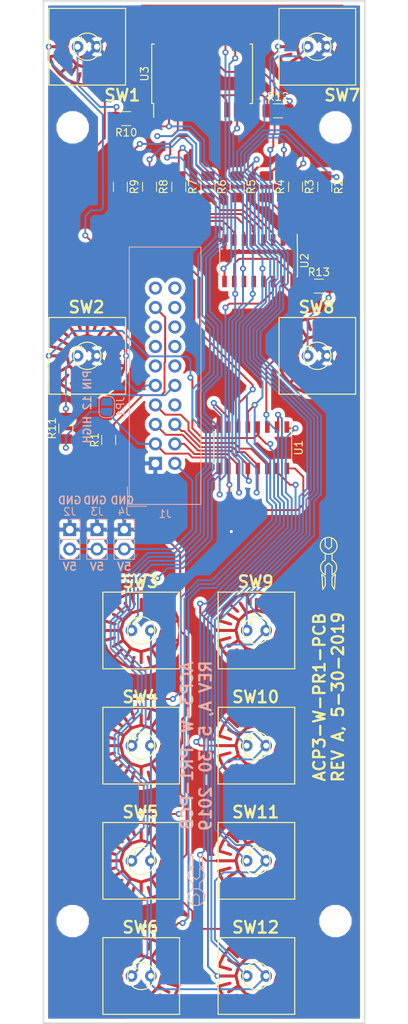
<source format=kicad_pcb>
(kicad_pcb (version 20171130) (host pcbnew "(5.0.0)")

  (general
    (thickness 1.6)
    (drawings 13)
    (tracks 816)
    (zones 0)
    (modules 39)
    (nets 62)
  )

  (page A4)
  (layers
    (0 F.Cu signal)
    (31 B.Cu signal)
    (32 B.Adhes user)
    (33 F.Adhes user)
    (34 B.Paste user)
    (35 F.Paste user)
    (36 B.SilkS user)
    (37 F.SilkS user)
    (38 B.Mask user)
    (39 F.Mask user)
    (40 Dwgs.User user)
    (41 Cmts.User user)
    (42 Eco1.User user)
    (43 Eco2.User user)
    (44 Edge.Cuts user)
    (45 Margin user)
    (46 B.CrtYd user)
    (47 F.CrtYd user)
    (48 B.Fab user)
    (49 F.Fab user)
  )

  (setup
    (last_trace_width 0.25)
    (trace_clearance 0.2)
    (zone_clearance 0.508)
    (zone_45_only no)
    (trace_min 0.2)
    (segment_width 0.2)
    (edge_width 0.1)
    (via_size 0.8)
    (via_drill 0.4)
    (via_min_size 0.4)
    (via_min_drill 0.3)
    (uvia_size 0.3)
    (uvia_drill 0.1)
    (uvias_allowed no)
    (uvia_min_size 0.2)
    (uvia_min_drill 0.1)
    (pcb_text_width 0.3)
    (pcb_text_size 1.5 1.5)
    (mod_edge_width 0.15)
    (mod_text_size 1 1)
    (mod_text_width 0.15)
    (pad_size 1.5 1.5)
    (pad_drill 0.6)
    (pad_to_mask_clearance 0.0508)
    (aux_axis_origin 0 0)
    (visible_elements 7FFFFFFF)
    (pcbplotparams
      (layerselection 0x010fc_ffffffff)
      (usegerberextensions false)
      (usegerberattributes false)
      (usegerberadvancedattributes false)
      (creategerberjobfile false)
      (excludeedgelayer true)
      (linewidth 0.254000)
      (plotframeref false)
      (viasonmask false)
      (mode 1)
      (useauxorigin false)
      (hpglpennumber 1)
      (hpglpenspeed 20)
      (hpglpendiameter 15.000000)
      (psnegative false)
      (psa4output false)
      (plotreference true)
      (plotvalue true)
      (plotinvisibletext false)
      (padsonsilk false)
      (subtractmaskfromsilk false)
      (outputformat 1)
      (mirror false)
      (drillshape 1)
      (scaleselection 1)
      (outputdirectory ""))
  )

  (net 0 "")
  (net 1 GND)
  (net 2 5V)
  (net 3 VCC)
  (net 4 SRCLK)
  (net 5 RCLK)
  (net 6 OE)
  (net 7 SER)
  (net 8 10)
  (net 9 11)
  (net 10 "Net-(J1-Pad10)")
  (net 11 14)
  (net 12 15)
  (net 13 16)
  (net 14 17)
  (net 15 18)
  (net 16 19)
  (net 17 20)
  (net 18 21)
  (net 19 22)
  (net 20 23)
  (net 21 LA)
  (net 22 "Net-(R2-Pad2)")
  (net 23 "Net-(R3-Pad2)")
  (net 24 LB)
  (net 25 LC)
  (net 26 "Net-(R4-Pad2)")
  (net 27 "Net-(R5-Pad2)")
  (net 28 LD)
  (net 29 LE)
  (net 30 "Net-(R6-Pad2)")
  (net 31 "Net-(R7-Pad2)")
  (net 32 LF)
  (net 33 LG)
  (net 34 "Net-(R8-Pad2)")
  (net 35 "Net-(R9-Pad2)")
  (net 36 LH)
  (net 37 D6)
  (net 38 BG)
  (net 39 BE)
  (net 40 D5)
  (net 41 BH)
  (net 42 BF)
  (net 43 BD)
  (net 44 BC)
  (net 45 BB)
  (net 46 BA)
  (net 47 "Net-(U1-Pad9)")
  (net 48 "Net-(U2-Pad9)")
  (net 49 "Net-(U3-Pad1)")
  (net 50 D0)
  (net 51 D1)
  (net 52 D2)
  (net 53 D3)
  (net 54 D4)
  (net 55 D7)
  (net 56 "Net-(U3-Pad18)")
  (net 57 "Net-(U3-Pad20)")
  (net 58 "Net-(R10-Pad2)")
  (net 59 "Net-(R11-Pad2)")
  (net 60 "Net-(R12-Pad2)")
  (net 61 "Net-(R13-Pad2)")

  (net_class Default "This is the default net class."
    (clearance 0.2)
    (trace_width 0.25)
    (via_dia 0.8)
    (via_drill 0.4)
    (uvia_dia 0.3)
    (uvia_drill 0.1)
    (add_net 10)
    (add_net 11)
    (add_net 14)
    (add_net 15)
    (add_net 16)
    (add_net 17)
    (add_net 18)
    (add_net 19)
    (add_net 20)
    (add_net 21)
    (add_net 22)
    (add_net 23)
    (add_net 5V)
    (add_net BA)
    (add_net BB)
    (add_net BC)
    (add_net BD)
    (add_net BE)
    (add_net BF)
    (add_net BG)
    (add_net BH)
    (add_net D0)
    (add_net D1)
    (add_net D2)
    (add_net D3)
    (add_net D4)
    (add_net D5)
    (add_net D6)
    (add_net D7)
    (add_net GND)
    (add_net LA)
    (add_net LB)
    (add_net LC)
    (add_net LD)
    (add_net LE)
    (add_net LF)
    (add_net LG)
    (add_net LH)
    (add_net "Net-(J1-Pad10)")
    (add_net "Net-(R10-Pad2)")
    (add_net "Net-(R11-Pad2)")
    (add_net "Net-(R12-Pad2)")
    (add_net "Net-(R13-Pad2)")
    (add_net "Net-(R2-Pad2)")
    (add_net "Net-(R3-Pad2)")
    (add_net "Net-(R4-Pad2)")
    (add_net "Net-(R5-Pad2)")
    (add_net "Net-(R6-Pad2)")
    (add_net "Net-(R7-Pad2)")
    (add_net "Net-(R8-Pad2)")
    (add_net "Net-(R9-Pad2)")
    (add_net "Net-(U1-Pad9)")
    (add_net "Net-(U2-Pad9)")
    (add_net "Net-(U3-Pad1)")
    (add_net "Net-(U3-Pad18)")
    (add_net "Net-(U3-Pad20)")
    (add_net OE)
    (add_net RCLK)
    (add_net SER)
    (add_net SRCLK)
    (add_net VCC)
  )

  (module AOR_custom:Adafruit_10mm_elast_w_LED (layer F.Cu) (tedit 5C282F1B) (tstamp 5CF09B44)
    (at 90.17 39.6494)
    (path /5CEF37F8)
    (fp_text reference SW1 (at 4.572 6.3246) (layer F.SilkS)
      (effects (font (size 1.524 1.524) (thickness 0.3)))
    )
    (fp_text value SW_Push_LED (at 0 7.62) (layer F.SilkS) hide
      (effects (font (size 1.524 1.524) (thickness 0.3)))
    )
    (fp_circle (center 0 0) (end 1.778 0) (layer F.SilkS) (width 0.15))
    (fp_line (start -1.016 -1.016) (end -0.508 -1.016) (layer F.SilkS) (width 0.15))
    (fp_line (start -0.762 -1.27) (end -0.762 -0.762) (layer F.SilkS) (width 0.15))
    (fp_line (start -5 5) (end -5 0) (layer F.SilkS) (width 0.15))
    (fp_line (start 5 5) (end -5 5) (layer F.SilkS) (width 0.15))
    (fp_line (start 5 -5) (end 5 5) (layer F.SilkS) (width 0.15))
    (fp_line (start -5 -5) (end 5 -5) (layer F.SilkS) (width 0.15))
    (fp_line (start -5 0) (end -5 -5) (layer F.SilkS) (width 0.15))
    (pad 2 smd custom (at 5.08 0) (size 0.4 0.4) (layers F.Cu F.Mask)
      (net 9 11) (zone_connect 0)
      (options (clearance outline) (anchor rect))
      (primitives
        (gr_line (start -7.5438 -2.4892) (end -8.6868 -3.556) (width 0.4))
        (gr_line (start -5.969 -3.4036) (end -6.4262 -4.8514) (width 0.4))
        (gr_line (start -4.1656 -3.4544) (end -3.7592 -4.8006) (width 0.4))
        (gr_line (start -1.6256 0.9652) (end -0.1778 1.3716) (width 0.4))
        (gr_line (start -4.1656 3.4544) (end -3.7338 4.8514) (width 0.4))
        (gr_line (start -8.4582 -0.8382) (end -10.0076 -1.2954) (width 0.4))
        (gr_line (start -2.6162 2.4638) (end -1.5494 3.5814) (width 0.4))
        (gr_line (start -1.6256 -0.8636) (end -0.2032 -1.2954) (width 0.4))
        (gr_line (start -2.5654 -2.4892) (end -1.5494 -3.4798) (width 0.4))
        (gr_line (start 0 0) (end -0.1778 1.3716) (width 0.4))
        (gr_line (start -0.2032 -1.3208) (end 0 0) (width 0.4))
        (gr_line (start -0.1778 1.3716) (end -0.635 2.4638) (width 0.4))
        (gr_line (start -0.635 2.4638) (end -1.524 3.5814) (width 0.4))
        (gr_line (start -1.524 3.5814) (end -2.4892 4.3434) (width 0.4))
        (gr_line (start -3.7338 4.8514) (end -5.08 5.0546) (width 0.4))
        (gr_line (start -2.4892 4.3434) (end -3.7338 4.8514) (width 0.4))
        (gr_line (start -5.08 5.0546) (end -6.4008 4.8768) (width 0.4))
        (gr_line (start -7.62 -4.3942) (end -6.4262 -4.8514) (width 0.4))
        (gr_line (start -6.4262 -4.8514) (end -5.08 -5.0292) (width 0.4))
        (gr_line (start -5.08 -5.0292) (end -3.7592 -4.8006) (width 0.4))
        (gr_line (start -3.7592 -4.8006) (end -2.5654 -4.2926) (width 0.4))
        (gr_line (start -1.5494 -3.4798) (end -0.6858 -2.4638) (width 0.4))
        (gr_line (start -2.5654 -4.2926) (end -1.5494 -3.4798) (width 0.4))
        (gr_line (start -0.6858 -2.4638) (end -0.2032 -1.3208) (width 0.4))
        (gr_line (start -6.4008 4.8768) (end -7.5946 4.3688) (width 0.4))
        (gr_line (start -7.5946 4.3688) (end -8.6868 3.556) (width 0.4))
        (gr_line (start -8.6868 3.556) (end -9.4996 2.54) (width 0.4))
        (gr_line (start -9.4996 2.54) (end -10.033 1.3462) (width 0.4))
        (gr_line (start -10.0076 -1.2954) (end -9.4488 -2.5146) (width 0.4))
        (gr_line (start -9.4488 -2.5146) (end -8.7122 -3.5814) (width 0.4))
        (gr_line (start -7.62 2.5146) (end -8.6868 3.556) (width 0.4))
        (gr_line (start -6.0198 3.5052) (end -6.4008 4.8768) (width 0.4))
        (gr_line (start -8.5344 0.9398) (end -10.033 1.3462) (width 0.4))
        (gr_line (start -8.7122 -3.5814) (end -7.62 -4.3942) (width 0.4))
      ))
    (pad 4 thru_hole circle (at -1.27 0) (size 1.524 1.524) (drill 0.762) (layers *.Cu *.Mask)
      (net 58 "Net-(R10-Pad2)"))
    (pad 3 thru_hole circle (at 1.27 0) (size 1.524 1.524) (drill 0.762) (layers *.Cu *.Mask)
      (net 1 GND))
    (pad 1 smd custom (at -5.08 0) (size 0.4 0.4) (layers F.Cu F.Mask)
      (net 38 BG) (zone_connect 0)
      (options (clearance outline) (anchor rect))
      (primitives
        (gr_line (start 5.08 2.794) (end 5.08 4.191) (width 0.4))
        (gr_line (start 2.413 0) (end 2.7178 1.27) (width 0.4))
        (gr_line (start 2.7178 1.27) (end 3.7084 2.3368) (width 0.4))
        (gr_line (start 7.4168 -1.27) (end 6.3754 -2.286) (width 0.4))
        (gr_line (start 2.9972 3.6068) (end 3.7084 2.3368) (width 0.4))
        (gr_line (start 7.2136 -3.5814) (end 6.3754 -2.2606) (width 0.4))
        (gr_line (start 7.1882 3.6068) (end 6.4008 2.3622) (width 0.4))
        (gr_line (start 2.413 0) (end 0 0) (width 0.4))
        (gr_line (start 7.747 0) (end 9.271 0) (width 0.4))
        (gr_line (start 8.6868 2.1082) (end 7.366 1.397) (width 0.4))
        (gr_line (start 8.7122 -2.032) (end 7.3914 -1.27) (width 0.4))
        (gr_line (start 2.9718 -3.556) (end 3.7846 -2.286) (width 0.4))
        (gr_line (start 1.4478 -2.1082) (end 2.794 -1.3208) (width 0.4))
        (gr_line (start 3.7084 2.3368) (end 5.0546 2.7686) (width 0.4))
        (gr_line (start 5.0546 2.7686) (end 6.4008 2.3622) (width 0.4))
        (gr_line (start 7.3406 1.4224) (end 7.747 0) (width 0.4))
        (gr_line (start 6.3754 -2.286) (end 5.08 -2.667) (width 0.4))
        (gr_line (start 5.08 -2.667) (end 3.7846 -2.286) (width 0.4))
        (gr_line (start 5.08 -2.667) (end 5.08 -4.064) (width 0.4))
        (gr_line (start 1.4478 2.0828) (end 2.7178 1.2954) (width 0.4))
        (gr_line (start 6.4008 2.3622) (end 7.3406 1.4224) (width 0.4))
        (gr_line (start 3.7846 -2.286) (end 2.794 -1.3208) (width 0.4))
        (gr_line (start 2.794 -1.3208) (end 2.3876 -0.0254) (width 0.4))
      ))
  )

  (module AOR_custom:AOR_LOGO (layer F.Cu) (tedit 5C26ADAA) (tstamp 5CF116B2)
    (at 121.666 106.934 90)
    (fp_text reference G*** (at 0 0 90) (layer F.SilkS) hide
      (effects (font (size 1.524 1.524) (thickness 0.3)))
    )
    (fp_text value AOR_LOGO (at 0.75 0 90) (layer F.SilkS) hide
      (effects (font (size 1.524 1.524) (thickness 0.3)))
    )
    (fp_circle (center 2.205821 0) (end 3.285321 0.1905) (layer F.SilkS) (width 0.15))
    (fp_arc (start -0.622642 0) (end -1.575141 0.444499) (angle -128.4180553) (layer F.SilkS) (width 0.15))
    (fp_arc (start -0.635 0) (end -1.587499 -0.444499) (angle 128.4180553) (layer F.SilkS) (width 0.15))
    (fp_line (start -1.5875 -0.4445) (end -0.4445 -0.4445) (layer F.SilkS) (width 0.15))
    (fp_line (start -0.4445 -0.4445) (end -0.0635 0) (layer F.SilkS) (width 0.15))
    (fp_line (start -0.0635 0) (end -0.4445 0.4445) (layer F.SilkS) (width 0.15))
    (fp_line (start -0.4445 0.4445) (end -1.5875 0.4445) (layer F.SilkS) (width 0.15))
    (fp_line (start 0.3175 -0.4445) (end 1.2065 -0.4445) (layer F.SilkS) (width 0.15))
    (fp_line (start 0.3175 0.4445) (end 1.2065 0.4445) (layer F.SilkS) (width 0.15))
    (fp_line (start 1.778 0) (end 2.159 -0.4445) (layer F.SilkS) (width 0.15))
    (fp_line (start 2.159 -0.4445) (end 3.175 -0.4445) (layer F.SilkS) (width 0.15))
    (fp_line (start 1.778 0) (end 2.0955 0.381) (layer F.SilkS) (width 0.15))
    (fp_line (start 2.0955 0.381) (end 3.2385 0.381) (layer F.SilkS) (width 0.15))
    (fp_line (start -1.905 -0.4445) (end -2.9845 -0.4445) (layer F.SilkS) (width 0.15))
    (fp_line (start -2.9845 -0.4445) (end -3.4925 -0.762) (layer F.SilkS) (width 0.15))
    (fp_line (start -3.4925 -0.762) (end -1.524 -0.889) (layer F.SilkS) (width 0.15))
    (fp_line (start -1.524 -0.889) (end -1.905 -0.4445) (layer F.SilkS) (width 0.15))
    (fp_line (start -1.505128 0.88103) (end -1.886128 0.43653) (layer F.SilkS) (width 0.15))
    (fp_line (start -1.886128 0.43653) (end -2.965628 0.43653) (layer F.SilkS) (width 0.15))
    (fp_line (start -3.473628 0.75403) (end -1.505128 0.88103) (layer F.SilkS) (width 0.15))
    (fp_line (start -2.965628 0.43653) (end -3.473628 0.75403) (layer F.SilkS) (width 0.15))
  )

  (module MountingHole:MountingHole_3.2mm_M3 (layer F.Cu) (tedit 5CF08A7E) (tstamp 5CF0F8FD)
    (at 88.265 50.165)
    (descr "Mounting Hole 3.2mm, no annular, M3")
    (tags "mounting hole 3.2mm no annular m3")
    (attr virtual)
    (fp_text reference "" (at 0 -4.2) (layer F.SilkS)
      (effects (font (size 1 1) (thickness 0.15)))
    )
    (fp_text value MountingHole_3.2mm_M3 (at 0 4.2) (layer F.Fab)
      (effects (font (size 1 1) (thickness 0.15)))
    )
    (fp_text user %R (at 0.3 0) (layer F.Fab)
      (effects (font (size 1 1) (thickness 0.15)))
    )
    (fp_circle (center 0 0) (end 3.2 0) (layer Cmts.User) (width 0.15))
    (fp_circle (center 0 0) (end 3.45 0) (layer F.CrtYd) (width 0.05))
    (pad 1 np_thru_hole circle (at 0 0) (size 3.2 3.2) (drill 3.2) (layers *.Cu *.Mask))
  )

  (module MountingHole:MountingHole_3.2mm_M3 (layer F.Cu) (tedit 5CF08A7E) (tstamp 5CF0F8EF)
    (at 122.555 50.165)
    (descr "Mounting Hole 3.2mm, no annular, M3")
    (tags "mounting hole 3.2mm no annular m3")
    (attr virtual)
    (fp_text reference "" (at 0 -4.2) (layer F.SilkS)
      (effects (font (size 1 1) (thickness 0.15)))
    )
    (fp_text value MountingHole_3.2mm_M3 (at 0 4.2) (layer F.Fab)
      (effects (font (size 1 1) (thickness 0.15)))
    )
    (fp_circle (center 0 0) (end 3.45 0) (layer F.CrtYd) (width 0.05))
    (fp_circle (center 0 0) (end 3.2 0) (layer Cmts.User) (width 0.15))
    (fp_text user %R (at 0.3 0) (layer F.Fab)
      (effects (font (size 1 1) (thickness 0.15)))
    )
    (pad 1 np_thru_hole circle (at 0 0) (size 3.2 3.2) (drill 3.2) (layers *.Cu *.Mask))
  )

  (module MountingHole:MountingHole_3.2mm_M3 (layer F.Cu) (tedit 5CF08A7E) (tstamp 5CF0F8E1)
    (at 122.555 153.67)
    (descr "Mounting Hole 3.2mm, no annular, M3")
    (tags "mounting hole 3.2mm no annular m3")
    (attr virtual)
    (fp_text reference "" (at 0 -4.2) (layer F.SilkS)
      (effects (font (size 1 1) (thickness 0.15)))
    )
    (fp_text value MountingHole_3.2mm_M3 (at 0 4.2) (layer F.Fab)
      (effects (font (size 1 1) (thickness 0.15)))
    )
    (fp_text user %R (at 0.3 0) (layer F.Fab)
      (effects (font (size 1 1) (thickness 0.15)))
    )
    (fp_circle (center 0 0) (end 3.2 0) (layer Cmts.User) (width 0.15))
    (fp_circle (center 0 0) (end 3.45 0) (layer F.CrtYd) (width 0.05))
    (pad 1 np_thru_hole circle (at 0 0) (size 3.2 3.2) (drill 3.2) (layers *.Cu *.Mask))
  )

  (module Connector_IDC:IDC-Header_2x10_P2.54mm_Vertical (layer B.Cu) (tedit 59DE0251) (tstamp 5CF09A47)
    (at 99.06 93.98)
    (descr "Through hole straight IDC box header, 2x10, 2.54mm pitch, double rows")
    (tags "Through hole IDC box header THT 2x10 2.54mm double row")
    (path /5CBBCD35)
    (fp_text reference J1 (at 1.27 6.604) (layer B.SilkS)
      (effects (font (size 1 1) (thickness 0.15)) (justify mirror))
    )
    (fp_text value Conn_01x20 (at 1.27 -29.464) (layer B.Fab)
      (effects (font (size 1 1) (thickness 0.15)) (justify mirror))
    )
    (fp_text user %R (at 1.27 -11.43) (layer B.Fab)
      (effects (font (size 1 1) (thickness 0.15)) (justify mirror))
    )
    (fp_line (start 5.695 5.1) (end 5.695 -27.96) (layer B.Fab) (width 0.1))
    (fp_line (start 5.145 4.56) (end 5.145 -27.4) (layer B.Fab) (width 0.1))
    (fp_line (start -3.155 5.1) (end -3.155 -27.96) (layer B.Fab) (width 0.1))
    (fp_line (start -2.605 4.56) (end -2.605 -9.18) (layer B.Fab) (width 0.1))
    (fp_line (start -2.605 -13.68) (end -2.605 -27.4) (layer B.Fab) (width 0.1))
    (fp_line (start -2.605 -9.18) (end -3.155 -9.18) (layer B.Fab) (width 0.1))
    (fp_line (start -2.605 -13.68) (end -3.155 -13.68) (layer B.Fab) (width 0.1))
    (fp_line (start 5.695 5.1) (end -3.155 5.1) (layer B.Fab) (width 0.1))
    (fp_line (start 5.145 4.56) (end -2.605 4.56) (layer B.Fab) (width 0.1))
    (fp_line (start 5.695 -27.96) (end -3.155 -27.96) (layer B.Fab) (width 0.1))
    (fp_line (start 5.145 -27.4) (end -2.605 -27.4) (layer B.Fab) (width 0.1))
    (fp_line (start 5.695 5.1) (end 5.145 4.56) (layer B.Fab) (width 0.1))
    (fp_line (start 5.695 -27.96) (end 5.145 -27.4) (layer B.Fab) (width 0.1))
    (fp_line (start -3.155 5.1) (end -2.605 4.56) (layer B.Fab) (width 0.1))
    (fp_line (start -3.155 -27.96) (end -2.605 -27.4) (layer B.Fab) (width 0.1))
    (fp_line (start 5.95 5.35) (end 5.95 -28.21) (layer B.CrtYd) (width 0.05))
    (fp_line (start 5.95 -28.21) (end -3.41 -28.21) (layer B.CrtYd) (width 0.05))
    (fp_line (start -3.41 -28.21) (end -3.41 5.35) (layer B.CrtYd) (width 0.05))
    (fp_line (start -3.41 5.35) (end 5.95 5.35) (layer B.CrtYd) (width 0.05))
    (fp_line (start 5.945 5.35) (end 5.945 -28.21) (layer B.SilkS) (width 0.12))
    (fp_line (start 5.945 -28.21) (end -3.405 -28.21) (layer B.SilkS) (width 0.12))
    (fp_line (start -3.405 -28.21) (end -3.405 5.35) (layer B.SilkS) (width 0.12))
    (fp_line (start -3.405 5.35) (end 5.945 5.35) (layer B.SilkS) (width 0.12))
    (fp_line (start -3.655 5.6) (end -3.655 3.06) (layer B.SilkS) (width 0.12))
    (fp_line (start -3.655 5.6) (end -1.115 5.6) (layer B.SilkS) (width 0.12))
    (pad 1 thru_hole rect (at 0 0) (size 1.7272 1.7272) (drill 1.016) (layers *.Cu *.Mask)
      (net 1 GND))
    (pad 2 thru_hole oval (at 2.54 0) (size 1.7272 1.7272) (drill 1.016) (layers *.Cu *.Mask)
      (net 2 5V))
    (pad 3 thru_hole oval (at 0 -2.54) (size 1.7272 1.7272) (drill 1.016) (layers *.Cu *.Mask)
      (net 3 VCC))
    (pad 4 thru_hole oval (at 2.54 -2.54) (size 1.7272 1.7272) (drill 1.016) (layers *.Cu *.Mask)
      (net 4 SRCLK))
    (pad 5 thru_hole oval (at 0 -5.08) (size 1.7272 1.7272) (drill 1.016) (layers *.Cu *.Mask)
      (net 5 RCLK))
    (pad 6 thru_hole oval (at 2.54 -5.08) (size 1.7272 1.7272) (drill 1.016) (layers *.Cu *.Mask)
      (net 6 OE))
    (pad 7 thru_hole oval (at 0 -7.62) (size 1.7272 1.7272) (drill 1.016) (layers *.Cu *.Mask)
      (net 7 SER))
    (pad 8 thru_hole oval (at 2.54 -7.62) (size 1.7272 1.7272) (drill 1.016) (layers *.Cu *.Mask)
      (net 8 10))
    (pad 9 thru_hole oval (at 0 -10.16) (size 1.7272 1.7272) (drill 1.016) (layers *.Cu *.Mask)
      (net 9 11))
    (pad 10 thru_hole oval (at 2.54 -10.16) (size 1.7272 1.7272) (drill 1.016) (layers *.Cu *.Mask)
      (net 10 "Net-(J1-Pad10)"))
    (pad 11 thru_hole oval (at 0 -12.7) (size 1.7272 1.7272) (drill 1.016) (layers *.Cu *.Mask)
      (net 11 14))
    (pad 12 thru_hole oval (at 2.54 -12.7) (size 1.7272 1.7272) (drill 1.016) (layers *.Cu *.Mask)
      (net 12 15))
    (pad 13 thru_hole oval (at 0 -15.24) (size 1.7272 1.7272) (drill 1.016) (layers *.Cu *.Mask)
      (net 13 16))
    (pad 14 thru_hole oval (at 2.54 -15.24) (size 1.7272 1.7272) (drill 1.016) (layers *.Cu *.Mask)
      (net 14 17))
    (pad 15 thru_hole oval (at 0 -17.78) (size 1.7272 1.7272) (drill 1.016) (layers *.Cu *.Mask)
      (net 15 18))
    (pad 16 thru_hole oval (at 2.54 -17.78) (size 1.7272 1.7272) (drill 1.016) (layers *.Cu *.Mask)
      (net 16 19))
    (pad 17 thru_hole oval (at 0 -20.32) (size 1.7272 1.7272) (drill 1.016) (layers *.Cu *.Mask)
      (net 17 20))
    (pad 18 thru_hole oval (at 2.54 -20.32) (size 1.7272 1.7272) (drill 1.016) (layers *.Cu *.Mask)
      (net 18 21))
    (pad 19 thru_hole oval (at 0 -22.86) (size 1.7272 1.7272) (drill 1.016) (layers *.Cu *.Mask)
      (net 19 22))
    (pad 20 thru_hole oval (at 2.54 -22.86) (size 1.7272 1.7272) (drill 1.016) (layers *.Cu *.Mask)
      (net 20 23))
    (model ${KISYS3DMOD}/Connector_IDC.3dshapes/IDC-Header_2x10_P2.54mm_Vertical.wrl
      (at (xyz 0 0 0))
      (scale (xyz 1 1 1))
      (rotate (xyz 0 0 0))
    )
  )

  (module Connector_PinHeader_2.54mm:PinHeader_1x02_P2.54mm_Vertical (layer B.Cu) (tedit 59FED5CC) (tstamp 5CF09A5D)
    (at 87.884 102.616 180)
    (descr "Through hole straight pin header, 1x02, 2.54mm pitch, single row")
    (tags "Through hole pin header THT 1x02 2.54mm single row")
    (path /5CBBD41A)
    (fp_text reference J2 (at 0 2.33 180) (layer B.SilkS)
      (effects (font (size 1 1) (thickness 0.15)) (justify mirror))
    )
    (fp_text value Conn_01x02 (at 0 -4.87 180) (layer B.Fab)
      (effects (font (size 1 1) (thickness 0.15)) (justify mirror))
    )
    (fp_line (start -0.635 1.27) (end 1.27 1.27) (layer B.Fab) (width 0.1))
    (fp_line (start 1.27 1.27) (end 1.27 -3.81) (layer B.Fab) (width 0.1))
    (fp_line (start 1.27 -3.81) (end -1.27 -3.81) (layer B.Fab) (width 0.1))
    (fp_line (start -1.27 -3.81) (end -1.27 0.635) (layer B.Fab) (width 0.1))
    (fp_line (start -1.27 0.635) (end -0.635 1.27) (layer B.Fab) (width 0.1))
    (fp_line (start -1.33 -3.87) (end 1.33 -3.87) (layer B.SilkS) (width 0.12))
    (fp_line (start -1.33 -1.27) (end -1.33 -3.87) (layer B.SilkS) (width 0.12))
    (fp_line (start 1.33 -1.27) (end 1.33 -3.87) (layer B.SilkS) (width 0.12))
    (fp_line (start -1.33 -1.27) (end 1.33 -1.27) (layer B.SilkS) (width 0.12))
    (fp_line (start -1.33 0) (end -1.33 1.33) (layer B.SilkS) (width 0.12))
    (fp_line (start -1.33 1.33) (end 0 1.33) (layer B.SilkS) (width 0.12))
    (fp_line (start -1.8 1.8) (end -1.8 -4.35) (layer B.CrtYd) (width 0.05))
    (fp_line (start -1.8 -4.35) (end 1.8 -4.35) (layer B.CrtYd) (width 0.05))
    (fp_line (start 1.8 -4.35) (end 1.8 1.8) (layer B.CrtYd) (width 0.05))
    (fp_line (start 1.8 1.8) (end -1.8 1.8) (layer B.CrtYd) (width 0.05))
    (fp_text user %R (at 0 -1.27 90) (layer B.Fab)
      (effects (font (size 1 1) (thickness 0.15)) (justify mirror))
    )
    (pad 1 thru_hole rect (at 0 0 180) (size 1.7 1.7) (drill 1) (layers *.Cu *.Mask)
      (net 1 GND))
    (pad 2 thru_hole oval (at 0 -2.54 180) (size 1.7 1.7) (drill 1) (layers *.Cu *.Mask)
      (net 2 5V))
    (model ${KISYS3DMOD}/Connector_PinHeader_2.54mm.3dshapes/PinHeader_1x02_P2.54mm_Vertical.wrl
      (at (xyz 0 0 0))
      (scale (xyz 1 1 1))
      (rotate (xyz 0 0 0))
    )
  )

  (module Connector_PinHeader_2.54mm:PinHeader_1x02_P2.54mm_Vertical (layer B.Cu) (tedit 59FED5CC) (tstamp 5CF09A73)
    (at 91.44 102.616 180)
    (descr "Through hole straight pin header, 1x02, 2.54mm pitch, single row")
    (tags "Through hole pin header THT 1x02 2.54mm single row")
    (path /5CBBD5AD)
    (fp_text reference J3 (at 0 2.33 180) (layer B.SilkS)
      (effects (font (size 1 1) (thickness 0.15)) (justify mirror))
    )
    (fp_text value Conn_01x02 (at 0 -4.87 180) (layer B.Fab)
      (effects (font (size 1 1) (thickness 0.15)) (justify mirror))
    )
    (fp_line (start -0.635 1.27) (end 1.27 1.27) (layer B.Fab) (width 0.1))
    (fp_line (start 1.27 1.27) (end 1.27 -3.81) (layer B.Fab) (width 0.1))
    (fp_line (start 1.27 -3.81) (end -1.27 -3.81) (layer B.Fab) (width 0.1))
    (fp_line (start -1.27 -3.81) (end -1.27 0.635) (layer B.Fab) (width 0.1))
    (fp_line (start -1.27 0.635) (end -0.635 1.27) (layer B.Fab) (width 0.1))
    (fp_line (start -1.33 -3.87) (end 1.33 -3.87) (layer B.SilkS) (width 0.12))
    (fp_line (start -1.33 -1.27) (end -1.33 -3.87) (layer B.SilkS) (width 0.12))
    (fp_line (start 1.33 -1.27) (end 1.33 -3.87) (layer B.SilkS) (width 0.12))
    (fp_line (start -1.33 -1.27) (end 1.33 -1.27) (layer B.SilkS) (width 0.12))
    (fp_line (start -1.33 0) (end -1.33 1.33) (layer B.SilkS) (width 0.12))
    (fp_line (start -1.33 1.33) (end 0 1.33) (layer B.SilkS) (width 0.12))
    (fp_line (start -1.8 1.8) (end -1.8 -4.35) (layer B.CrtYd) (width 0.05))
    (fp_line (start -1.8 -4.35) (end 1.8 -4.35) (layer B.CrtYd) (width 0.05))
    (fp_line (start 1.8 -4.35) (end 1.8 1.8) (layer B.CrtYd) (width 0.05))
    (fp_line (start 1.8 1.8) (end -1.8 1.8) (layer B.CrtYd) (width 0.05))
    (fp_text user %R (at 0 -1.27 90) (layer B.Fab)
      (effects (font (size 1 1) (thickness 0.15)) (justify mirror))
    )
    (pad 1 thru_hole rect (at 0 0 180) (size 1.7 1.7) (drill 1) (layers *.Cu *.Mask)
      (net 1 GND))
    (pad 2 thru_hole oval (at 0 -2.54 180) (size 1.7 1.7) (drill 1) (layers *.Cu *.Mask)
      (net 2 5V))
    (model ${KISYS3DMOD}/Connector_PinHeader_2.54mm.3dshapes/PinHeader_1x02_P2.54mm_Vertical.wrl
      (at (xyz 0 0 0))
      (scale (xyz 1 1 1))
      (rotate (xyz 0 0 0))
    )
  )

  (module Connector_PinHeader_2.54mm:PinHeader_1x02_P2.54mm_Vertical (layer B.Cu) (tedit 59FED5CC) (tstamp 5CF09A89)
    (at 94.996 102.616 180)
    (descr "Through hole straight pin header, 1x02, 2.54mm pitch, single row")
    (tags "Through hole pin header THT 1x02 2.54mm single row")
    (path /5CBBD65E)
    (fp_text reference J4 (at 0 2.33 180) (layer B.SilkS)
      (effects (font (size 1 1) (thickness 0.15)) (justify mirror))
    )
    (fp_text value Conn_01x02 (at 0 -4.87 180) (layer B.Fab)
      (effects (font (size 1 1) (thickness 0.15)) (justify mirror))
    )
    (fp_text user %R (at 0 -1.27 90) (layer B.Fab)
      (effects (font (size 1 1) (thickness 0.15)) (justify mirror))
    )
    (fp_line (start 1.8 1.8) (end -1.8 1.8) (layer B.CrtYd) (width 0.05))
    (fp_line (start 1.8 -4.35) (end 1.8 1.8) (layer B.CrtYd) (width 0.05))
    (fp_line (start -1.8 -4.35) (end 1.8 -4.35) (layer B.CrtYd) (width 0.05))
    (fp_line (start -1.8 1.8) (end -1.8 -4.35) (layer B.CrtYd) (width 0.05))
    (fp_line (start -1.33 1.33) (end 0 1.33) (layer B.SilkS) (width 0.12))
    (fp_line (start -1.33 0) (end -1.33 1.33) (layer B.SilkS) (width 0.12))
    (fp_line (start -1.33 -1.27) (end 1.33 -1.27) (layer B.SilkS) (width 0.12))
    (fp_line (start 1.33 -1.27) (end 1.33 -3.87) (layer B.SilkS) (width 0.12))
    (fp_line (start -1.33 -1.27) (end -1.33 -3.87) (layer B.SilkS) (width 0.12))
    (fp_line (start -1.33 -3.87) (end 1.33 -3.87) (layer B.SilkS) (width 0.12))
    (fp_line (start -1.27 0.635) (end -0.635 1.27) (layer B.Fab) (width 0.1))
    (fp_line (start -1.27 -3.81) (end -1.27 0.635) (layer B.Fab) (width 0.1))
    (fp_line (start 1.27 -3.81) (end -1.27 -3.81) (layer B.Fab) (width 0.1))
    (fp_line (start 1.27 1.27) (end 1.27 -3.81) (layer B.Fab) (width 0.1))
    (fp_line (start -0.635 1.27) (end 1.27 1.27) (layer B.Fab) (width 0.1))
    (pad 2 thru_hole oval (at 0 -2.54 180) (size 1.7 1.7) (drill 1) (layers *.Cu *.Mask)
      (net 2 5V))
    (pad 1 thru_hole rect (at 0 0 180) (size 1.7 1.7) (drill 1) (layers *.Cu *.Mask)
      (net 1 GND))
    (model ${KISYS3DMOD}/Connector_PinHeader_2.54mm.3dshapes/PinHeader_1x02_P2.54mm_Vertical.wrl
      (at (xyz 0 0 0))
      (scale (xyz 1 1 1))
      (rotate (xyz 0 0 0))
    )
  )

  (module Jumper:SolderJumper-2_P1.3mm_Open_RoundedPad1.0x1.5mm (layer B.Cu) (tedit 5B391E66) (tstamp 5CF09A9B)
    (at 92.71 86.614 90)
    (descr "SMD Solder Jumper, 1x1.5mm, rounded Pads, 0.3mm gap, open")
    (tags "solder jumper open")
    (path /5CEF8BCC)
    (attr virtual)
    (fp_text reference JP1 (at 0 1.8 90) (layer B.SilkS)
      (effects (font (size 1 1) (thickness 0.15)) (justify mirror))
    )
    (fp_text value SolderJumper_2_Open (at 0 -1.9 90) (layer B.Fab)
      (effects (font (size 1 1) (thickness 0.15)) (justify mirror))
    )
    (fp_arc (start 0.7 0.3) (end 1.4 0.3) (angle 90) (layer B.SilkS) (width 0.12))
    (fp_arc (start 0.7 -0.3) (end 0.7 -1) (angle 90) (layer B.SilkS) (width 0.12))
    (fp_arc (start -0.7 -0.3) (end -1.4 -0.3) (angle 90) (layer B.SilkS) (width 0.12))
    (fp_arc (start -0.7 0.3) (end -0.7 1) (angle 90) (layer B.SilkS) (width 0.12))
    (fp_line (start -1.4 -0.3) (end -1.4 0.3) (layer B.SilkS) (width 0.12))
    (fp_line (start 0.7 -1) (end -0.7 -1) (layer B.SilkS) (width 0.12))
    (fp_line (start 1.4 0.3) (end 1.4 -0.3) (layer B.SilkS) (width 0.12))
    (fp_line (start -0.7 1) (end 0.7 1) (layer B.SilkS) (width 0.12))
    (fp_line (start -1.65 1.25) (end 1.65 1.25) (layer B.CrtYd) (width 0.05))
    (fp_line (start -1.65 1.25) (end -1.65 -1.25) (layer B.CrtYd) (width 0.05))
    (fp_line (start 1.65 -1.25) (end 1.65 1.25) (layer B.CrtYd) (width 0.05))
    (fp_line (start 1.65 -1.25) (end -1.65 -1.25) (layer B.CrtYd) (width 0.05))
    (pad 1 smd custom (at -0.65 0 90) (size 1 0.5) (layers B.Cu B.Mask)
      (net 3 VCC) (zone_connect 0)
      (options (clearance outline) (anchor rect))
      (primitives
        (gr_circle (center 0 -0.25) (end 0.5 -0.25) (width 0))
        (gr_circle (center 0 0.25) (end 0.5 0.25) (width 0))
        (gr_poly (pts
           (xy 0 0.75) (xy 0.5 0.75) (xy 0.5 -0.75) (xy 0 -0.75)) (width 0))
      ))
    (pad 2 smd custom (at 0.65 0 90) (size 1 0.5) (layers B.Cu B.Mask)
      (net 10 "Net-(J1-Pad10)") (zone_connect 0)
      (options (clearance outline) (anchor rect))
      (primitives
        (gr_circle (center 0 -0.25) (end 0.5 -0.25) (width 0))
        (gr_circle (center 0 0.25) (end 0.5 0.25) (width 0))
        (gr_poly (pts
           (xy 0 0.75) (xy -0.5 0.75) (xy -0.5 -0.75) (xy 0 -0.75)) (width 0))
      ))
  )

  (module Resistor_SMD:R_1206_3216Metric (layer F.Cu) (tedit 5B301BBD) (tstamp 5CF09AAC)
    (at 92.964 90.932 90)
    (descr "Resistor SMD 1206 (3216 Metric), square (rectangular) end terminal, IPC_7351 nominal, (Body size source: http://www.tortai-tech.com/upload/download/2011102023233369053.pdf), generated with kicad-footprint-generator")
    (tags resistor)
    (path /5CEF6E71)
    (attr smd)
    (fp_text reference R1 (at 0 -1.82 90) (layer F.SilkS)
      (effects (font (size 1 1) (thickness 0.15)))
    )
    (fp_text value R_US (at 0 1.82 90) (layer F.Fab)
      (effects (font (size 1 1) (thickness 0.15)))
    )
    (fp_line (start -1.6 0.8) (end -1.6 -0.8) (layer F.Fab) (width 0.1))
    (fp_line (start -1.6 -0.8) (end 1.6 -0.8) (layer F.Fab) (width 0.1))
    (fp_line (start 1.6 -0.8) (end 1.6 0.8) (layer F.Fab) (width 0.1))
    (fp_line (start 1.6 0.8) (end -1.6 0.8) (layer F.Fab) (width 0.1))
    (fp_line (start -0.602064 -0.91) (end 0.602064 -0.91) (layer F.SilkS) (width 0.12))
    (fp_line (start -0.602064 0.91) (end 0.602064 0.91) (layer F.SilkS) (width 0.12))
    (fp_line (start -2.28 1.12) (end -2.28 -1.12) (layer F.CrtYd) (width 0.05))
    (fp_line (start -2.28 -1.12) (end 2.28 -1.12) (layer F.CrtYd) (width 0.05))
    (fp_line (start 2.28 -1.12) (end 2.28 1.12) (layer F.CrtYd) (width 0.05))
    (fp_line (start 2.28 1.12) (end -2.28 1.12) (layer F.CrtYd) (width 0.05))
    (fp_text user %R (at 0 0 90) (layer F.Fab)
      (effects (font (size 0.8 0.8) (thickness 0.12)))
    )
    (pad 1 smd roundrect (at -1.4 0 90) (size 1.25 1.75) (layers F.Cu F.Paste F.Mask) (roundrect_rratio 0.2)
      (net 1 GND))
    (pad 2 smd roundrect (at 1.4 0 90) (size 1.25 1.75) (layers F.Cu F.Paste F.Mask) (roundrect_rratio 0.2)
      (net 17 20))
    (model ${KISYS3DMOD}/Resistor_SMD.3dshapes/R_1206_3216Metric.wrl
      (at (xyz 0 0 0))
      (scale (xyz 1 1 1))
      (rotate (xyz 0 0 0))
    )
  )

  (module Resistor_SMD:R_1206_3216Metric (layer F.Cu) (tedit 5B301BBD) (tstamp 5CF0FABA)
    (at 121.158 57.912 270)
    (descr "Resistor SMD 1206 (3216 Metric), square (rectangular) end terminal, IPC_7351 nominal, (Body size source: http://www.tortai-tech.com/upload/download/2011102023233369053.pdf), generated with kicad-footprint-generator")
    (tags resistor)
    (path /5C4E3393)
    (attr smd)
    (fp_text reference R2 (at 0 -1.82 270) (layer F.SilkS)
      (effects (font (size 1 1) (thickness 0.15)))
    )
    (fp_text value 100 (at 0 1.82 270) (layer F.Fab)
      (effects (font (size 1 1) (thickness 0.15)))
    )
    (fp_line (start -1.6 0.8) (end -1.6 -0.8) (layer F.Fab) (width 0.1))
    (fp_line (start -1.6 -0.8) (end 1.6 -0.8) (layer F.Fab) (width 0.1))
    (fp_line (start 1.6 -0.8) (end 1.6 0.8) (layer F.Fab) (width 0.1))
    (fp_line (start 1.6 0.8) (end -1.6 0.8) (layer F.Fab) (width 0.1))
    (fp_line (start -0.602064 -0.91) (end 0.602064 -0.91) (layer F.SilkS) (width 0.12))
    (fp_line (start -0.602064 0.91) (end 0.602064 0.91) (layer F.SilkS) (width 0.12))
    (fp_line (start -2.28 1.12) (end -2.28 -1.12) (layer F.CrtYd) (width 0.05))
    (fp_line (start -2.28 -1.12) (end 2.28 -1.12) (layer F.CrtYd) (width 0.05))
    (fp_line (start 2.28 -1.12) (end 2.28 1.12) (layer F.CrtYd) (width 0.05))
    (fp_line (start 2.28 1.12) (end -2.28 1.12) (layer F.CrtYd) (width 0.05))
    (fp_text user %R (at 0 0 270) (layer F.Fab)
      (effects (font (size 0.8 0.8) (thickness 0.12)))
    )
    (pad 1 smd roundrect (at -1.4 0 270) (size 1.25 1.75) (layers F.Cu F.Paste F.Mask) (roundrect_rratio 0.2)
      (net 21 LA))
    (pad 2 smd roundrect (at 1.4 0 270) (size 1.25 1.75) (layers F.Cu F.Paste F.Mask) (roundrect_rratio 0.2)
      (net 22 "Net-(R2-Pad2)"))
    (model ${KISYS3DMOD}/Resistor_SMD.3dshapes/R_1206_3216Metric.wrl
      (at (xyz 0 0 0))
      (scale (xyz 1 1 1))
      (rotate (xyz 0 0 0))
    )
  )

  (module Resistor_SMD:R_1206_3216Metric (layer F.Cu) (tedit 5B301BBD) (tstamp 5CF0FB1A)
    (at 117.348 57.912 270)
    (descr "Resistor SMD 1206 (3216 Metric), square (rectangular) end terminal, IPC_7351 nominal, (Body size source: http://www.tortai-tech.com/upload/download/2011102023233369053.pdf), generated with kicad-footprint-generator")
    (tags resistor)
    (path /5C4E3640)
    (attr smd)
    (fp_text reference R3 (at 0 -1.82 270) (layer F.SilkS)
      (effects (font (size 1 1) (thickness 0.15)))
    )
    (fp_text value 100 (at 0 1.82 270) (layer F.Fab)
      (effects (font (size 1 1) (thickness 0.15)))
    )
    (fp_text user %R (at 0 0 270) (layer F.Fab)
      (effects (font (size 0.8 0.8) (thickness 0.12)))
    )
    (fp_line (start 2.28 1.12) (end -2.28 1.12) (layer F.CrtYd) (width 0.05))
    (fp_line (start 2.28 -1.12) (end 2.28 1.12) (layer F.CrtYd) (width 0.05))
    (fp_line (start -2.28 -1.12) (end 2.28 -1.12) (layer F.CrtYd) (width 0.05))
    (fp_line (start -2.28 1.12) (end -2.28 -1.12) (layer F.CrtYd) (width 0.05))
    (fp_line (start -0.602064 0.91) (end 0.602064 0.91) (layer F.SilkS) (width 0.12))
    (fp_line (start -0.602064 -0.91) (end 0.602064 -0.91) (layer F.SilkS) (width 0.12))
    (fp_line (start 1.6 0.8) (end -1.6 0.8) (layer F.Fab) (width 0.1))
    (fp_line (start 1.6 -0.8) (end 1.6 0.8) (layer F.Fab) (width 0.1))
    (fp_line (start -1.6 -0.8) (end 1.6 -0.8) (layer F.Fab) (width 0.1))
    (fp_line (start -1.6 0.8) (end -1.6 -0.8) (layer F.Fab) (width 0.1))
    (pad 2 smd roundrect (at 1.4 0 270) (size 1.25 1.75) (layers F.Cu F.Paste F.Mask) (roundrect_rratio 0.2)
      (net 23 "Net-(R3-Pad2)"))
    (pad 1 smd roundrect (at -1.4 0 270) (size 1.25 1.75) (layers F.Cu F.Paste F.Mask) (roundrect_rratio 0.2)
      (net 24 LB))
    (model ${KISYS3DMOD}/Resistor_SMD.3dshapes/R_1206_3216Metric.wrl
      (at (xyz 0 0 0))
      (scale (xyz 1 1 1))
      (rotate (xyz 0 0 0))
    )
  )

  (module Resistor_SMD:R_1206_3216Metric (layer F.Cu) (tedit 5B301BBD) (tstamp 5CF0FAEA)
    (at 113.538 57.912 270)
    (descr "Resistor SMD 1206 (3216 Metric), square (rectangular) end terminal, IPC_7351 nominal, (Body size source: http://www.tortai-tech.com/upload/download/2011102023233369053.pdf), generated with kicad-footprint-generator")
    (tags resistor)
    (path /5C4E367A)
    (attr smd)
    (fp_text reference R4 (at 0 -1.82 270) (layer F.SilkS)
      (effects (font (size 1 1) (thickness 0.15)))
    )
    (fp_text value 100 (at 0 1.82 270) (layer F.Fab)
      (effects (font (size 1 1) (thickness 0.15)))
    )
    (fp_line (start -1.6 0.8) (end -1.6 -0.8) (layer F.Fab) (width 0.1))
    (fp_line (start -1.6 -0.8) (end 1.6 -0.8) (layer F.Fab) (width 0.1))
    (fp_line (start 1.6 -0.8) (end 1.6 0.8) (layer F.Fab) (width 0.1))
    (fp_line (start 1.6 0.8) (end -1.6 0.8) (layer F.Fab) (width 0.1))
    (fp_line (start -0.602064 -0.91) (end 0.602064 -0.91) (layer F.SilkS) (width 0.12))
    (fp_line (start -0.602064 0.91) (end 0.602064 0.91) (layer F.SilkS) (width 0.12))
    (fp_line (start -2.28 1.12) (end -2.28 -1.12) (layer F.CrtYd) (width 0.05))
    (fp_line (start -2.28 -1.12) (end 2.28 -1.12) (layer F.CrtYd) (width 0.05))
    (fp_line (start 2.28 -1.12) (end 2.28 1.12) (layer F.CrtYd) (width 0.05))
    (fp_line (start 2.28 1.12) (end -2.28 1.12) (layer F.CrtYd) (width 0.05))
    (fp_text user %R (at 0 0 270) (layer F.Fab)
      (effects (font (size 0.8 0.8) (thickness 0.12)))
    )
    (pad 1 smd roundrect (at -1.4 0 270) (size 1.25 1.75) (layers F.Cu F.Paste F.Mask) (roundrect_rratio 0.2)
      (net 25 LC))
    (pad 2 smd roundrect (at 1.4 0 270) (size 1.25 1.75) (layers F.Cu F.Paste F.Mask) (roundrect_rratio 0.2)
      (net 26 "Net-(R4-Pad2)"))
    (model ${KISYS3DMOD}/Resistor_SMD.3dshapes/R_1206_3216Metric.wrl
      (at (xyz 0 0 0))
      (scale (xyz 1 1 1))
      (rotate (xyz 0 0 0))
    )
  )

  (module Resistor_SMD:R_1206_3216Metric (layer F.Cu) (tedit 5B301BBD) (tstamp 5CF0FA8A)
    (at 109.728 57.912 270)
    (descr "Resistor SMD 1206 (3216 Metric), square (rectangular) end terminal, IPC_7351 nominal, (Body size source: http://www.tortai-tech.com/upload/download/2011102023233369053.pdf), generated with kicad-footprint-generator")
    (tags resistor)
    (path /5C4E36B6)
    (attr smd)
    (fp_text reference R5 (at 0 -1.82 270) (layer F.SilkS)
      (effects (font (size 1 1) (thickness 0.15)))
    )
    (fp_text value 100 (at 0 1.82 270) (layer F.Fab)
      (effects (font (size 1 1) (thickness 0.15)))
    )
    (fp_text user %R (at 0 0 270) (layer F.Fab)
      (effects (font (size 0.8 0.8) (thickness 0.12)))
    )
    (fp_line (start 2.28 1.12) (end -2.28 1.12) (layer F.CrtYd) (width 0.05))
    (fp_line (start 2.28 -1.12) (end 2.28 1.12) (layer F.CrtYd) (width 0.05))
    (fp_line (start -2.28 -1.12) (end 2.28 -1.12) (layer F.CrtYd) (width 0.05))
    (fp_line (start -2.28 1.12) (end -2.28 -1.12) (layer F.CrtYd) (width 0.05))
    (fp_line (start -0.602064 0.91) (end 0.602064 0.91) (layer F.SilkS) (width 0.12))
    (fp_line (start -0.602064 -0.91) (end 0.602064 -0.91) (layer F.SilkS) (width 0.12))
    (fp_line (start 1.6 0.8) (end -1.6 0.8) (layer F.Fab) (width 0.1))
    (fp_line (start 1.6 -0.8) (end 1.6 0.8) (layer F.Fab) (width 0.1))
    (fp_line (start -1.6 -0.8) (end 1.6 -0.8) (layer F.Fab) (width 0.1))
    (fp_line (start -1.6 0.8) (end -1.6 -0.8) (layer F.Fab) (width 0.1))
    (pad 2 smd roundrect (at 1.4 0 270) (size 1.25 1.75) (layers F.Cu F.Paste F.Mask) (roundrect_rratio 0.2)
      (net 27 "Net-(R5-Pad2)"))
    (pad 1 smd roundrect (at -1.4 0 270) (size 1.25 1.75) (layers F.Cu F.Paste F.Mask) (roundrect_rratio 0.2)
      (net 28 LD))
    (model ${KISYS3DMOD}/Resistor_SMD.3dshapes/R_1206_3216Metric.wrl
      (at (xyz 0 0 0))
      (scale (xyz 1 1 1))
      (rotate (xyz 0 0 0))
    )
  )

  (module Resistor_SMD:R_1206_3216Metric (layer F.Cu) (tedit 5B301BBD) (tstamp 5CF0FA5A)
    (at 105.918 57.912 270)
    (descr "Resistor SMD 1206 (3216 Metric), square (rectangular) end terminal, IPC_7351 nominal, (Body size source: http://www.tortai-tech.com/upload/download/2011102023233369053.pdf), generated with kicad-footprint-generator")
    (tags resistor)
    (path /5C4E36F8)
    (attr smd)
    (fp_text reference R6 (at 0 -1.82 270) (layer F.SilkS)
      (effects (font (size 1 1) (thickness 0.15)))
    )
    (fp_text value 100 (at 0 1.82 270) (layer F.Fab)
      (effects (font (size 1 1) (thickness 0.15)))
    )
    (fp_line (start -1.6 0.8) (end -1.6 -0.8) (layer F.Fab) (width 0.1))
    (fp_line (start -1.6 -0.8) (end 1.6 -0.8) (layer F.Fab) (width 0.1))
    (fp_line (start 1.6 -0.8) (end 1.6 0.8) (layer F.Fab) (width 0.1))
    (fp_line (start 1.6 0.8) (end -1.6 0.8) (layer F.Fab) (width 0.1))
    (fp_line (start -0.602064 -0.91) (end 0.602064 -0.91) (layer F.SilkS) (width 0.12))
    (fp_line (start -0.602064 0.91) (end 0.602064 0.91) (layer F.SilkS) (width 0.12))
    (fp_line (start -2.28 1.12) (end -2.28 -1.12) (layer F.CrtYd) (width 0.05))
    (fp_line (start -2.28 -1.12) (end 2.28 -1.12) (layer F.CrtYd) (width 0.05))
    (fp_line (start 2.28 -1.12) (end 2.28 1.12) (layer F.CrtYd) (width 0.05))
    (fp_line (start 2.28 1.12) (end -2.28 1.12) (layer F.CrtYd) (width 0.05))
    (fp_text user %R (at 0 0 270) (layer F.Fab)
      (effects (font (size 0.8 0.8) (thickness 0.12)))
    )
    (pad 1 smd roundrect (at -1.4 0 270) (size 1.25 1.75) (layers F.Cu F.Paste F.Mask) (roundrect_rratio 0.2)
      (net 29 LE))
    (pad 2 smd roundrect (at 1.4 0 270) (size 1.25 1.75) (layers F.Cu F.Paste F.Mask) (roundrect_rratio 0.2)
      (net 30 "Net-(R6-Pad2)"))
    (model ${KISYS3DMOD}/Resistor_SMD.3dshapes/R_1206_3216Metric.wrl
      (at (xyz 0 0 0))
      (scale (xyz 1 1 1))
      (rotate (xyz 0 0 0))
    )
  )

  (module Resistor_SMD:R_1206_3216Metric (layer F.Cu) (tedit 5B301BBD) (tstamp 5CF0FA2A)
    (at 102.108 57.912 270)
    (descr "Resistor SMD 1206 (3216 Metric), square (rectangular) end terminal, IPC_7351 nominal, (Body size source: http://www.tortai-tech.com/upload/download/2011102023233369053.pdf), generated with kicad-footprint-generator")
    (tags resistor)
    (path /5C4E3738)
    (attr smd)
    (fp_text reference R7 (at 0 -1.82 270) (layer F.SilkS)
      (effects (font (size 1 1) (thickness 0.15)))
    )
    (fp_text value 100 (at 0 1.82 270) (layer F.Fab)
      (effects (font (size 1 1) (thickness 0.15)))
    )
    (fp_text user %R (at 0 0 270) (layer F.Fab)
      (effects (font (size 0.8 0.8) (thickness 0.12)))
    )
    (fp_line (start 2.28 1.12) (end -2.28 1.12) (layer F.CrtYd) (width 0.05))
    (fp_line (start 2.28 -1.12) (end 2.28 1.12) (layer F.CrtYd) (width 0.05))
    (fp_line (start -2.28 -1.12) (end 2.28 -1.12) (layer F.CrtYd) (width 0.05))
    (fp_line (start -2.28 1.12) (end -2.28 -1.12) (layer F.CrtYd) (width 0.05))
    (fp_line (start -0.602064 0.91) (end 0.602064 0.91) (layer F.SilkS) (width 0.12))
    (fp_line (start -0.602064 -0.91) (end 0.602064 -0.91) (layer F.SilkS) (width 0.12))
    (fp_line (start 1.6 0.8) (end -1.6 0.8) (layer F.Fab) (width 0.1))
    (fp_line (start 1.6 -0.8) (end 1.6 0.8) (layer F.Fab) (width 0.1))
    (fp_line (start -1.6 -0.8) (end 1.6 -0.8) (layer F.Fab) (width 0.1))
    (fp_line (start -1.6 0.8) (end -1.6 -0.8) (layer F.Fab) (width 0.1))
    (pad 2 smd roundrect (at 1.4 0 270) (size 1.25 1.75) (layers F.Cu F.Paste F.Mask) (roundrect_rratio 0.2)
      (net 31 "Net-(R7-Pad2)"))
    (pad 1 smd roundrect (at -1.4 0 270) (size 1.25 1.75) (layers F.Cu F.Paste F.Mask) (roundrect_rratio 0.2)
      (net 32 LF))
    (model ${KISYS3DMOD}/Resistor_SMD.3dshapes/R_1206_3216Metric.wrl
      (at (xyz 0 0 0))
      (scale (xyz 1 1 1))
      (rotate (xyz 0 0 0))
    )
  )

  (module Resistor_SMD:R_1206_3216Metric (layer F.Cu) (tedit 5B301BBD) (tstamp 5CF0F9FA)
    (at 98.298 57.912 270)
    (descr "Resistor SMD 1206 (3216 Metric), square (rectangular) end terminal, IPC_7351 nominal, (Body size source: http://www.tortai-tech.com/upload/download/2011102023233369053.pdf), generated with kicad-footprint-generator")
    (tags resistor)
    (path /5C4E377A)
    (attr smd)
    (fp_text reference R8 (at 0 -1.82 270) (layer F.SilkS)
      (effects (font (size 1 1) (thickness 0.15)))
    )
    (fp_text value 100 (at 0 1.82 270) (layer F.Fab)
      (effects (font (size 1 1) (thickness 0.15)))
    )
    (fp_line (start -1.6 0.8) (end -1.6 -0.8) (layer F.Fab) (width 0.1))
    (fp_line (start -1.6 -0.8) (end 1.6 -0.8) (layer F.Fab) (width 0.1))
    (fp_line (start 1.6 -0.8) (end 1.6 0.8) (layer F.Fab) (width 0.1))
    (fp_line (start 1.6 0.8) (end -1.6 0.8) (layer F.Fab) (width 0.1))
    (fp_line (start -0.602064 -0.91) (end 0.602064 -0.91) (layer F.SilkS) (width 0.12))
    (fp_line (start -0.602064 0.91) (end 0.602064 0.91) (layer F.SilkS) (width 0.12))
    (fp_line (start -2.28 1.12) (end -2.28 -1.12) (layer F.CrtYd) (width 0.05))
    (fp_line (start -2.28 -1.12) (end 2.28 -1.12) (layer F.CrtYd) (width 0.05))
    (fp_line (start 2.28 -1.12) (end 2.28 1.12) (layer F.CrtYd) (width 0.05))
    (fp_line (start 2.28 1.12) (end -2.28 1.12) (layer F.CrtYd) (width 0.05))
    (fp_text user %R (at 0 0 270) (layer F.Fab)
      (effects (font (size 0.8 0.8) (thickness 0.12)))
    )
    (pad 1 smd roundrect (at -1.4 0 270) (size 1.25 1.75) (layers F.Cu F.Paste F.Mask) (roundrect_rratio 0.2)
      (net 33 LG))
    (pad 2 smd roundrect (at 1.4 0 270) (size 1.25 1.75) (layers F.Cu F.Paste F.Mask) (roundrect_rratio 0.2)
      (net 34 "Net-(R8-Pad2)"))
    (model ${KISYS3DMOD}/Resistor_SMD.3dshapes/R_1206_3216Metric.wrl
      (at (xyz 0 0 0))
      (scale (xyz 1 1 1))
      (rotate (xyz 0 0 0))
    )
  )

  (module Resistor_SMD:R_1206_3216Metric (layer F.Cu) (tedit 5B301BBD) (tstamp 5CF0F9CA)
    (at 94.488 57.912 270)
    (descr "Resistor SMD 1206 (3216 Metric), square (rectangular) end terminal, IPC_7351 nominal, (Body size source: http://www.tortai-tech.com/upload/download/2011102023233369053.pdf), generated with kicad-footprint-generator")
    (tags resistor)
    (path /5C4E37BE)
    (attr smd)
    (fp_text reference R9 (at 0 -1.82 270) (layer F.SilkS)
      (effects (font (size 1 1) (thickness 0.15)))
    )
    (fp_text value 100 (at 0 1.82 270) (layer F.Fab)
      (effects (font (size 1 1) (thickness 0.15)))
    )
    (fp_text user %R (at 0 0 270) (layer F.Fab)
      (effects (font (size 0.8 0.8) (thickness 0.12)))
    )
    (fp_line (start 2.28 1.12) (end -2.28 1.12) (layer F.CrtYd) (width 0.05))
    (fp_line (start 2.28 -1.12) (end 2.28 1.12) (layer F.CrtYd) (width 0.05))
    (fp_line (start -2.28 -1.12) (end 2.28 -1.12) (layer F.CrtYd) (width 0.05))
    (fp_line (start -2.28 1.12) (end -2.28 -1.12) (layer F.CrtYd) (width 0.05))
    (fp_line (start -0.602064 0.91) (end 0.602064 0.91) (layer F.SilkS) (width 0.12))
    (fp_line (start -0.602064 -0.91) (end 0.602064 -0.91) (layer F.SilkS) (width 0.12))
    (fp_line (start 1.6 0.8) (end -1.6 0.8) (layer F.Fab) (width 0.1))
    (fp_line (start 1.6 -0.8) (end 1.6 0.8) (layer F.Fab) (width 0.1))
    (fp_line (start -1.6 -0.8) (end 1.6 -0.8) (layer F.Fab) (width 0.1))
    (fp_line (start -1.6 0.8) (end -1.6 -0.8) (layer F.Fab) (width 0.1))
    (pad 2 smd roundrect (at 1.4 0 270) (size 1.25 1.75) (layers F.Cu F.Paste F.Mask) (roundrect_rratio 0.2)
      (net 35 "Net-(R9-Pad2)"))
    (pad 1 smd roundrect (at -1.4 0 270) (size 1.25 1.75) (layers F.Cu F.Paste F.Mask) (roundrect_rratio 0.2)
      (net 36 LH))
    (model ${KISYS3DMOD}/Resistor_SMD.3dshapes/R_1206_3216Metric.wrl
      (at (xyz 0 0 0))
      (scale (xyz 1 1 1))
      (rotate (xyz 0 0 0))
    )
  )

  (module AOR_custom:Adafruit_10mm_elast_w_LED (layer F.Cu) (tedit 5C282F1B) (tstamp 5CF09B54)
    (at 90.17 79.9592)
    (path /5CEF4868)
    (fp_text reference SW2 (at -0.1 -6.35) (layer F.SilkS)
      (effects (font (size 1.524 1.524) (thickness 0.3)))
    )
    (fp_text value SW_Push_LED (at 0 7.62) (layer F.SilkS) hide
      (effects (font (size 1.524 1.524) (thickness 0.3)))
    )
    (fp_circle (center 0 0) (end 1.778 0) (layer F.SilkS) (width 0.15))
    (fp_line (start -1.016 -1.016) (end -0.508 -1.016) (layer F.SilkS) (width 0.15))
    (fp_line (start -0.762 -1.27) (end -0.762 -0.762) (layer F.SilkS) (width 0.15))
    (fp_line (start -5 5) (end -5 0) (layer F.SilkS) (width 0.15))
    (fp_line (start 5 5) (end -5 5) (layer F.SilkS) (width 0.15))
    (fp_line (start 5 -5) (end 5 5) (layer F.SilkS) (width 0.15))
    (fp_line (start -5 -5) (end 5 -5) (layer F.SilkS) (width 0.15))
    (fp_line (start -5 0) (end -5 -5) (layer F.SilkS) (width 0.15))
    (pad 2 smd custom (at 5.08 0) (size 0.4 0.4) (layers F.Cu F.Mask)
      (net 9 11) (zone_connect 0)
      (options (clearance outline) (anchor rect))
      (primitives
        (gr_line (start -7.5438 -2.4892) (end -8.6868 -3.556) (width 0.4))
        (gr_line (start -5.969 -3.4036) (end -6.4262 -4.8514) (width 0.4))
        (gr_line (start -4.1656 -3.4544) (end -3.7592 -4.8006) (width 0.4))
        (gr_line (start -1.6256 0.9652) (end -0.1778 1.3716) (width 0.4))
        (gr_line (start -4.1656 3.4544) (end -3.7338 4.8514) (width 0.4))
        (gr_line (start -8.4582 -0.8382) (end -10.0076 -1.2954) (width 0.4))
        (gr_line (start -2.6162 2.4638) (end -1.5494 3.5814) (width 0.4))
        (gr_line (start -1.6256 -0.8636) (end -0.2032 -1.2954) (width 0.4))
        (gr_line (start -2.5654 -2.4892) (end -1.5494 -3.4798) (width 0.4))
        (gr_line (start 0 0) (end -0.1778 1.3716) (width 0.4))
        (gr_line (start -0.2032 -1.3208) (end 0 0) (width 0.4))
        (gr_line (start -0.1778 1.3716) (end -0.635 2.4638) (width 0.4))
        (gr_line (start -0.635 2.4638) (end -1.524 3.5814) (width 0.4))
        (gr_line (start -1.524 3.5814) (end -2.4892 4.3434) (width 0.4))
        (gr_line (start -3.7338 4.8514) (end -5.08 5.0546) (width 0.4))
        (gr_line (start -2.4892 4.3434) (end -3.7338 4.8514) (width 0.4))
        (gr_line (start -5.08 5.0546) (end -6.4008 4.8768) (width 0.4))
        (gr_line (start -7.62 -4.3942) (end -6.4262 -4.8514) (width 0.4))
        (gr_line (start -6.4262 -4.8514) (end -5.08 -5.0292) (width 0.4))
        (gr_line (start -5.08 -5.0292) (end -3.7592 -4.8006) (width 0.4))
        (gr_line (start -3.7592 -4.8006) (end -2.5654 -4.2926) (width 0.4))
        (gr_line (start -1.5494 -3.4798) (end -0.6858 -2.4638) (width 0.4))
        (gr_line (start -2.5654 -4.2926) (end -1.5494 -3.4798) (width 0.4))
        (gr_line (start -0.6858 -2.4638) (end -0.2032 -1.3208) (width 0.4))
        (gr_line (start -6.4008 4.8768) (end -7.5946 4.3688) (width 0.4))
        (gr_line (start -7.5946 4.3688) (end -8.6868 3.556) (width 0.4))
        (gr_line (start -8.6868 3.556) (end -9.4996 2.54) (width 0.4))
        (gr_line (start -9.4996 2.54) (end -10.033 1.3462) (width 0.4))
        (gr_line (start -10.0076 -1.2954) (end -9.4488 -2.5146) (width 0.4))
        (gr_line (start -9.4488 -2.5146) (end -8.7122 -3.5814) (width 0.4))
        (gr_line (start -7.62 2.5146) (end -8.6868 3.556) (width 0.4))
        (gr_line (start -6.0198 3.5052) (end -6.4008 4.8768) (width 0.4))
        (gr_line (start -8.5344 0.9398) (end -10.033 1.3462) (width 0.4))
        (gr_line (start -8.7122 -3.5814) (end -7.62 -4.3942) (width 0.4))
      ))
    (pad 4 thru_hole circle (at -1.27 0) (size 1.524 1.524) (drill 0.762) (layers *.Cu *.Mask)
      (net 59 "Net-(R11-Pad2)"))
    (pad 3 thru_hole circle (at 1.27 0) (size 1.524 1.524) (drill 0.762) (layers *.Cu *.Mask)
      (net 1 GND))
    (pad 1 smd custom (at -5.08 0) (size 0.4 0.4) (layers F.Cu F.Mask)
      (net 39 BE) (zone_connect 0)
      (options (clearance outline) (anchor rect))
      (primitives
        (gr_line (start 5.08 2.794) (end 5.08 4.191) (width 0.4))
        (gr_line (start 2.413 0) (end 2.7178 1.27) (width 0.4))
        (gr_line (start 2.7178 1.27) (end 3.7084 2.3368) (width 0.4))
        (gr_line (start 7.4168 -1.27) (end 6.3754 -2.286) (width 0.4))
        (gr_line (start 2.9972 3.6068) (end 3.7084 2.3368) (width 0.4))
        (gr_line (start 7.2136 -3.5814) (end 6.3754 -2.2606) (width 0.4))
        (gr_line (start 7.1882 3.6068) (end 6.4008 2.3622) (width 0.4))
        (gr_line (start 2.413 0) (end 0 0) (width 0.4))
        (gr_line (start 7.747 0) (end 9.271 0) (width 0.4))
        (gr_line (start 8.6868 2.1082) (end 7.366 1.397) (width 0.4))
        (gr_line (start 8.7122 -2.032) (end 7.3914 -1.27) (width 0.4))
        (gr_line (start 2.9718 -3.556) (end 3.7846 -2.286) (width 0.4))
        (gr_line (start 1.4478 -2.1082) (end 2.794 -1.3208) (width 0.4))
        (gr_line (start 3.7084 2.3368) (end 5.0546 2.7686) (width 0.4))
        (gr_line (start 5.0546 2.7686) (end 6.4008 2.3622) (width 0.4))
        (gr_line (start 7.3406 1.4224) (end 7.747 0) (width 0.4))
        (gr_line (start 6.3754 -2.286) (end 5.08 -2.667) (width 0.4))
        (gr_line (start 5.08 -2.667) (end 3.7846 -2.286) (width 0.4))
        (gr_line (start 5.08 -2.667) (end 5.08 -4.064) (width 0.4))
        (gr_line (start 1.4478 2.0828) (end 2.7178 1.2954) (width 0.4))
        (gr_line (start 6.4008 2.3622) (end 7.3406 1.4224) (width 0.4))
        (gr_line (start 3.7846 -2.286) (end 2.794 -1.3208) (width 0.4))
        (gr_line (start 2.794 -1.3208) (end 2.3876 -0.0254) (width 0.4))
      ))
  )

  (module AOR_custom:Adafruit_10mm_elast_w_LED (layer F.Cu) (tedit 5C282F1B) (tstamp 5CF09B64)
    (at 97.2058 115.7732)
    (path /5CEF5071)
    (fp_text reference SW3 (at -0.1 -6.35) (layer F.SilkS)
      (effects (font (size 1.524 1.524) (thickness 0.3)))
    )
    (fp_text value SW_Push_LED (at 0 7.62) (layer F.SilkS) hide
      (effects (font (size 1.524 1.524) (thickness 0.3)))
    )
    (fp_circle (center 0 0) (end 1.778 0) (layer F.SilkS) (width 0.15))
    (fp_line (start -1.016 -1.016) (end -0.508 -1.016) (layer F.SilkS) (width 0.15))
    (fp_line (start -0.762 -1.27) (end -0.762 -0.762) (layer F.SilkS) (width 0.15))
    (fp_line (start -5 5) (end -5 0) (layer F.SilkS) (width 0.15))
    (fp_line (start 5 5) (end -5 5) (layer F.SilkS) (width 0.15))
    (fp_line (start 5 -5) (end 5 5) (layer F.SilkS) (width 0.15))
    (fp_line (start -5 -5) (end 5 -5) (layer F.SilkS) (width 0.15))
    (fp_line (start -5 0) (end -5 -5) (layer F.SilkS) (width 0.15))
    (pad 2 smd custom (at 5.08 0) (size 0.4 0.4) (layers F.Cu F.Mask)
      (net 17 20) (zone_connect 0)
      (options (clearance outline) (anchor rect))
      (primitives
        (gr_line (start -7.5438 -2.4892) (end -8.6868 -3.556) (width 0.4))
        (gr_line (start -5.969 -3.4036) (end -6.4262 -4.8514) (width 0.4))
        (gr_line (start -4.1656 -3.4544) (end -3.7592 -4.8006) (width 0.4))
        (gr_line (start -1.6256 0.9652) (end -0.1778 1.3716) (width 0.4))
        (gr_line (start -4.1656 3.4544) (end -3.7338 4.8514) (width 0.4))
        (gr_line (start -8.4582 -0.8382) (end -10.0076 -1.2954) (width 0.4))
        (gr_line (start -2.6162 2.4638) (end -1.5494 3.5814) (width 0.4))
        (gr_line (start -1.6256 -0.8636) (end -0.2032 -1.2954) (width 0.4))
        (gr_line (start -2.5654 -2.4892) (end -1.5494 -3.4798) (width 0.4))
        (gr_line (start 0 0) (end -0.1778 1.3716) (width 0.4))
        (gr_line (start -0.2032 -1.3208) (end 0 0) (width 0.4))
        (gr_line (start -0.1778 1.3716) (end -0.635 2.4638) (width 0.4))
        (gr_line (start -0.635 2.4638) (end -1.524 3.5814) (width 0.4))
        (gr_line (start -1.524 3.5814) (end -2.4892 4.3434) (width 0.4))
        (gr_line (start -3.7338 4.8514) (end -5.08 5.0546) (width 0.4))
        (gr_line (start -2.4892 4.3434) (end -3.7338 4.8514) (width 0.4))
        (gr_line (start -5.08 5.0546) (end -6.4008 4.8768) (width 0.4))
        (gr_line (start -7.62 -4.3942) (end -6.4262 -4.8514) (width 0.4))
        (gr_line (start -6.4262 -4.8514) (end -5.08 -5.0292) (width 0.4))
        (gr_line (start -5.08 -5.0292) (end -3.7592 -4.8006) (width 0.4))
        (gr_line (start -3.7592 -4.8006) (end -2.5654 -4.2926) (width 0.4))
        (gr_line (start -1.5494 -3.4798) (end -0.6858 -2.4638) (width 0.4))
        (gr_line (start -2.5654 -4.2926) (end -1.5494 -3.4798) (width 0.4))
        (gr_line (start -0.6858 -2.4638) (end -0.2032 -1.3208) (width 0.4))
        (gr_line (start -6.4008 4.8768) (end -7.5946 4.3688) (width 0.4))
        (gr_line (start -7.5946 4.3688) (end -8.6868 3.556) (width 0.4))
        (gr_line (start -8.6868 3.556) (end -9.4996 2.54) (width 0.4))
        (gr_line (start -9.4996 2.54) (end -10.033 1.3462) (width 0.4))
        (gr_line (start -10.0076 -1.2954) (end -9.4488 -2.5146) (width 0.4))
        (gr_line (start -9.4488 -2.5146) (end -8.7122 -3.5814) (width 0.4))
        (gr_line (start -7.62 2.5146) (end -8.6868 3.556) (width 0.4))
        (gr_line (start -6.0198 3.5052) (end -6.4008 4.8768) (width 0.4))
        (gr_line (start -8.5344 0.9398) (end -10.033 1.3462) (width 0.4))
        (gr_line (start -8.7122 -3.5814) (end -7.62 -4.3942) (width 0.4))
      ))
    (pad 4 thru_hole circle (at -1.27 0) (size 1.524 1.524) (drill 0.762) (layers *.Cu *.Mask)
      (net 36 LH))
    (pad 3 thru_hole circle (at 1.27 0) (size 1.524 1.524) (drill 0.762) (layers *.Cu *.Mask)
      (net 40 D5))
    (pad 1 smd custom (at -5.08 0) (size 0.4 0.4) (layers F.Cu F.Mask)
      (net 41 BH) (zone_connect 0)
      (options (clearance outline) (anchor rect))
      (primitives
        (gr_line (start 5.08 2.794) (end 5.08 4.191) (width 0.4))
        (gr_line (start 2.413 0) (end 2.7178 1.27) (width 0.4))
        (gr_line (start 2.7178 1.27) (end 3.7084 2.3368) (width 0.4))
        (gr_line (start 7.4168 -1.27) (end 6.3754 -2.286) (width 0.4))
        (gr_line (start 2.9972 3.6068) (end 3.7084 2.3368) (width 0.4))
        (gr_line (start 7.2136 -3.5814) (end 6.3754 -2.2606) (width 0.4))
        (gr_line (start 7.1882 3.6068) (end 6.4008 2.3622) (width 0.4))
        (gr_line (start 2.413 0) (end 0 0) (width 0.4))
        (gr_line (start 7.747 0) (end 9.271 0) (width 0.4))
        (gr_line (start 8.6868 2.1082) (end 7.366 1.397) (width 0.4))
        (gr_line (start 8.7122 -2.032) (end 7.3914 -1.27) (width 0.4))
        (gr_line (start 2.9718 -3.556) (end 3.7846 -2.286) (width 0.4))
        (gr_line (start 1.4478 -2.1082) (end 2.794 -1.3208) (width 0.4))
        (gr_line (start 3.7084 2.3368) (end 5.0546 2.7686) (width 0.4))
        (gr_line (start 5.0546 2.7686) (end 6.4008 2.3622) (width 0.4))
        (gr_line (start 7.3406 1.4224) (end 7.747 0) (width 0.4))
        (gr_line (start 6.3754 -2.286) (end 5.08 -2.667) (width 0.4))
        (gr_line (start 5.08 -2.667) (end 3.7846 -2.286) (width 0.4))
        (gr_line (start 5.08 -2.667) (end 5.08 -4.064) (width 0.4))
        (gr_line (start 1.4478 2.0828) (end 2.7178 1.2954) (width 0.4))
        (gr_line (start 6.4008 2.3622) (end 7.3406 1.4224) (width 0.4))
        (gr_line (start 3.7846 -2.286) (end 2.794 -1.3208) (width 0.4))
        (gr_line (start 2.794 -1.3208) (end 2.3876 -0.0254) (width 0.4))
      ))
  )

  (module AOR_custom:Adafruit_10mm_elast_w_LED (layer F.Cu) (tedit 5C282F1B) (tstamp 5CF09B74)
    (at 97.2058 130.793066)
    (path /5CEF7B32)
    (fp_text reference SW4 (at -0.1 -6.35) (layer F.SilkS)
      (effects (font (size 1.524 1.524) (thickness 0.3)))
    )
    (fp_text value SW_Push_LED (at 0 7.62) (layer F.SilkS) hide
      (effects (font (size 1.524 1.524) (thickness 0.3)))
    )
    (fp_circle (center 0 0) (end 1.778 0) (layer F.SilkS) (width 0.15))
    (fp_line (start -1.016 -1.016) (end -0.508 -1.016) (layer F.SilkS) (width 0.15))
    (fp_line (start -0.762 -1.27) (end -0.762 -0.762) (layer F.SilkS) (width 0.15))
    (fp_line (start -5 5) (end -5 0) (layer F.SilkS) (width 0.15))
    (fp_line (start 5 5) (end -5 5) (layer F.SilkS) (width 0.15))
    (fp_line (start 5 -5) (end 5 5) (layer F.SilkS) (width 0.15))
    (fp_line (start -5 -5) (end 5 -5) (layer F.SilkS) (width 0.15))
    (fp_line (start -5 0) (end -5 -5) (layer F.SilkS) (width 0.15))
    (pad 2 smd custom (at 5.08 0) (size 0.4 0.4) (layers F.Cu F.Mask)
      (net 17 20) (zone_connect 0)
      (options (clearance outline) (anchor rect))
      (primitives
        (gr_line (start -7.5438 -2.4892) (end -8.6868 -3.556) (width 0.4))
        (gr_line (start -5.969 -3.4036) (end -6.4262 -4.8514) (width 0.4))
        (gr_line (start -4.1656 -3.4544) (end -3.7592 -4.8006) (width 0.4))
        (gr_line (start -1.6256 0.9652) (end -0.1778 1.3716) (width 0.4))
        (gr_line (start -4.1656 3.4544) (end -3.7338 4.8514) (width 0.4))
        (gr_line (start -8.4582 -0.8382) (end -10.0076 -1.2954) (width 0.4))
        (gr_line (start -2.6162 2.4638) (end -1.5494 3.5814) (width 0.4))
        (gr_line (start -1.6256 -0.8636) (end -0.2032 -1.2954) (width 0.4))
        (gr_line (start -2.5654 -2.4892) (end -1.5494 -3.4798) (width 0.4))
        (gr_line (start 0 0) (end -0.1778 1.3716) (width 0.4))
        (gr_line (start -0.2032 -1.3208) (end 0 0) (width 0.4))
        (gr_line (start -0.1778 1.3716) (end -0.635 2.4638) (width 0.4))
        (gr_line (start -0.635 2.4638) (end -1.524 3.5814) (width 0.4))
        (gr_line (start -1.524 3.5814) (end -2.4892 4.3434) (width 0.4))
        (gr_line (start -3.7338 4.8514) (end -5.08 5.0546) (width 0.4))
        (gr_line (start -2.4892 4.3434) (end -3.7338 4.8514) (width 0.4))
        (gr_line (start -5.08 5.0546) (end -6.4008 4.8768) (width 0.4))
        (gr_line (start -7.62 -4.3942) (end -6.4262 -4.8514) (width 0.4))
        (gr_line (start -6.4262 -4.8514) (end -5.08 -5.0292) (width 0.4))
        (gr_line (start -5.08 -5.0292) (end -3.7592 -4.8006) (width 0.4))
        (gr_line (start -3.7592 -4.8006) (end -2.5654 -4.2926) (width 0.4))
        (gr_line (start -1.5494 -3.4798) (end -0.6858 -2.4638) (width 0.4))
        (gr_line (start -2.5654 -4.2926) (end -1.5494 -3.4798) (width 0.4))
        (gr_line (start -0.6858 -2.4638) (end -0.2032 -1.3208) (width 0.4))
        (gr_line (start -6.4008 4.8768) (end -7.5946 4.3688) (width 0.4))
        (gr_line (start -7.5946 4.3688) (end -8.6868 3.556) (width 0.4))
        (gr_line (start -8.6868 3.556) (end -9.4996 2.54) (width 0.4))
        (gr_line (start -9.4996 2.54) (end -10.033 1.3462) (width 0.4))
        (gr_line (start -10.0076 -1.2954) (end -9.4488 -2.5146) (width 0.4))
        (gr_line (start -9.4488 -2.5146) (end -8.7122 -3.5814) (width 0.4))
        (gr_line (start -7.62 2.5146) (end -8.6868 3.556) (width 0.4))
        (gr_line (start -6.0198 3.5052) (end -6.4008 4.8768) (width 0.4))
        (gr_line (start -8.5344 0.9398) (end -10.033 1.3462) (width 0.4))
        (gr_line (start -8.7122 -3.5814) (end -7.62 -4.3942) (width 0.4))
      ))
    (pad 4 thru_hole circle (at -1.27 0) (size 1.524 1.524) (drill 0.762) (layers *.Cu *.Mask)
      (net 33 LG))
    (pad 3 thru_hole circle (at 1.27 0) (size 1.524 1.524) (drill 0.762) (layers *.Cu *.Mask)
      (net 40 D5))
    (pad 1 smd custom (at -5.08 0) (size 0.4 0.4) (layers F.Cu F.Mask)
      (net 38 BG) (zone_connect 0)
      (options (clearance outline) (anchor rect))
      (primitives
        (gr_line (start 5.08 2.794) (end 5.08 4.191) (width 0.4))
        (gr_line (start 2.413 0) (end 2.7178 1.27) (width 0.4))
        (gr_line (start 2.7178 1.27) (end 3.7084 2.3368) (width 0.4))
        (gr_line (start 7.4168 -1.27) (end 6.3754 -2.286) (width 0.4))
        (gr_line (start 2.9972 3.6068) (end 3.7084 2.3368) (width 0.4))
        (gr_line (start 7.2136 -3.5814) (end 6.3754 -2.2606) (width 0.4))
        (gr_line (start 7.1882 3.6068) (end 6.4008 2.3622) (width 0.4))
        (gr_line (start 2.413 0) (end 0 0) (width 0.4))
        (gr_line (start 7.747 0) (end 9.271 0) (width 0.4))
        (gr_line (start 8.6868 2.1082) (end 7.366 1.397) (width 0.4))
        (gr_line (start 8.7122 -2.032) (end 7.3914 -1.27) (width 0.4))
        (gr_line (start 2.9718 -3.556) (end 3.7846 -2.286) (width 0.4))
        (gr_line (start 1.4478 -2.1082) (end 2.794 -1.3208) (width 0.4))
        (gr_line (start 3.7084 2.3368) (end 5.0546 2.7686) (width 0.4))
        (gr_line (start 5.0546 2.7686) (end 6.4008 2.3622) (width 0.4))
        (gr_line (start 7.3406 1.4224) (end 7.747 0) (width 0.4))
        (gr_line (start 6.3754 -2.286) (end 5.08 -2.667) (width 0.4))
        (gr_line (start 5.08 -2.667) (end 3.7846 -2.286) (width 0.4))
        (gr_line (start 5.08 -2.667) (end 5.08 -4.064) (width 0.4))
        (gr_line (start 1.4478 2.0828) (end 2.7178 1.2954) (width 0.4))
        (gr_line (start 6.4008 2.3622) (end 7.3406 1.4224) (width 0.4))
        (gr_line (start 3.7846 -2.286) (end 2.794 -1.3208) (width 0.4))
        (gr_line (start 2.794 -1.3208) (end 2.3876 -0.0254) (width 0.4))
      ))
  )

  (module AOR_custom:Adafruit_10mm_elast_w_LED (layer F.Cu) (tedit 5C282F1B) (tstamp 5CF09B84)
    (at 97.2058 145.812932)
    (path /5CEF7EBE)
    (fp_text reference SW5 (at -0.1 -6.35) (layer F.SilkS)
      (effects (font (size 1.524 1.524) (thickness 0.3)))
    )
    (fp_text value SW_Push_LED (at 0 7.62) (layer F.SilkS) hide
      (effects (font (size 1.524 1.524) (thickness 0.3)))
    )
    (fp_circle (center 0 0) (end 1.778 0) (layer F.SilkS) (width 0.15))
    (fp_line (start -1.016 -1.016) (end -0.508 -1.016) (layer F.SilkS) (width 0.15))
    (fp_line (start -0.762 -1.27) (end -0.762 -0.762) (layer F.SilkS) (width 0.15))
    (fp_line (start -5 5) (end -5 0) (layer F.SilkS) (width 0.15))
    (fp_line (start 5 5) (end -5 5) (layer F.SilkS) (width 0.15))
    (fp_line (start 5 -5) (end 5 5) (layer F.SilkS) (width 0.15))
    (fp_line (start -5 -5) (end 5 -5) (layer F.SilkS) (width 0.15))
    (fp_line (start -5 0) (end -5 -5) (layer F.SilkS) (width 0.15))
    (pad 2 smd custom (at 5.08 0) (size 0.4 0.4) (layers F.Cu F.Mask)
      (net 17 20) (zone_connect 0)
      (options (clearance outline) (anchor rect))
      (primitives
        (gr_line (start -7.5438 -2.4892) (end -8.6868 -3.556) (width 0.4))
        (gr_line (start -5.969 -3.4036) (end -6.4262 -4.8514) (width 0.4))
        (gr_line (start -4.1656 -3.4544) (end -3.7592 -4.8006) (width 0.4))
        (gr_line (start -1.6256 0.9652) (end -0.1778 1.3716) (width 0.4))
        (gr_line (start -4.1656 3.4544) (end -3.7338 4.8514) (width 0.4))
        (gr_line (start -8.4582 -0.8382) (end -10.0076 -1.2954) (width 0.4))
        (gr_line (start -2.6162 2.4638) (end -1.5494 3.5814) (width 0.4))
        (gr_line (start -1.6256 -0.8636) (end -0.2032 -1.2954) (width 0.4))
        (gr_line (start -2.5654 -2.4892) (end -1.5494 -3.4798) (width 0.4))
        (gr_line (start 0 0) (end -0.1778 1.3716) (width 0.4))
        (gr_line (start -0.2032 -1.3208) (end 0 0) (width 0.4))
        (gr_line (start -0.1778 1.3716) (end -0.635 2.4638) (width 0.4))
        (gr_line (start -0.635 2.4638) (end -1.524 3.5814) (width 0.4))
        (gr_line (start -1.524 3.5814) (end -2.4892 4.3434) (width 0.4))
        (gr_line (start -3.7338 4.8514) (end -5.08 5.0546) (width 0.4))
        (gr_line (start -2.4892 4.3434) (end -3.7338 4.8514) (width 0.4))
        (gr_line (start -5.08 5.0546) (end -6.4008 4.8768) (width 0.4))
        (gr_line (start -7.62 -4.3942) (end -6.4262 -4.8514) (width 0.4))
        (gr_line (start -6.4262 -4.8514) (end -5.08 -5.0292) (width 0.4))
        (gr_line (start -5.08 -5.0292) (end -3.7592 -4.8006) (width 0.4))
        (gr_line (start -3.7592 -4.8006) (end -2.5654 -4.2926) (width 0.4))
        (gr_line (start -1.5494 -3.4798) (end -0.6858 -2.4638) (width 0.4))
        (gr_line (start -2.5654 -4.2926) (end -1.5494 -3.4798) (width 0.4))
        (gr_line (start -0.6858 -2.4638) (end -0.2032 -1.3208) (width 0.4))
        (gr_line (start -6.4008 4.8768) (end -7.5946 4.3688) (width 0.4))
        (gr_line (start -7.5946 4.3688) (end -8.6868 3.556) (width 0.4))
        (gr_line (start -8.6868 3.556) (end -9.4996 2.54) (width 0.4))
        (gr_line (start -9.4996 2.54) (end -10.033 1.3462) (width 0.4))
        (gr_line (start -10.0076 -1.2954) (end -9.4488 -2.5146) (width 0.4))
        (gr_line (start -9.4488 -2.5146) (end -8.7122 -3.5814) (width 0.4))
        (gr_line (start -7.62 2.5146) (end -8.6868 3.556) (width 0.4))
        (gr_line (start -6.0198 3.5052) (end -6.4008 4.8768) (width 0.4))
        (gr_line (start -8.5344 0.9398) (end -10.033 1.3462) (width 0.4))
        (gr_line (start -8.7122 -3.5814) (end -7.62 -4.3942) (width 0.4))
      ))
    (pad 4 thru_hole circle (at -1.27 0) (size 1.524 1.524) (drill 0.762) (layers *.Cu *.Mask)
      (net 32 LF))
    (pad 3 thru_hole circle (at 1.27 0) (size 1.524 1.524) (drill 0.762) (layers *.Cu *.Mask)
      (net 40 D5))
    (pad 1 smd custom (at -5.08 0) (size 0.4 0.4) (layers F.Cu F.Mask)
      (net 42 BF) (zone_connect 0)
      (options (clearance outline) (anchor rect))
      (primitives
        (gr_line (start 5.08 2.794) (end 5.08 4.191) (width 0.4))
        (gr_line (start 2.413 0) (end 2.7178 1.27) (width 0.4))
        (gr_line (start 2.7178 1.27) (end 3.7084 2.3368) (width 0.4))
        (gr_line (start 7.4168 -1.27) (end 6.3754 -2.286) (width 0.4))
        (gr_line (start 2.9972 3.6068) (end 3.7084 2.3368) (width 0.4))
        (gr_line (start 7.2136 -3.5814) (end 6.3754 -2.2606) (width 0.4))
        (gr_line (start 7.1882 3.6068) (end 6.4008 2.3622) (width 0.4))
        (gr_line (start 2.413 0) (end 0 0) (width 0.4))
        (gr_line (start 7.747 0) (end 9.271 0) (width 0.4))
        (gr_line (start 8.6868 2.1082) (end 7.366 1.397) (width 0.4))
        (gr_line (start 8.7122 -2.032) (end 7.3914 -1.27) (width 0.4))
        (gr_line (start 2.9718 -3.556) (end 3.7846 -2.286) (width 0.4))
        (gr_line (start 1.4478 -2.1082) (end 2.794 -1.3208) (width 0.4))
        (gr_line (start 3.7084 2.3368) (end 5.0546 2.7686) (width 0.4))
        (gr_line (start 5.0546 2.7686) (end 6.4008 2.3622) (width 0.4))
        (gr_line (start 7.3406 1.4224) (end 7.747 0) (width 0.4))
        (gr_line (start 6.3754 -2.286) (end 5.08 -2.667) (width 0.4))
        (gr_line (start 5.08 -2.667) (end 3.7846 -2.286) (width 0.4))
        (gr_line (start 5.08 -2.667) (end 5.08 -4.064) (width 0.4))
        (gr_line (start 1.4478 2.0828) (end 2.7178 1.2954) (width 0.4))
        (gr_line (start 6.4008 2.3622) (end 7.3406 1.4224) (width 0.4))
        (gr_line (start 3.7846 -2.286) (end 2.794 -1.3208) (width 0.4))
        (gr_line (start 2.794 -1.3208) (end 2.3876 -0.0254) (width 0.4))
      ))
  )

  (module AOR_custom:Adafruit_10mm_elast_w_LED (layer F.Cu) (tedit 5C282F1B) (tstamp 5CF09B94)
    (at 97.2058 160.8328)
    (path /5CEF7ED4)
    (fp_text reference SW6 (at -0.1 -6.35) (layer F.SilkS)
      (effects (font (size 1.524 1.524) (thickness 0.3)))
    )
    (fp_text value SW_Push_LED (at 0 7.62) (layer F.SilkS) hide
      (effects (font (size 1.524 1.524) (thickness 0.3)))
    )
    (fp_circle (center 0 0) (end 1.778 0) (layer F.SilkS) (width 0.15))
    (fp_line (start -1.016 -1.016) (end -0.508 -1.016) (layer F.SilkS) (width 0.15))
    (fp_line (start -0.762 -1.27) (end -0.762 -0.762) (layer F.SilkS) (width 0.15))
    (fp_line (start -5 5) (end -5 0) (layer F.SilkS) (width 0.15))
    (fp_line (start 5 5) (end -5 5) (layer F.SilkS) (width 0.15))
    (fp_line (start 5 -5) (end 5 5) (layer F.SilkS) (width 0.15))
    (fp_line (start -5 -5) (end 5 -5) (layer F.SilkS) (width 0.15))
    (fp_line (start -5 0) (end -5 -5) (layer F.SilkS) (width 0.15))
    (pad 2 smd custom (at 5.08 0) (size 0.4 0.4) (layers F.Cu F.Mask)
      (net 17 20) (zone_connect 0)
      (options (clearance outline) (anchor rect))
      (primitives
        (gr_line (start -7.5438 -2.4892) (end -8.6868 -3.556) (width 0.4))
        (gr_line (start -5.969 -3.4036) (end -6.4262 -4.8514) (width 0.4))
        (gr_line (start -4.1656 -3.4544) (end -3.7592 -4.8006) (width 0.4))
        (gr_line (start -1.6256 0.9652) (end -0.1778 1.3716) (width 0.4))
        (gr_line (start -4.1656 3.4544) (end -3.7338 4.8514) (width 0.4))
        (gr_line (start -8.4582 -0.8382) (end -10.0076 -1.2954) (width 0.4))
        (gr_line (start -2.6162 2.4638) (end -1.5494 3.5814) (width 0.4))
        (gr_line (start -1.6256 -0.8636) (end -0.2032 -1.2954) (width 0.4))
        (gr_line (start -2.5654 -2.4892) (end -1.5494 -3.4798) (width 0.4))
        (gr_line (start 0 0) (end -0.1778 1.3716) (width 0.4))
        (gr_line (start -0.2032 -1.3208) (end 0 0) (width 0.4))
        (gr_line (start -0.1778 1.3716) (end -0.635 2.4638) (width 0.4))
        (gr_line (start -0.635 2.4638) (end -1.524 3.5814) (width 0.4))
        (gr_line (start -1.524 3.5814) (end -2.4892 4.3434) (width 0.4))
        (gr_line (start -3.7338 4.8514) (end -5.08 5.0546) (width 0.4))
        (gr_line (start -2.4892 4.3434) (end -3.7338 4.8514) (width 0.4))
        (gr_line (start -5.08 5.0546) (end -6.4008 4.8768) (width 0.4))
        (gr_line (start -7.62 -4.3942) (end -6.4262 -4.8514) (width 0.4))
        (gr_line (start -6.4262 -4.8514) (end -5.08 -5.0292) (width 0.4))
        (gr_line (start -5.08 -5.0292) (end -3.7592 -4.8006) (width 0.4))
        (gr_line (start -3.7592 -4.8006) (end -2.5654 -4.2926) (width 0.4))
        (gr_line (start -1.5494 -3.4798) (end -0.6858 -2.4638) (width 0.4))
        (gr_line (start -2.5654 -4.2926) (end -1.5494 -3.4798) (width 0.4))
        (gr_line (start -0.6858 -2.4638) (end -0.2032 -1.3208) (width 0.4))
        (gr_line (start -6.4008 4.8768) (end -7.5946 4.3688) (width 0.4))
        (gr_line (start -7.5946 4.3688) (end -8.6868 3.556) (width 0.4))
        (gr_line (start -8.6868 3.556) (end -9.4996 2.54) (width 0.4))
        (gr_line (start -9.4996 2.54) (end -10.033 1.3462) (width 0.4))
        (gr_line (start -10.0076 -1.2954) (end -9.4488 -2.5146) (width 0.4))
        (gr_line (start -9.4488 -2.5146) (end -8.7122 -3.5814) (width 0.4))
        (gr_line (start -7.62 2.5146) (end -8.6868 3.556) (width 0.4))
        (gr_line (start -6.0198 3.5052) (end -6.4008 4.8768) (width 0.4))
        (gr_line (start -8.5344 0.9398) (end -10.033 1.3462) (width 0.4))
        (gr_line (start -8.7122 -3.5814) (end -7.62 -4.3942) (width 0.4))
      ))
    (pad 4 thru_hole circle (at -1.27 0) (size 1.524 1.524) (drill 0.762) (layers *.Cu *.Mask)
      (net 29 LE))
    (pad 3 thru_hole circle (at 1.27 0) (size 1.524 1.524) (drill 0.762) (layers *.Cu *.Mask)
      (net 40 D5))
    (pad 1 smd custom (at -5.08 0) (size 0.4 0.4) (layers F.Cu F.Mask)
      (net 39 BE) (zone_connect 0)
      (options (clearance outline) (anchor rect))
      (primitives
        (gr_line (start 5.08 2.794) (end 5.08 4.191) (width 0.4))
        (gr_line (start 2.413 0) (end 2.7178 1.27) (width 0.4))
        (gr_line (start 2.7178 1.27) (end 3.7084 2.3368) (width 0.4))
        (gr_line (start 7.4168 -1.27) (end 6.3754 -2.286) (width 0.4))
        (gr_line (start 2.9972 3.6068) (end 3.7084 2.3368) (width 0.4))
        (gr_line (start 7.2136 -3.5814) (end 6.3754 -2.2606) (width 0.4))
        (gr_line (start 7.1882 3.6068) (end 6.4008 2.3622) (width 0.4))
        (gr_line (start 2.413 0) (end 0 0) (width 0.4))
        (gr_line (start 7.747 0) (end 9.271 0) (width 0.4))
        (gr_line (start 8.6868 2.1082) (end 7.366 1.397) (width 0.4))
        (gr_line (start 8.7122 -2.032) (end 7.3914 -1.27) (width 0.4))
        (gr_line (start 2.9718 -3.556) (end 3.7846 -2.286) (width 0.4))
        (gr_line (start 1.4478 -2.1082) (end 2.794 -1.3208) (width 0.4))
        (gr_line (start 3.7084 2.3368) (end 5.0546 2.7686) (width 0.4))
        (gr_line (start 5.0546 2.7686) (end 6.4008 2.3622) (width 0.4))
        (gr_line (start 7.3406 1.4224) (end 7.747 0) (width 0.4))
        (gr_line (start 6.3754 -2.286) (end 5.08 -2.667) (width 0.4))
        (gr_line (start 5.08 -2.667) (end 3.7846 -2.286) (width 0.4))
        (gr_line (start 5.08 -2.667) (end 5.08 -4.064) (width 0.4))
        (gr_line (start 1.4478 2.0828) (end 2.7178 1.2954) (width 0.4))
        (gr_line (start 6.4008 2.3622) (end 7.3406 1.4224) (width 0.4))
        (gr_line (start 3.7846 -2.286) (end 2.794 -1.3208) (width 0.4))
        (gr_line (start 2.794 -1.3208) (end 2.3876 -0.0254) (width 0.4))
      ))
  )

  (module AOR_custom:Adafruit_10mm_elast_w_LED (layer F.Cu) (tedit 5C282F1B) (tstamp 5CF09BA4)
    (at 120.1928 39.6494)
    (path /5CEF3B51)
    (fp_text reference SW7 (at 3.2512 6.3246) (layer F.SilkS)
      (effects (font (size 1.524 1.524) (thickness 0.3)))
    )
    (fp_text value SW_Push_LED (at 0 7.62) (layer F.SilkS) hide
      (effects (font (size 1.524 1.524) (thickness 0.3)))
    )
    (fp_line (start -5 0) (end -5 -5) (layer F.SilkS) (width 0.15))
    (fp_line (start -5 -5) (end 5 -5) (layer F.SilkS) (width 0.15))
    (fp_line (start 5 -5) (end 5 5) (layer F.SilkS) (width 0.15))
    (fp_line (start 5 5) (end -5 5) (layer F.SilkS) (width 0.15))
    (fp_line (start -5 5) (end -5 0) (layer F.SilkS) (width 0.15))
    (fp_line (start -0.762 -1.27) (end -0.762 -0.762) (layer F.SilkS) (width 0.15))
    (fp_line (start -1.016 -1.016) (end -0.508 -1.016) (layer F.SilkS) (width 0.15))
    (fp_circle (center 0 0) (end 1.778 0) (layer F.SilkS) (width 0.15))
    (pad 1 smd custom (at -5.08 0) (size 0.4 0.4) (layers F.Cu F.Mask)
      (net 42 BF) (zone_connect 0)
      (options (clearance outline) (anchor rect))
      (primitives
        (gr_line (start 5.08 2.794) (end 5.08 4.191) (width 0.4))
        (gr_line (start 2.413 0) (end 2.7178 1.27) (width 0.4))
        (gr_line (start 2.7178 1.27) (end 3.7084 2.3368) (width 0.4))
        (gr_line (start 7.4168 -1.27) (end 6.3754 -2.286) (width 0.4))
        (gr_line (start 2.9972 3.6068) (end 3.7084 2.3368) (width 0.4))
        (gr_line (start 7.2136 -3.5814) (end 6.3754 -2.2606) (width 0.4))
        (gr_line (start 7.1882 3.6068) (end 6.4008 2.3622) (width 0.4))
        (gr_line (start 2.413 0) (end 0 0) (width 0.4))
        (gr_line (start 7.747 0) (end 9.271 0) (width 0.4))
        (gr_line (start 8.6868 2.1082) (end 7.366 1.397) (width 0.4))
        (gr_line (start 8.7122 -2.032) (end 7.3914 -1.27) (width 0.4))
        (gr_line (start 2.9718 -3.556) (end 3.7846 -2.286) (width 0.4))
        (gr_line (start 1.4478 -2.1082) (end 2.794 -1.3208) (width 0.4))
        (gr_line (start 3.7084 2.3368) (end 5.0546 2.7686) (width 0.4))
        (gr_line (start 5.0546 2.7686) (end 6.4008 2.3622) (width 0.4))
        (gr_line (start 7.3406 1.4224) (end 7.747 0) (width 0.4))
        (gr_line (start 6.3754 -2.286) (end 5.08 -2.667) (width 0.4))
        (gr_line (start 5.08 -2.667) (end 3.7846 -2.286) (width 0.4))
        (gr_line (start 5.08 -2.667) (end 5.08 -4.064) (width 0.4))
        (gr_line (start 1.4478 2.0828) (end 2.7178 1.2954) (width 0.4))
        (gr_line (start 6.4008 2.3622) (end 7.3406 1.4224) (width 0.4))
        (gr_line (start 3.7846 -2.286) (end 2.794 -1.3208) (width 0.4))
        (gr_line (start 2.794 -1.3208) (end 2.3876 -0.0254) (width 0.4))
      ))
    (pad 3 thru_hole circle (at 1.27 0) (size 1.524 1.524) (drill 0.762) (layers *.Cu *.Mask)
      (net 1 GND))
    (pad 4 thru_hole circle (at -1.27 0) (size 1.524 1.524) (drill 0.762) (layers *.Cu *.Mask)
      (net 60 "Net-(R12-Pad2)"))
    (pad 2 smd custom (at 5.08 0) (size 0.4 0.4) (layers F.Cu F.Mask)
      (net 9 11) (zone_connect 0)
      (options (clearance outline) (anchor rect))
      (primitives
        (gr_line (start -7.5438 -2.4892) (end -8.6868 -3.556) (width 0.4))
        (gr_line (start -5.969 -3.4036) (end -6.4262 -4.8514) (width 0.4))
        (gr_line (start -4.1656 -3.4544) (end -3.7592 -4.8006) (width 0.4))
        (gr_line (start -1.6256 0.9652) (end -0.1778 1.3716) (width 0.4))
        (gr_line (start -4.1656 3.4544) (end -3.7338 4.8514) (width 0.4))
        (gr_line (start -8.4582 -0.8382) (end -10.0076 -1.2954) (width 0.4))
        (gr_line (start -2.6162 2.4638) (end -1.5494 3.5814) (width 0.4))
        (gr_line (start -1.6256 -0.8636) (end -0.2032 -1.2954) (width 0.4))
        (gr_line (start -2.5654 -2.4892) (end -1.5494 -3.4798) (width 0.4))
        (gr_line (start 0 0) (end -0.1778 1.3716) (width 0.4))
        (gr_line (start -0.2032 -1.3208) (end 0 0) (width 0.4))
        (gr_line (start -0.1778 1.3716) (end -0.635 2.4638) (width 0.4))
        (gr_line (start -0.635 2.4638) (end -1.524 3.5814) (width 0.4))
        (gr_line (start -1.524 3.5814) (end -2.4892 4.3434) (width 0.4))
        (gr_line (start -3.7338 4.8514) (end -5.08 5.0546) (width 0.4))
        (gr_line (start -2.4892 4.3434) (end -3.7338 4.8514) (width 0.4))
        (gr_line (start -5.08 5.0546) (end -6.4008 4.8768) (width 0.4))
        (gr_line (start -7.62 -4.3942) (end -6.4262 -4.8514) (width 0.4))
        (gr_line (start -6.4262 -4.8514) (end -5.08 -5.0292) (width 0.4))
        (gr_line (start -5.08 -5.0292) (end -3.7592 -4.8006) (width 0.4))
        (gr_line (start -3.7592 -4.8006) (end -2.5654 -4.2926) (width 0.4))
        (gr_line (start -1.5494 -3.4798) (end -0.6858 -2.4638) (width 0.4))
        (gr_line (start -2.5654 -4.2926) (end -1.5494 -3.4798) (width 0.4))
        (gr_line (start -0.6858 -2.4638) (end -0.2032 -1.3208) (width 0.4))
        (gr_line (start -6.4008 4.8768) (end -7.5946 4.3688) (width 0.4))
        (gr_line (start -7.5946 4.3688) (end -8.6868 3.556) (width 0.4))
        (gr_line (start -8.6868 3.556) (end -9.4996 2.54) (width 0.4))
        (gr_line (start -9.4996 2.54) (end -10.033 1.3462) (width 0.4))
        (gr_line (start -10.0076 -1.2954) (end -9.4488 -2.5146) (width 0.4))
        (gr_line (start -9.4488 -2.5146) (end -8.7122 -3.5814) (width 0.4))
        (gr_line (start -7.62 2.5146) (end -8.6868 3.556) (width 0.4))
        (gr_line (start -6.0198 3.5052) (end -6.4008 4.8768) (width 0.4))
        (gr_line (start -8.5344 0.9398) (end -10.033 1.3462) (width 0.4))
        (gr_line (start -8.7122 -3.5814) (end -7.62 -4.3942) (width 0.4))
      ))
  )

  (module AOR_custom:Adafruit_10mm_elast_w_LED (layer F.Cu) (tedit 5C282F1B) (tstamp 5CF09BB4)
    (at 120.1928 79.9592)
    (path /5CEF4871)
    (fp_text reference SW8 (at -0.1 -6.35) (layer F.SilkS)
      (effects (font (size 1.524 1.524) (thickness 0.3)))
    )
    (fp_text value SW_Push_LED (at 0 7.62) (layer F.SilkS) hide
      (effects (font (size 1.524 1.524) (thickness 0.3)))
    )
    (fp_line (start -5 0) (end -5 -5) (layer F.SilkS) (width 0.15))
    (fp_line (start -5 -5) (end 5 -5) (layer F.SilkS) (width 0.15))
    (fp_line (start 5 -5) (end 5 5) (layer F.SilkS) (width 0.15))
    (fp_line (start 5 5) (end -5 5) (layer F.SilkS) (width 0.15))
    (fp_line (start -5 5) (end -5 0) (layer F.SilkS) (width 0.15))
    (fp_line (start -0.762 -1.27) (end -0.762 -0.762) (layer F.SilkS) (width 0.15))
    (fp_line (start -1.016 -1.016) (end -0.508 -1.016) (layer F.SilkS) (width 0.15))
    (fp_circle (center 0 0) (end 1.778 0) (layer F.SilkS) (width 0.15))
    (pad 1 smd custom (at -5.08 0) (size 0.4 0.4) (layers F.Cu F.Mask)
      (net 43 BD) (zone_connect 0)
      (options (clearance outline) (anchor rect))
      (primitives
        (gr_line (start 5.08 2.794) (end 5.08 4.191) (width 0.4))
        (gr_line (start 2.413 0) (end 2.7178 1.27) (width 0.4))
        (gr_line (start 2.7178 1.27) (end 3.7084 2.3368) (width 0.4))
        (gr_line (start 7.4168 -1.27) (end 6.3754 -2.286) (width 0.4))
        (gr_line (start 2.9972 3.6068) (end 3.7084 2.3368) (width 0.4))
        (gr_line (start 7.2136 -3.5814) (end 6.3754 -2.2606) (width 0.4))
        (gr_line (start 7.1882 3.6068) (end 6.4008 2.3622) (width 0.4))
        (gr_line (start 2.413 0) (end 0 0) (width 0.4))
        (gr_line (start 7.747 0) (end 9.271 0) (width 0.4))
        (gr_line (start 8.6868 2.1082) (end 7.366 1.397) (width 0.4))
        (gr_line (start 8.7122 -2.032) (end 7.3914 -1.27) (width 0.4))
        (gr_line (start 2.9718 -3.556) (end 3.7846 -2.286) (width 0.4))
        (gr_line (start 1.4478 -2.1082) (end 2.794 -1.3208) (width 0.4))
        (gr_line (start 3.7084 2.3368) (end 5.0546 2.7686) (width 0.4))
        (gr_line (start 5.0546 2.7686) (end 6.4008 2.3622) (width 0.4))
        (gr_line (start 7.3406 1.4224) (end 7.747 0) (width 0.4))
        (gr_line (start 6.3754 -2.286) (end 5.08 -2.667) (width 0.4))
        (gr_line (start 5.08 -2.667) (end 3.7846 -2.286) (width 0.4))
        (gr_line (start 5.08 -2.667) (end 5.08 -4.064) (width 0.4))
        (gr_line (start 1.4478 2.0828) (end 2.7178 1.2954) (width 0.4))
        (gr_line (start 6.4008 2.3622) (end 7.3406 1.4224) (width 0.4))
        (gr_line (start 3.7846 -2.286) (end 2.794 -1.3208) (width 0.4))
        (gr_line (start 2.794 -1.3208) (end 2.3876 -0.0254) (width 0.4))
      ))
    (pad 3 thru_hole circle (at 1.27 0) (size 1.524 1.524) (drill 0.762) (layers *.Cu *.Mask)
      (net 1 GND))
    (pad 4 thru_hole circle (at -1.27 0) (size 1.524 1.524) (drill 0.762) (layers *.Cu *.Mask)
      (net 61 "Net-(R13-Pad2)"))
    (pad 2 smd custom (at 5.08 0) (size 0.4 0.4) (layers F.Cu F.Mask)
      (net 9 11) (zone_connect 0)
      (options (clearance outline) (anchor rect))
      (primitives
        (gr_line (start -7.5438 -2.4892) (end -8.6868 -3.556) (width 0.4))
        (gr_line (start -5.969 -3.4036) (end -6.4262 -4.8514) (width 0.4))
        (gr_line (start -4.1656 -3.4544) (end -3.7592 -4.8006) (width 0.4))
        (gr_line (start -1.6256 0.9652) (end -0.1778 1.3716) (width 0.4))
        (gr_line (start -4.1656 3.4544) (end -3.7338 4.8514) (width 0.4))
        (gr_line (start -8.4582 -0.8382) (end -10.0076 -1.2954) (width 0.4))
        (gr_line (start -2.6162 2.4638) (end -1.5494 3.5814) (width 0.4))
        (gr_line (start -1.6256 -0.8636) (end -0.2032 -1.2954) (width 0.4))
        (gr_line (start -2.5654 -2.4892) (end -1.5494 -3.4798) (width 0.4))
        (gr_line (start 0 0) (end -0.1778 1.3716) (width 0.4))
        (gr_line (start -0.2032 -1.3208) (end 0 0) (width 0.4))
        (gr_line (start -0.1778 1.3716) (end -0.635 2.4638) (width 0.4))
        (gr_line (start -0.635 2.4638) (end -1.524 3.5814) (width 0.4))
        (gr_line (start -1.524 3.5814) (end -2.4892 4.3434) (width 0.4))
        (gr_line (start -3.7338 4.8514) (end -5.08 5.0546) (width 0.4))
        (gr_line (start -2.4892 4.3434) (end -3.7338 4.8514) (width 0.4))
        (gr_line (start -5.08 5.0546) (end -6.4008 4.8768) (width 0.4))
        (gr_line (start -7.62 -4.3942) (end -6.4262 -4.8514) (width 0.4))
        (gr_line (start -6.4262 -4.8514) (end -5.08 -5.0292) (width 0.4))
        (gr_line (start -5.08 -5.0292) (end -3.7592 -4.8006) (width 0.4))
        (gr_line (start -3.7592 -4.8006) (end -2.5654 -4.2926) (width 0.4))
        (gr_line (start -1.5494 -3.4798) (end -0.6858 -2.4638) (width 0.4))
        (gr_line (start -2.5654 -4.2926) (end -1.5494 -3.4798) (width 0.4))
        (gr_line (start -0.6858 -2.4638) (end -0.2032 -1.3208) (width 0.4))
        (gr_line (start -6.4008 4.8768) (end -7.5946 4.3688) (width 0.4))
        (gr_line (start -7.5946 4.3688) (end -8.6868 3.556) (width 0.4))
        (gr_line (start -8.6868 3.556) (end -9.4996 2.54) (width 0.4))
        (gr_line (start -9.4996 2.54) (end -10.033 1.3462) (width 0.4))
        (gr_line (start -10.0076 -1.2954) (end -9.4488 -2.5146) (width 0.4))
        (gr_line (start -9.4488 -2.5146) (end -8.7122 -3.5814) (width 0.4))
        (gr_line (start -7.62 2.5146) (end -8.6868 3.556) (width 0.4))
        (gr_line (start -6.0198 3.5052) (end -6.4008 4.8768) (width 0.4))
        (gr_line (start -8.5344 0.9398) (end -10.033 1.3462) (width 0.4))
        (gr_line (start -8.7122 -3.5814) (end -7.62 -4.3942) (width 0.4))
      ))
  )

  (module AOR_custom:Adafruit_10mm_elast_w_LED (layer F.Cu) (tedit 5C282F1B) (tstamp 5CF09BC4)
    (at 112.2426 115.7732)
    (path /5CEF793F)
    (fp_text reference SW9 (at -0.1 -6.35) (layer F.SilkS)
      (effects (font (size 1.524 1.524) (thickness 0.3)))
    )
    (fp_text value SW_Push_LED (at 0 7.62) (layer F.SilkS) hide
      (effects (font (size 1.524 1.524) (thickness 0.3)))
    )
    (fp_line (start -5 0) (end -5 -5) (layer F.SilkS) (width 0.15))
    (fp_line (start -5 -5) (end 5 -5) (layer F.SilkS) (width 0.15))
    (fp_line (start 5 -5) (end 5 5) (layer F.SilkS) (width 0.15))
    (fp_line (start 5 5) (end -5 5) (layer F.SilkS) (width 0.15))
    (fp_line (start -5 5) (end -5 0) (layer F.SilkS) (width 0.15))
    (fp_line (start -0.762 -1.27) (end -0.762 -0.762) (layer F.SilkS) (width 0.15))
    (fp_line (start -1.016 -1.016) (end -0.508 -1.016) (layer F.SilkS) (width 0.15))
    (fp_circle (center 0 0) (end 1.778 0) (layer F.SilkS) (width 0.15))
    (pad 1 smd custom (at -5.08 0) (size 0.4 0.4) (layers F.Cu F.Mask)
      (net 43 BD) (zone_connect 0)
      (options (clearance outline) (anchor rect))
      (primitives
        (gr_line (start 5.08 2.794) (end 5.08 4.191) (width 0.4))
        (gr_line (start 2.413 0) (end 2.7178 1.27) (width 0.4))
        (gr_line (start 2.7178 1.27) (end 3.7084 2.3368) (width 0.4))
        (gr_line (start 7.4168 -1.27) (end 6.3754 -2.286) (width 0.4))
        (gr_line (start 2.9972 3.6068) (end 3.7084 2.3368) (width 0.4))
        (gr_line (start 7.2136 -3.5814) (end 6.3754 -2.2606) (width 0.4))
        (gr_line (start 7.1882 3.6068) (end 6.4008 2.3622) (width 0.4))
        (gr_line (start 2.413 0) (end 0 0) (width 0.4))
        (gr_line (start 7.747 0) (end 9.271 0) (width 0.4))
        (gr_line (start 8.6868 2.1082) (end 7.366 1.397) (width 0.4))
        (gr_line (start 8.7122 -2.032) (end 7.3914 -1.27) (width 0.4))
        (gr_line (start 2.9718 -3.556) (end 3.7846 -2.286) (width 0.4))
        (gr_line (start 1.4478 -2.1082) (end 2.794 -1.3208) (width 0.4))
        (gr_line (start 3.7084 2.3368) (end 5.0546 2.7686) (width 0.4))
        (gr_line (start 5.0546 2.7686) (end 6.4008 2.3622) (width 0.4))
        (gr_line (start 7.3406 1.4224) (end 7.747 0) (width 0.4))
        (gr_line (start 6.3754 -2.286) (end 5.08 -2.667) (width 0.4))
        (gr_line (start 5.08 -2.667) (end 3.7846 -2.286) (width 0.4))
        (gr_line (start 5.08 -2.667) (end 5.08 -4.064) (width 0.4))
        (gr_line (start 1.4478 2.0828) (end 2.7178 1.2954) (width 0.4))
        (gr_line (start 6.4008 2.3622) (end 7.3406 1.4224) (width 0.4))
        (gr_line (start 3.7846 -2.286) (end 2.794 -1.3208) (width 0.4))
        (gr_line (start 2.794 -1.3208) (end 2.3876 -0.0254) (width 0.4))
      ))
    (pad 3 thru_hole circle (at 1.27 0) (size 1.524 1.524) (drill 0.762) (layers *.Cu *.Mask)
      (net 40 D5))
    (pad 4 thru_hole circle (at -1.27 0) (size 1.524 1.524) (drill 0.762) (layers *.Cu *.Mask)
      (net 28 LD))
    (pad 2 smd custom (at 5.08 0) (size 0.4 0.4) (layers F.Cu F.Mask)
      (net 17 20) (zone_connect 0)
      (options (clearance outline) (anchor rect))
      (primitives
        (gr_line (start -7.5438 -2.4892) (end -8.6868 -3.556) (width 0.4))
        (gr_line (start -5.969 -3.4036) (end -6.4262 -4.8514) (width 0.4))
        (gr_line (start -4.1656 -3.4544) (end -3.7592 -4.8006) (width 0.4))
        (gr_line (start -1.6256 0.9652) (end -0.1778 1.3716) (width 0.4))
        (gr_line (start -4.1656 3.4544) (end -3.7338 4.8514) (width 0.4))
        (gr_line (start -8.4582 -0.8382) (end -10.0076 -1.2954) (width 0.4))
        (gr_line (start -2.6162 2.4638) (end -1.5494 3.5814) (width 0.4))
        (gr_line (start -1.6256 -0.8636) (end -0.2032 -1.2954) (width 0.4))
        (gr_line (start -2.5654 -2.4892) (end -1.5494 -3.4798) (width 0.4))
        (gr_line (start 0 0) (end -0.1778 1.3716) (width 0.4))
        (gr_line (start -0.2032 -1.3208) (end 0 0) (width 0.4))
        (gr_line (start -0.1778 1.3716) (end -0.635 2.4638) (width 0.4))
        (gr_line (start -0.635 2.4638) (end -1.524 3.5814) (width 0.4))
        (gr_line (start -1.524 3.5814) (end -2.4892 4.3434) (width 0.4))
        (gr_line (start -3.7338 4.8514) (end -5.08 5.0546) (width 0.4))
        (gr_line (start -2.4892 4.3434) (end -3.7338 4.8514) (width 0.4))
        (gr_line (start -5.08 5.0546) (end -6.4008 4.8768) (width 0.4))
        (gr_line (start -7.62 -4.3942) (end -6.4262 -4.8514) (width 0.4))
        (gr_line (start -6.4262 -4.8514) (end -5.08 -5.0292) (width 0.4))
        (gr_line (start -5.08 -5.0292) (end -3.7592 -4.8006) (width 0.4))
        (gr_line (start -3.7592 -4.8006) (end -2.5654 -4.2926) (width 0.4))
        (gr_line (start -1.5494 -3.4798) (end -0.6858 -2.4638) (width 0.4))
        (gr_line (start -2.5654 -4.2926) (end -1.5494 -3.4798) (width 0.4))
        (gr_line (start -0.6858 -2.4638) (end -0.2032 -1.3208) (width 0.4))
        (gr_line (start -6.4008 4.8768) (end -7.5946 4.3688) (width 0.4))
        (gr_line (start -7.5946 4.3688) (end -8.6868 3.556) (width 0.4))
        (gr_line (start -8.6868 3.556) (end -9.4996 2.54) (width 0.4))
        (gr_line (start -9.4996 2.54) (end -10.033 1.3462) (width 0.4))
        (gr_line (start -10.0076 -1.2954) (end -9.4488 -2.5146) (width 0.4))
        (gr_line (start -9.4488 -2.5146) (end -8.7122 -3.5814) (width 0.4))
        (gr_line (start -7.62 2.5146) (end -8.6868 3.556) (width 0.4))
        (gr_line (start -6.0198 3.5052) (end -6.4008 4.8768) (width 0.4))
        (gr_line (start -8.5344 0.9398) (end -10.033 1.3462) (width 0.4))
        (gr_line (start -8.7122 -3.5814) (end -7.62 -4.3942) (width 0.4))
      ))
  )

  (module AOR_custom:Adafruit_10mm_elast_w_LED (layer F.Cu) (tedit 5C282F1B) (tstamp 5CF09BD4)
    (at 112.2426 130.793066)
    (path /5CEF7B3D)
    (fp_text reference SW10 (at -0.1 -6.35) (layer F.SilkS)
      (effects (font (size 1.524 1.524) (thickness 0.3)))
    )
    (fp_text value SW_Push_LED (at 0 7.62) (layer F.SilkS) hide
      (effects (font (size 1.524 1.524) (thickness 0.3)))
    )
    (fp_line (start -5 0) (end -5 -5) (layer F.SilkS) (width 0.15))
    (fp_line (start -5 -5) (end 5 -5) (layer F.SilkS) (width 0.15))
    (fp_line (start 5 -5) (end 5 5) (layer F.SilkS) (width 0.15))
    (fp_line (start 5 5) (end -5 5) (layer F.SilkS) (width 0.15))
    (fp_line (start -5 5) (end -5 0) (layer F.SilkS) (width 0.15))
    (fp_line (start -0.762 -1.27) (end -0.762 -0.762) (layer F.SilkS) (width 0.15))
    (fp_line (start -1.016 -1.016) (end -0.508 -1.016) (layer F.SilkS) (width 0.15))
    (fp_circle (center 0 0) (end 1.778 0) (layer F.SilkS) (width 0.15))
    (pad 1 smd custom (at -5.08 0) (size 0.4 0.4) (layers F.Cu F.Mask)
      (net 44 BC) (zone_connect 0)
      (options (clearance outline) (anchor rect))
      (primitives
        (gr_line (start 5.08 2.794) (end 5.08 4.191) (width 0.4))
        (gr_line (start 2.413 0) (end 2.7178 1.27) (width 0.4))
        (gr_line (start 2.7178 1.27) (end 3.7084 2.3368) (width 0.4))
        (gr_line (start 7.4168 -1.27) (end 6.3754 -2.286) (width 0.4))
        (gr_line (start 2.9972 3.6068) (end 3.7084 2.3368) (width 0.4))
        (gr_line (start 7.2136 -3.5814) (end 6.3754 -2.2606) (width 0.4))
        (gr_line (start 7.1882 3.6068) (end 6.4008 2.3622) (width 0.4))
        (gr_line (start 2.413 0) (end 0 0) (width 0.4))
        (gr_line (start 7.747 0) (end 9.271 0) (width 0.4))
        (gr_line (start 8.6868 2.1082) (end 7.366 1.397) (width 0.4))
        (gr_line (start 8.7122 -2.032) (end 7.3914 -1.27) (width 0.4))
        (gr_line (start 2.9718 -3.556) (end 3.7846 -2.286) (width 0.4))
        (gr_line (start 1.4478 -2.1082) (end 2.794 -1.3208) (width 0.4))
        (gr_line (start 3.7084 2.3368) (end 5.0546 2.7686) (width 0.4))
        (gr_line (start 5.0546 2.7686) (end 6.4008 2.3622) (width 0.4))
        (gr_line (start 7.3406 1.4224) (end 7.747 0) (width 0.4))
        (gr_line (start 6.3754 -2.286) (end 5.08 -2.667) (width 0.4))
        (gr_line (start 5.08 -2.667) (end 3.7846 -2.286) (width 0.4))
        (gr_line (start 5.08 -2.667) (end 5.08 -4.064) (width 0.4))
        (gr_line (start 1.4478 2.0828) (end 2.7178 1.2954) (width 0.4))
        (gr_line (start 6.4008 2.3622) (end 7.3406 1.4224) (width 0.4))
        (gr_line (start 3.7846 -2.286) (end 2.794 -1.3208) (width 0.4))
        (gr_line (start 2.794 -1.3208) (end 2.3876 -0.0254) (width 0.4))
      ))
    (pad 3 thru_hole circle (at 1.27 0) (size 1.524 1.524) (drill 0.762) (layers *.Cu *.Mask)
      (net 40 D5))
    (pad 4 thru_hole circle (at -1.27 0) (size 1.524 1.524) (drill 0.762) (layers *.Cu *.Mask)
      (net 25 LC))
    (pad 2 smd custom (at 5.08 0) (size 0.4 0.4) (layers F.Cu F.Mask)
      (net 17 20) (zone_connect 0)
      (options (clearance outline) (anchor rect))
      (primitives
        (gr_line (start -7.5438 -2.4892) (end -8.6868 -3.556) (width 0.4))
        (gr_line (start -5.969 -3.4036) (end -6.4262 -4.8514) (width 0.4))
        (gr_line (start -4.1656 -3.4544) (end -3.7592 -4.8006) (width 0.4))
        (gr_line (start -1.6256 0.9652) (end -0.1778 1.3716) (width 0.4))
        (gr_line (start -4.1656 3.4544) (end -3.7338 4.8514) (width 0.4))
        (gr_line (start -8.4582 -0.8382) (end -10.0076 -1.2954) (width 0.4))
        (gr_line (start -2.6162 2.4638) (end -1.5494 3.5814) (width 0.4))
        (gr_line (start -1.6256 -0.8636) (end -0.2032 -1.2954) (width 0.4))
        (gr_line (start -2.5654 -2.4892) (end -1.5494 -3.4798) (width 0.4))
        (gr_line (start 0 0) (end -0.1778 1.3716) (width 0.4))
        (gr_line (start -0.2032 -1.3208) (end 0 0) (width 0.4))
        (gr_line (start -0.1778 1.3716) (end -0.635 2.4638) (width 0.4))
        (gr_line (start -0.635 2.4638) (end -1.524 3.5814) (width 0.4))
        (gr_line (start -1.524 3.5814) (end -2.4892 4.3434) (width 0.4))
        (gr_line (start -3.7338 4.8514) (end -5.08 5.0546) (width 0.4))
        (gr_line (start -2.4892 4.3434) (end -3.7338 4.8514) (width 0.4))
        (gr_line (start -5.08 5.0546) (end -6.4008 4.8768) (width 0.4))
        (gr_line (start -7.62 -4.3942) (end -6.4262 -4.8514) (width 0.4))
        (gr_line (start -6.4262 -4.8514) (end -5.08 -5.0292) (width 0.4))
        (gr_line (start -5.08 -5.0292) (end -3.7592 -4.8006) (width 0.4))
        (gr_line (start -3.7592 -4.8006) (end -2.5654 -4.2926) (width 0.4))
        (gr_line (start -1.5494 -3.4798) (end -0.6858 -2.4638) (width 0.4))
        (gr_line (start -2.5654 -4.2926) (end -1.5494 -3.4798) (width 0.4))
        (gr_line (start -0.6858 -2.4638) (end -0.2032 -1.3208) (width 0.4))
        (gr_line (start -6.4008 4.8768) (end -7.5946 4.3688) (width 0.4))
        (gr_line (start -7.5946 4.3688) (end -8.6868 3.556) (width 0.4))
        (gr_line (start -8.6868 3.556) (end -9.4996 2.54) (width 0.4))
        (gr_line (start -9.4996 2.54) (end -10.033 1.3462) (width 0.4))
        (gr_line (start -10.0076 -1.2954) (end -9.4488 -2.5146) (width 0.4))
        (gr_line (start -9.4488 -2.5146) (end -8.7122 -3.5814) (width 0.4))
        (gr_line (start -7.62 2.5146) (end -8.6868 3.556) (width 0.4))
        (gr_line (start -6.0198 3.5052) (end -6.4008 4.8768) (width 0.4))
        (gr_line (start -8.5344 0.9398) (end -10.033 1.3462) (width 0.4))
        (gr_line (start -8.7122 -3.5814) (end -7.62 -4.3942) (width 0.4))
      ))
  )

  (module AOR_custom:Adafruit_10mm_elast_w_LED (layer F.Cu) (tedit 5C282F1B) (tstamp 5CF09BE4)
    (at 112.2426 145.812932)
    (path /5CEF7EC9)
    (fp_text reference SW11 (at -0.1 -6.35) (layer F.SilkS)
      (effects (font (size 1.524 1.524) (thickness 0.3)))
    )
    (fp_text value SW_Push_LED (at 0 7.62) (layer F.SilkS) hide
      (effects (font (size 1.524 1.524) (thickness 0.3)))
    )
    (fp_line (start -5 0) (end -5 -5) (layer F.SilkS) (width 0.15))
    (fp_line (start -5 -5) (end 5 -5) (layer F.SilkS) (width 0.15))
    (fp_line (start 5 -5) (end 5 5) (layer F.SilkS) (width 0.15))
    (fp_line (start 5 5) (end -5 5) (layer F.SilkS) (width 0.15))
    (fp_line (start -5 5) (end -5 0) (layer F.SilkS) (width 0.15))
    (fp_line (start -0.762 -1.27) (end -0.762 -0.762) (layer F.SilkS) (width 0.15))
    (fp_line (start -1.016 -1.016) (end -0.508 -1.016) (layer F.SilkS) (width 0.15))
    (fp_circle (center 0 0) (end 1.778 0) (layer F.SilkS) (width 0.15))
    (pad 1 smd custom (at -5.08 0) (size 0.4 0.4) (layers F.Cu F.Mask)
      (net 45 BB) (zone_connect 0)
      (options (clearance outline) (anchor rect))
      (primitives
        (gr_line (start 5.08 2.794) (end 5.08 4.191) (width 0.4))
        (gr_line (start 2.413 0) (end 2.7178 1.27) (width 0.4))
        (gr_line (start 2.7178 1.27) (end 3.7084 2.3368) (width 0.4))
        (gr_line (start 7.4168 -1.27) (end 6.3754 -2.286) (width 0.4))
        (gr_line (start 2.9972 3.6068) (end 3.7084 2.3368) (width 0.4))
        (gr_line (start 7.2136 -3.5814) (end 6.3754 -2.2606) (width 0.4))
        (gr_line (start 7.1882 3.6068) (end 6.4008 2.3622) (width 0.4))
        (gr_line (start 2.413 0) (end 0 0) (width 0.4))
        (gr_line (start 7.747 0) (end 9.271 0) (width 0.4))
        (gr_line (start 8.6868 2.1082) (end 7.366 1.397) (width 0.4))
        (gr_line (start 8.7122 -2.032) (end 7.3914 -1.27) (width 0.4))
        (gr_line (start 2.9718 -3.556) (end 3.7846 -2.286) (width 0.4))
        (gr_line (start 1.4478 -2.1082) (end 2.794 -1.3208) (width 0.4))
        (gr_line (start 3.7084 2.3368) (end 5.0546 2.7686) (width 0.4))
        (gr_line (start 5.0546 2.7686) (end 6.4008 2.3622) (width 0.4))
        (gr_line (start 7.3406 1.4224) (end 7.747 0) (width 0.4))
        (gr_line (start 6.3754 -2.286) (end 5.08 -2.667) (width 0.4))
        (gr_line (start 5.08 -2.667) (end 3.7846 -2.286) (width 0.4))
        (gr_line (start 5.08 -2.667) (end 5.08 -4.064) (width 0.4))
        (gr_line (start 1.4478 2.0828) (end 2.7178 1.2954) (width 0.4))
        (gr_line (start 6.4008 2.3622) (end 7.3406 1.4224) (width 0.4))
        (gr_line (start 3.7846 -2.286) (end 2.794 -1.3208) (width 0.4))
        (gr_line (start 2.794 -1.3208) (end 2.3876 -0.0254) (width 0.4))
      ))
    (pad 3 thru_hole circle (at 1.27 0) (size 1.524 1.524) (drill 0.762) (layers *.Cu *.Mask)
      (net 40 D5))
    (pad 4 thru_hole circle (at -1.27 0) (size 1.524 1.524) (drill 0.762) (layers *.Cu *.Mask)
      (net 24 LB))
    (pad 2 smd custom (at 5.08 0) (size 0.4 0.4) (layers F.Cu F.Mask)
      (net 17 20) (zone_connect 0)
      (options (clearance outline) (anchor rect))
      (primitives
        (gr_line (start -7.5438 -2.4892) (end -8.6868 -3.556) (width 0.4))
        (gr_line (start -5.969 -3.4036) (end -6.4262 -4.8514) (width 0.4))
        (gr_line (start -4.1656 -3.4544) (end -3.7592 -4.8006) (width 0.4))
        (gr_line (start -1.6256 0.9652) (end -0.1778 1.3716) (width 0.4))
        (gr_line (start -4.1656 3.4544) (end -3.7338 4.8514) (width 0.4))
        (gr_line (start -8.4582 -0.8382) (end -10.0076 -1.2954) (width 0.4))
        (gr_line (start -2.6162 2.4638) (end -1.5494 3.5814) (width 0.4))
        (gr_line (start -1.6256 -0.8636) (end -0.2032 -1.2954) (width 0.4))
        (gr_line (start -2.5654 -2.4892) (end -1.5494 -3.4798) (width 0.4))
        (gr_line (start 0 0) (end -0.1778 1.3716) (width 0.4))
        (gr_line (start -0.2032 -1.3208) (end 0 0) (width 0.4))
        (gr_line (start -0.1778 1.3716) (end -0.635 2.4638) (width 0.4))
        (gr_line (start -0.635 2.4638) (end -1.524 3.5814) (width 0.4))
        (gr_line (start -1.524 3.5814) (end -2.4892 4.3434) (width 0.4))
        (gr_line (start -3.7338 4.8514) (end -5.08 5.0546) (width 0.4))
        (gr_line (start -2.4892 4.3434) (end -3.7338 4.8514) (width 0.4))
        (gr_line (start -5.08 5.0546) (end -6.4008 4.8768) (width 0.4))
        (gr_line (start -7.62 -4.3942) (end -6.4262 -4.8514) (width 0.4))
        (gr_line (start -6.4262 -4.8514) (end -5.08 -5.0292) (width 0.4))
        (gr_line (start -5.08 -5.0292) (end -3.7592 -4.8006) (width 0.4))
        (gr_line (start -3.7592 -4.8006) (end -2.5654 -4.2926) (width 0.4))
        (gr_line (start -1.5494 -3.4798) (end -0.6858 -2.4638) (width 0.4))
        (gr_line (start -2.5654 -4.2926) (end -1.5494 -3.4798) (width 0.4))
        (gr_line (start -0.6858 -2.4638) (end -0.2032 -1.3208) (width 0.4))
        (gr_line (start -6.4008 4.8768) (end -7.5946 4.3688) (width 0.4))
        (gr_line (start -7.5946 4.3688) (end -8.6868 3.556) (width 0.4))
        (gr_line (start -8.6868 3.556) (end -9.4996 2.54) (width 0.4))
        (gr_line (start -9.4996 2.54) (end -10.033 1.3462) (width 0.4))
        (gr_line (start -10.0076 -1.2954) (end -9.4488 -2.5146) (width 0.4))
        (gr_line (start -9.4488 -2.5146) (end -8.7122 -3.5814) (width 0.4))
        (gr_line (start -7.62 2.5146) (end -8.6868 3.556) (width 0.4))
        (gr_line (start -6.0198 3.5052) (end -6.4008 4.8768) (width 0.4))
        (gr_line (start -8.5344 0.9398) (end -10.033 1.3462) (width 0.4))
        (gr_line (start -8.7122 -3.5814) (end -7.62 -4.3942) (width 0.4))
      ))
  )

  (module AOR_custom:Adafruit_10mm_elast_w_LED (layer F.Cu) (tedit 5C282F1B) (tstamp 5CF09BF4)
    (at 112.2426 160.8328)
    (path /5CEF7EDF)
    (fp_text reference SW12 (at -0.1 -6.35) (layer F.SilkS)
      (effects (font (size 1.524 1.524) (thickness 0.3)))
    )
    (fp_text value SW_Push_LED (at 0 7.62) (layer F.SilkS) hide
      (effects (font (size 1.524 1.524) (thickness 0.3)))
    )
    (fp_line (start -5 0) (end -5 -5) (layer F.SilkS) (width 0.15))
    (fp_line (start -5 -5) (end 5 -5) (layer F.SilkS) (width 0.15))
    (fp_line (start 5 -5) (end 5 5) (layer F.SilkS) (width 0.15))
    (fp_line (start 5 5) (end -5 5) (layer F.SilkS) (width 0.15))
    (fp_line (start -5 5) (end -5 0) (layer F.SilkS) (width 0.15))
    (fp_line (start -0.762 -1.27) (end -0.762 -0.762) (layer F.SilkS) (width 0.15))
    (fp_line (start -1.016 -1.016) (end -0.508 -1.016) (layer F.SilkS) (width 0.15))
    (fp_circle (center 0 0) (end 1.778 0) (layer F.SilkS) (width 0.15))
    (pad 1 smd custom (at -5.08 0) (size 0.4 0.4) (layers F.Cu F.Mask)
      (net 46 BA) (zone_connect 0)
      (options (clearance outline) (anchor rect))
      (primitives
        (gr_line (start 5.08 2.794) (end 5.08 4.191) (width 0.4))
        (gr_line (start 2.413 0) (end 2.7178 1.27) (width 0.4))
        (gr_line (start 2.7178 1.27) (end 3.7084 2.3368) (width 0.4))
        (gr_line (start 7.4168 -1.27) (end 6.3754 -2.286) (width 0.4))
        (gr_line (start 2.9972 3.6068) (end 3.7084 2.3368) (width 0.4))
        (gr_line (start 7.2136 -3.5814) (end 6.3754 -2.2606) (width 0.4))
        (gr_line (start 7.1882 3.6068) (end 6.4008 2.3622) (width 0.4))
        (gr_line (start 2.413 0) (end 0 0) (width 0.4))
        (gr_line (start 7.747 0) (end 9.271 0) (width 0.4))
        (gr_line (start 8.6868 2.1082) (end 7.366 1.397) (width 0.4))
        (gr_line (start 8.7122 -2.032) (end 7.3914 -1.27) (width 0.4))
        (gr_line (start 2.9718 -3.556) (end 3.7846 -2.286) (width 0.4))
        (gr_line (start 1.4478 -2.1082) (end 2.794 -1.3208) (width 0.4))
        (gr_line (start 3.7084 2.3368) (end 5.0546 2.7686) (width 0.4))
        (gr_line (start 5.0546 2.7686) (end 6.4008 2.3622) (width 0.4))
        (gr_line (start 7.3406 1.4224) (end 7.747 0) (width 0.4))
        (gr_line (start 6.3754 -2.286) (end 5.08 -2.667) (width 0.4))
        (gr_line (start 5.08 -2.667) (end 3.7846 -2.286) (width 0.4))
        (gr_line (start 5.08 -2.667) (end 5.08 -4.064) (width 0.4))
        (gr_line (start 1.4478 2.0828) (end 2.7178 1.2954) (width 0.4))
        (gr_line (start 6.4008 2.3622) (end 7.3406 1.4224) (width 0.4))
        (gr_line (start 3.7846 -2.286) (end 2.794 -1.3208) (width 0.4))
        (gr_line (start 2.794 -1.3208) (end 2.3876 -0.0254) (width 0.4))
      ))
    (pad 3 thru_hole circle (at 1.27 0) (size 1.524 1.524) (drill 0.762) (layers *.Cu *.Mask)
      (net 40 D5))
    (pad 4 thru_hole circle (at -1.27 0) (size 1.524 1.524) (drill 0.762) (layers *.Cu *.Mask)
      (net 21 LA))
    (pad 2 smd custom (at 5.08 0) (size 0.4 0.4) (layers F.Cu F.Mask)
      (net 17 20) (zone_connect 0)
      (options (clearance outline) (anchor rect))
      (primitives
        (gr_line (start -7.5438 -2.4892) (end -8.6868 -3.556) (width 0.4))
        (gr_line (start -5.969 -3.4036) (end -6.4262 -4.8514) (width 0.4))
        (gr_line (start -4.1656 -3.4544) (end -3.7592 -4.8006) (width 0.4))
        (gr_line (start -1.6256 0.9652) (end -0.1778 1.3716) (width 0.4))
        (gr_line (start -4.1656 3.4544) (end -3.7338 4.8514) (width 0.4))
        (gr_line (start -8.4582 -0.8382) (end -10.0076 -1.2954) (width 0.4))
        (gr_line (start -2.6162 2.4638) (end -1.5494 3.5814) (width 0.4))
        (gr_line (start -1.6256 -0.8636) (end -0.2032 -1.2954) (width 0.4))
        (gr_line (start -2.5654 -2.4892) (end -1.5494 -3.4798) (width 0.4))
        (gr_line (start 0 0) (end -0.1778 1.3716) (width 0.4))
        (gr_line (start -0.2032 -1.3208) (end 0 0) (width 0.4))
        (gr_line (start -0.1778 1.3716) (end -0.635 2.4638) (width 0.4))
        (gr_line (start -0.635 2.4638) (end -1.524 3.5814) (width 0.4))
        (gr_line (start -1.524 3.5814) (end -2.4892 4.3434) (width 0.4))
        (gr_line (start -3.7338 4.8514) (end -5.08 5.0546) (width 0.4))
        (gr_line (start -2.4892 4.3434) (end -3.7338 4.8514) (width 0.4))
        (gr_line (start -5.08 5.0546) (end -6.4008 4.8768) (width 0.4))
        (gr_line (start -7.62 -4.3942) (end -6.4262 -4.8514) (width 0.4))
        (gr_line (start -6.4262 -4.8514) (end -5.08 -5.0292) (width 0.4))
        (gr_line (start -5.08 -5.0292) (end -3.7592 -4.8006) (width 0.4))
        (gr_line (start -3.7592 -4.8006) (end -2.5654 -4.2926) (width 0.4))
        (gr_line (start -1.5494 -3.4798) (end -0.6858 -2.4638) (width 0.4))
        (gr_line (start -2.5654 -4.2926) (end -1.5494 -3.4798) (width 0.4))
        (gr_line (start -0.6858 -2.4638) (end -0.2032 -1.3208) (width 0.4))
        (gr_line (start -6.4008 4.8768) (end -7.5946 4.3688) (width 0.4))
        (gr_line (start -7.5946 4.3688) (end -8.6868 3.556) (width 0.4))
        (gr_line (start -8.6868 3.556) (end -9.4996 2.54) (width 0.4))
        (gr_line (start -9.4996 2.54) (end -10.033 1.3462) (width 0.4))
        (gr_line (start -10.0076 -1.2954) (end -9.4488 -2.5146) (width 0.4))
        (gr_line (start -9.4488 -2.5146) (end -8.7122 -3.5814) (width 0.4))
        (gr_line (start -7.62 2.5146) (end -8.6868 3.556) (width 0.4))
        (gr_line (start -6.0198 3.5052) (end -6.4008 4.8768) (width 0.4))
        (gr_line (start -8.5344 0.9398) (end -10.033 1.3462) (width 0.4))
        (gr_line (start -8.7122 -3.5814) (end -7.62 -4.3942) (width 0.4))
      ))
  )

  (module Package_SO:SOIC-16_3.9x9.9mm_P1.27mm (layer F.Cu) (tedit 5A02F2D3) (tstamp 5CF09C19)
    (at 111.76 91.948 270)
    (descr "16-Lead Plastic Small Outline (SL) - Narrow, 3.90 mm Body [SOIC] (see Microchip Packaging Specification 00000049BS.pdf)")
    (tags "SOIC 1.27")
    (path /5C4DFE0A)
    (attr smd)
    (fp_text reference U1 (at 0 -6 270) (layer F.SilkS)
      (effects (font (size 1 1) (thickness 0.15)))
    )
    (fp_text value 74HC595 (at 0 6 270) (layer F.Fab)
      (effects (font (size 1 1) (thickness 0.15)))
    )
    (fp_line (start -2.075 -5.05) (end -3.45 -5.05) (layer F.SilkS) (width 0.15))
    (fp_line (start -2.075 5.075) (end 2.075 5.075) (layer F.SilkS) (width 0.15))
    (fp_line (start -2.075 -5.075) (end 2.075 -5.075) (layer F.SilkS) (width 0.15))
    (fp_line (start -2.075 5.075) (end -2.075 4.97) (layer F.SilkS) (width 0.15))
    (fp_line (start 2.075 5.075) (end 2.075 4.97) (layer F.SilkS) (width 0.15))
    (fp_line (start 2.075 -5.075) (end 2.075 -4.97) (layer F.SilkS) (width 0.15))
    (fp_line (start -2.075 -5.075) (end -2.075 -5.05) (layer F.SilkS) (width 0.15))
    (fp_line (start -3.7 5.25) (end 3.7 5.25) (layer F.CrtYd) (width 0.05))
    (fp_line (start -3.7 -5.25) (end 3.7 -5.25) (layer F.CrtYd) (width 0.05))
    (fp_line (start 3.7 -5.25) (end 3.7 5.25) (layer F.CrtYd) (width 0.05))
    (fp_line (start -3.7 -5.25) (end -3.7 5.25) (layer F.CrtYd) (width 0.05))
    (fp_line (start -1.95 -3.95) (end -0.95 -4.95) (layer F.Fab) (width 0.15))
    (fp_line (start -1.95 4.95) (end -1.95 -3.95) (layer F.Fab) (width 0.15))
    (fp_line (start 1.95 4.95) (end -1.95 4.95) (layer F.Fab) (width 0.15))
    (fp_line (start 1.95 -4.95) (end 1.95 4.95) (layer F.Fab) (width 0.15))
    (fp_line (start -0.95 -4.95) (end 1.95 -4.95) (layer F.Fab) (width 0.15))
    (fp_text user %R (at 0 0 270) (layer F.Fab)
      (effects (font (size 0.9 0.9) (thickness 0.135)))
    )
    (pad 16 smd rect (at 2.7 -4.445 270) (size 1.5 0.6) (layers F.Cu F.Paste F.Mask)
      (net 3 VCC))
    (pad 15 smd rect (at 2.7 -3.175 270) (size 1.5 0.6) (layers F.Cu F.Paste F.Mask)
      (net 46 BA))
    (pad 14 smd rect (at 2.7 -1.905 270) (size 1.5 0.6) (layers F.Cu F.Paste F.Mask)
      (net 7 SER))
    (pad 13 smd rect (at 2.7 -0.635 270) (size 1.5 0.6) (layers F.Cu F.Paste F.Mask)
      (net 6 OE))
    (pad 12 smd rect (at 2.7 0.635 270) (size 1.5 0.6) (layers F.Cu F.Paste F.Mask)
      (net 5 RCLK))
    (pad 11 smd rect (at 2.7 1.905 270) (size 1.5 0.6) (layers F.Cu F.Paste F.Mask)
      (net 4 SRCLK))
    (pad 10 smd rect (at 2.7 3.175 270) (size 1.5 0.6) (layers F.Cu F.Paste F.Mask)
      (net 3 VCC))
    (pad 9 smd rect (at 2.7 4.445 270) (size 1.5 0.6) (layers F.Cu F.Paste F.Mask)
      (net 47 "Net-(U1-Pad9)"))
    (pad 8 smd rect (at -2.7 4.445 270) (size 1.5 0.6) (layers F.Cu F.Paste F.Mask)
      (net 1 GND))
    (pad 7 smd rect (at -2.7 3.175 270) (size 1.5 0.6) (layers F.Cu F.Paste F.Mask)
      (net 41 BH))
    (pad 6 smd rect (at -2.7 1.905 270) (size 1.5 0.6) (layers F.Cu F.Paste F.Mask)
      (net 38 BG))
    (pad 5 smd rect (at -2.7 0.635 270) (size 1.5 0.6) (layers F.Cu F.Paste F.Mask)
      (net 42 BF))
    (pad 4 smd rect (at -2.7 -0.635 270) (size 1.5 0.6) (layers F.Cu F.Paste F.Mask)
      (net 39 BE))
    (pad 3 smd rect (at -2.7 -1.905 270) (size 1.5 0.6) (layers F.Cu F.Paste F.Mask)
      (net 43 BD))
    (pad 2 smd rect (at -2.7 -3.175 270) (size 1.5 0.6) (layers F.Cu F.Paste F.Mask)
      (net 44 BC))
    (pad 1 smd rect (at -2.7 -4.445 270) (size 1.5 0.6) (layers F.Cu F.Paste F.Mask)
      (net 45 BB))
    (model ${KISYS3DMOD}/Package_SO.3dshapes/SOIC-16_3.9x9.9mm_P1.27mm.wrl
      (at (xyz 0 0 0))
      (scale (xyz 1 1 1))
      (rotate (xyz 0 0 0))
    )
  )

  (module Package_SO:SOIC-16_3.9x9.9mm_P1.27mm (layer F.Cu) (tedit 5A02F2D3) (tstamp 5CF09C3E)
    (at 112.522 67.564 270)
    (descr "16-Lead Plastic Small Outline (SL) - Narrow, 3.90 mm Body [SOIC] (see Microchip Packaging Specification 00000049BS.pdf)")
    (tags "SOIC 1.27")
    (path /5C4DFE7A)
    (attr smd)
    (fp_text reference U2 (at 0 -6 270) (layer F.SilkS)
      (effects (font (size 1 1) (thickness 0.15)))
    )
    (fp_text value 74HC595 (at 0 6 270) (layer F.Fab)
      (effects (font (size 1 1) (thickness 0.15)))
    )
    (fp_text user %R (at 0 0 270) (layer F.Fab)
      (effects (font (size 0.9 0.9) (thickness 0.135)))
    )
    (fp_line (start -0.95 -4.95) (end 1.95 -4.95) (layer F.Fab) (width 0.15))
    (fp_line (start 1.95 -4.95) (end 1.95 4.95) (layer F.Fab) (width 0.15))
    (fp_line (start 1.95 4.95) (end -1.95 4.95) (layer F.Fab) (width 0.15))
    (fp_line (start -1.95 4.95) (end -1.95 -3.95) (layer F.Fab) (width 0.15))
    (fp_line (start -1.95 -3.95) (end -0.95 -4.95) (layer F.Fab) (width 0.15))
    (fp_line (start -3.7 -5.25) (end -3.7 5.25) (layer F.CrtYd) (width 0.05))
    (fp_line (start 3.7 -5.25) (end 3.7 5.25) (layer F.CrtYd) (width 0.05))
    (fp_line (start -3.7 -5.25) (end 3.7 -5.25) (layer F.CrtYd) (width 0.05))
    (fp_line (start -3.7 5.25) (end 3.7 5.25) (layer F.CrtYd) (width 0.05))
    (fp_line (start -2.075 -5.075) (end -2.075 -5.05) (layer F.SilkS) (width 0.15))
    (fp_line (start 2.075 -5.075) (end 2.075 -4.97) (layer F.SilkS) (width 0.15))
    (fp_line (start 2.075 5.075) (end 2.075 4.97) (layer F.SilkS) (width 0.15))
    (fp_line (start -2.075 5.075) (end -2.075 4.97) (layer F.SilkS) (width 0.15))
    (fp_line (start -2.075 -5.075) (end 2.075 -5.075) (layer F.SilkS) (width 0.15))
    (fp_line (start -2.075 5.075) (end 2.075 5.075) (layer F.SilkS) (width 0.15))
    (fp_line (start -2.075 -5.05) (end -3.45 -5.05) (layer F.SilkS) (width 0.15))
    (pad 1 smd rect (at -2.7 -4.445 270) (size 1.5 0.6) (layers F.Cu F.Paste F.Mask)
      (net 23 "Net-(R3-Pad2)"))
    (pad 2 smd rect (at -2.7 -3.175 270) (size 1.5 0.6) (layers F.Cu F.Paste F.Mask)
      (net 26 "Net-(R4-Pad2)"))
    (pad 3 smd rect (at -2.7 -1.905 270) (size 1.5 0.6) (layers F.Cu F.Paste F.Mask)
      (net 27 "Net-(R5-Pad2)"))
    (pad 4 smd rect (at -2.7 -0.635 270) (size 1.5 0.6) (layers F.Cu F.Paste F.Mask)
      (net 30 "Net-(R6-Pad2)"))
    (pad 5 smd rect (at -2.7 0.635 270) (size 1.5 0.6) (layers F.Cu F.Paste F.Mask)
      (net 31 "Net-(R7-Pad2)"))
    (pad 6 smd rect (at -2.7 1.905 270) (size 1.5 0.6) (layers F.Cu F.Paste F.Mask)
      (net 34 "Net-(R8-Pad2)"))
    (pad 7 smd rect (at -2.7 3.175 270) (size 1.5 0.6) (layers F.Cu F.Paste F.Mask)
      (net 35 "Net-(R9-Pad2)"))
    (pad 8 smd rect (at -2.7 4.445 270) (size 1.5 0.6) (layers F.Cu F.Paste F.Mask)
      (net 1 GND))
    (pad 9 smd rect (at 2.7 4.445 270) (size 1.5 0.6) (layers F.Cu F.Paste F.Mask)
      (net 48 "Net-(U2-Pad9)"))
    (pad 10 smd rect (at 2.7 3.175 270) (size 1.5 0.6) (layers F.Cu F.Paste F.Mask)
      (net 3 VCC))
    (pad 11 smd rect (at 2.7 1.905 270) (size 1.5 0.6) (layers F.Cu F.Paste F.Mask)
      (net 4 SRCLK))
    (pad 12 smd rect (at 2.7 0.635 270) (size 1.5 0.6) (layers F.Cu F.Paste F.Mask)
      (net 5 RCLK))
    (pad 13 smd rect (at 2.7 -0.635 270) (size 1.5 0.6) (layers F.Cu F.Paste F.Mask)
      (net 6 OE))
    (pad 14 smd rect (at 2.7 -1.905 270) (size 1.5 0.6) (layers F.Cu F.Paste F.Mask)
      (net 47 "Net-(U1-Pad9)"))
    (pad 15 smd rect (at 2.7 -3.175 270) (size 1.5 0.6) (layers F.Cu F.Paste F.Mask)
      (net 22 "Net-(R2-Pad2)"))
    (pad 16 smd rect (at 2.7 -4.445 270) (size 1.5 0.6) (layers F.Cu F.Paste F.Mask)
      (net 3 VCC))
    (model ${KISYS3DMOD}/Package_SO.3dshapes/SOIC-16_3.9x9.9mm_P1.27mm.wrl
      (at (xyz 0 0 0))
      (scale (xyz 1 1 1))
      (rotate (xyz 0 0 0))
    )
  )

  (module Package_SO:SOIC-20W_7.5x12.8mm_P1.27mm (layer F.Cu) (tedit 5A02F2D3) (tstamp 5CF09C67)
    (at 105.156 43.18 90)
    (descr "20-Lead Plastic Small Outline (SO) - Wide, 7.50 mm Body [SOIC] (see Microchip Packaging Specification 00000049BS.pdf)")
    (tags "SOIC 1.27")
    (path /5C4DFF07)
    (attr smd)
    (fp_text reference U3 (at 0 -7.5 90) (layer F.SilkS)
      (effects (font (size 1 1) (thickness 0.15)))
    )
    (fp_text value TPIC6595 (at 0 7.5 90) (layer F.Fab)
      (effects (font (size 1 1) (thickness 0.15)))
    )
    (fp_text user %R (at 0 0 90) (layer F.Fab)
      (effects (font (size 1 1) (thickness 0.15)))
    )
    (fp_line (start -2.75 -6.4) (end 3.75 -6.4) (layer F.Fab) (width 0.15))
    (fp_line (start 3.75 -6.4) (end 3.75 6.4) (layer F.Fab) (width 0.15))
    (fp_line (start 3.75 6.4) (end -3.75 6.4) (layer F.Fab) (width 0.15))
    (fp_line (start -3.75 6.4) (end -3.75 -5.4) (layer F.Fab) (width 0.15))
    (fp_line (start -3.75 -5.4) (end -2.75 -6.4) (layer F.Fab) (width 0.15))
    (fp_line (start -5.95 -6.75) (end -5.95 6.75) (layer F.CrtYd) (width 0.05))
    (fp_line (start 5.95 -6.75) (end 5.95 6.75) (layer F.CrtYd) (width 0.05))
    (fp_line (start -5.95 -6.75) (end 5.95 -6.75) (layer F.CrtYd) (width 0.05))
    (fp_line (start -5.95 6.75) (end 5.95 6.75) (layer F.CrtYd) (width 0.05))
    (fp_line (start -3.875 -6.575) (end -3.875 -6.325) (layer F.SilkS) (width 0.15))
    (fp_line (start 3.875 -6.575) (end 3.875 -6.24) (layer F.SilkS) (width 0.15))
    (fp_line (start 3.875 6.575) (end 3.875 6.24) (layer F.SilkS) (width 0.15))
    (fp_line (start -3.875 6.575) (end -3.875 6.24) (layer F.SilkS) (width 0.15))
    (fp_line (start -3.875 -6.575) (end 3.875 -6.575) (layer F.SilkS) (width 0.15))
    (fp_line (start -3.875 6.575) (end 3.875 6.575) (layer F.SilkS) (width 0.15))
    (fp_line (start -3.875 -6.325) (end -5.675 -6.325) (layer F.SilkS) (width 0.15))
    (pad 1 smd rect (at -4.7 -5.715 90) (size 1.95 0.6) (layers F.Cu F.Paste F.Mask)
      (net 49 "Net-(U3-Pad1)"))
    (pad 2 smd rect (at -4.7 -4.445 90) (size 1.95 0.6) (layers F.Cu F.Paste F.Mask)
      (net 3 VCC))
    (pad 3 smd rect (at -4.7 -3.175 90) (size 1.95 0.6) (layers F.Cu F.Paste F.Mask)
      (net 48 "Net-(U2-Pad9)"))
    (pad 4 smd rect (at -4.7 -1.905 90) (size 1.95 0.6) (layers F.Cu F.Paste F.Mask)
      (net 50 D0))
    (pad 5 smd rect (at -4.7 -0.635 90) (size 1.95 0.6) (layers F.Cu F.Paste F.Mask)
      (net 51 D1))
    (pad 6 smd rect (at -4.7 0.635 90) (size 1.95 0.6) (layers F.Cu F.Paste F.Mask)
      (net 52 D2))
    (pad 7 smd rect (at -4.7 1.905 90) (size 1.95 0.6) (layers F.Cu F.Paste F.Mask)
      (net 53 D3))
    (pad 8 smd rect (at -4.7 3.175 90) (size 1.95 0.6) (layers F.Cu F.Paste F.Mask)
      (net 3 VCC))
    (pad 9 smd rect (at -4.7 4.445 90) (size 1.95 0.6) (layers F.Cu F.Paste F.Mask)
      (net 6 OE))
    (pad 10 smd rect (at -4.7 5.715 90) (size 1.95 0.6) (layers F.Cu F.Paste F.Mask)
      (net 1 GND))
    (pad 11 smd rect (at 4.7 5.715 90) (size 1.95 0.6) (layers F.Cu F.Paste F.Mask)
      (net 1 GND))
    (pad 12 smd rect (at 4.7 4.445 90) (size 1.95 0.6) (layers F.Cu F.Paste F.Mask)
      (net 5 RCLK))
    (pad 13 smd rect (at 4.7 3.175 90) (size 1.95 0.6) (layers F.Cu F.Paste F.Mask)
      (net 4 SRCLK))
    (pad 14 smd rect (at 4.7 1.905 90) (size 1.95 0.6) (layers F.Cu F.Paste F.Mask)
      (net 54 D4))
    (pad 15 smd rect (at 4.7 0.635 90) (size 1.95 0.6) (layers F.Cu F.Paste F.Mask)
      (net 40 D5))
    (pad 16 smd rect (at 4.7 -0.635 90) (size 1.95 0.6) (layers F.Cu F.Paste F.Mask)
      (net 37 D6))
    (pad 17 smd rect (at 4.7 -1.905 90) (size 1.95 0.6) (layers F.Cu F.Paste F.Mask)
      (net 55 D7))
    (pad 18 smd rect (at 4.7 -3.175 90) (size 1.95 0.6) (layers F.Cu F.Paste F.Mask)
      (net 56 "Net-(U3-Pad18)"))
    (pad 19 smd rect (at 4.7 -4.445 90) (size 1.95 0.6) (layers F.Cu F.Paste F.Mask)
      (net 1 GND))
    (pad 20 smd rect (at 4.7 -5.715 90) (size 1.95 0.6) (layers F.Cu F.Paste F.Mask)
      (net 57 "Net-(U3-Pad20)"))
    (model ${KISYS3DMOD}/Package_SO.3dshapes/SOIC-20W_7.5x12.8mm_P1.27mm.wrl
      (at (xyz 0 0 0))
      (scale (xyz 1 1 1))
      (rotate (xyz 0 0 0))
    )
  )

  (module MountingHole:MountingHole_3.2mm_M3 (layer F.Cu) (tedit 5CF08A7E) (tstamp 5CF0F8CF)
    (at 88.265 153.67)
    (descr "Mounting Hole 3.2mm, no annular, M3")
    (tags "mounting hole 3.2mm no annular m3")
    (attr virtual)
    (fp_text reference "" (at 0 -4.2) (layer F.SilkS)
      (effects (font (size 1 1) (thickness 0.15)))
    )
    (fp_text value MountingHole_3.2mm_M3 (at 0 4.2) (layer F.Fab)
      (effects (font (size 1 1) (thickness 0.15)))
    )
    (fp_circle (center 0 0) (end 3.45 0) (layer F.CrtYd) (width 0.05))
    (fp_circle (center 0 0) (end 3.2 0) (layer Cmts.User) (width 0.15))
    (fp_text user %R (at 0.3 0) (layer F.Fab)
      (effects (font (size 1 1) (thickness 0.15)))
    )
    (pad 1 np_thru_hole circle (at 0 0) (size 3.2 3.2) (drill 3.2) (layers *.Cu *.Mask))
  )

  (module AOR_custom:AOR_LOGO (layer B.Cu) (tedit 5C26ADAA) (tstamp 5CF11697)
    (at 104.394 148.336 270)
    (fp_text reference G*** (at 0 0 270) (layer B.SilkS) hide
      (effects (font (size 1.524 1.524) (thickness 0.3)) (justify mirror))
    )
    (fp_text value AOR_LOGO (at 0.75 0 270) (layer B.SilkS) hide
      (effects (font (size 1.524 1.524) (thickness 0.3)) (justify mirror))
    )
    (fp_line (start -2.965628 -0.43653) (end -3.473628 -0.75403) (layer B.SilkS) (width 0.15))
    (fp_line (start -3.473628 -0.75403) (end -1.505128 -0.88103) (layer B.SilkS) (width 0.15))
    (fp_line (start -1.886128 -0.43653) (end -2.965628 -0.43653) (layer B.SilkS) (width 0.15))
    (fp_line (start -1.505128 -0.88103) (end -1.886128 -0.43653) (layer B.SilkS) (width 0.15))
    (fp_line (start -1.524 0.889) (end -1.905 0.4445) (layer B.SilkS) (width 0.15))
    (fp_line (start -3.4925 0.762) (end -1.524 0.889) (layer B.SilkS) (width 0.15))
    (fp_line (start -2.9845 0.4445) (end -3.4925 0.762) (layer B.SilkS) (width 0.15))
    (fp_line (start -1.905 0.4445) (end -2.9845 0.4445) (layer B.SilkS) (width 0.15))
    (fp_line (start 2.0955 -0.381) (end 3.2385 -0.381) (layer B.SilkS) (width 0.15))
    (fp_line (start 1.778 0) (end 2.0955 -0.381) (layer B.SilkS) (width 0.15))
    (fp_line (start 2.159 0.4445) (end 3.175 0.4445) (layer B.SilkS) (width 0.15))
    (fp_line (start 1.778 0) (end 2.159 0.4445) (layer B.SilkS) (width 0.15))
    (fp_line (start 0.3175 -0.4445) (end 1.2065 -0.4445) (layer B.SilkS) (width 0.15))
    (fp_line (start 0.3175 0.4445) (end 1.2065 0.4445) (layer B.SilkS) (width 0.15))
    (fp_line (start -0.4445 -0.4445) (end -1.5875 -0.4445) (layer B.SilkS) (width 0.15))
    (fp_line (start -0.0635 0) (end -0.4445 -0.4445) (layer B.SilkS) (width 0.15))
    (fp_line (start -0.4445 0.4445) (end -0.0635 0) (layer B.SilkS) (width 0.15))
    (fp_line (start -1.5875 0.4445) (end -0.4445 0.4445) (layer B.SilkS) (width 0.15))
    (fp_arc (start -0.635 0) (end -1.587499 0.444499) (angle -128.4180553) (layer B.SilkS) (width 0.15))
    (fp_arc (start -0.622642 0) (end -1.575141 -0.444499) (angle 128.4180553) (layer B.SilkS) (width 0.15))
    (fp_circle (center 2.205821 0) (end 3.285321 -0.1905) (layer B.SilkS) (width 0.15))
  )

  (module Resistor_SMD:R_1206_3216Metric (layer F.Cu) (tedit 5B301BBD) (tstamp 5CF5CD1C)
    (at 95.25 49.022 180)
    (descr "Resistor SMD 1206 (3216 Metric), square (rectangular) end terminal, IPC_7351 nominal, (Body size source: http://www.tortai-tech.com/upload/download/2011102023233369053.pdf), generated with kicad-footprint-generator")
    (tags resistor)
    (path /5CF5D124)
    (attr smd)
    (fp_text reference R10 (at 0 -1.82 180) (layer F.SilkS)
      (effects (font (size 1 1) (thickness 0.15)))
    )
    (fp_text value R_US (at 0 1.82 180) (layer F.Fab)
      (effects (font (size 1 1) (thickness 0.15)))
    )
    (fp_line (start -1.6 0.8) (end -1.6 -0.8) (layer F.Fab) (width 0.1))
    (fp_line (start -1.6 -0.8) (end 1.6 -0.8) (layer F.Fab) (width 0.1))
    (fp_line (start 1.6 -0.8) (end 1.6 0.8) (layer F.Fab) (width 0.1))
    (fp_line (start 1.6 0.8) (end -1.6 0.8) (layer F.Fab) (width 0.1))
    (fp_line (start -0.602064 -0.91) (end 0.602064 -0.91) (layer F.SilkS) (width 0.12))
    (fp_line (start -0.602064 0.91) (end 0.602064 0.91) (layer F.SilkS) (width 0.12))
    (fp_line (start -2.28 1.12) (end -2.28 -1.12) (layer F.CrtYd) (width 0.05))
    (fp_line (start -2.28 -1.12) (end 2.28 -1.12) (layer F.CrtYd) (width 0.05))
    (fp_line (start 2.28 -1.12) (end 2.28 1.12) (layer F.CrtYd) (width 0.05))
    (fp_line (start 2.28 1.12) (end -2.28 1.12) (layer F.CrtYd) (width 0.05))
    (fp_text user %R (at 0 0 180) (layer F.Fab)
      (effects (font (size 0.8 0.8) (thickness 0.12)))
    )
    (pad 1 smd roundrect (at -1.4 0 180) (size 1.25 1.75) (layers F.Cu F.Paste F.Mask) (roundrect_rratio 0.2)
      (net 3 VCC))
    (pad 2 smd roundrect (at 1.4 0 180) (size 1.25 1.75) (layers F.Cu F.Paste F.Mask) (roundrect_rratio 0.2)
      (net 58 "Net-(R10-Pad2)"))
    (model ${KISYS3DMOD}/Resistor_SMD.3dshapes/R_1206_3216Metric.wrl
      (at (xyz 0 0 0))
      (scale (xyz 1 1 1))
      (rotate (xyz 0 0 0))
    )
  )

  (module Resistor_SMD:R_1206_3216Metric (layer F.Cu) (tedit 5B301BBD) (tstamp 5CF5CD2D)
    (at 87.376 89.408 90)
    (descr "Resistor SMD 1206 (3216 Metric), square (rectangular) end terminal, IPC_7351 nominal, (Body size source: http://www.tortai-tech.com/upload/download/2011102023233369053.pdf), generated with kicad-footprint-generator")
    (tags resistor)
    (path /5CF5D18E)
    (attr smd)
    (fp_text reference R11 (at 0 -1.82 90) (layer F.SilkS)
      (effects (font (size 1 1) (thickness 0.15)))
    )
    (fp_text value R_US (at 0 1.82 90) (layer F.Fab)
      (effects (font (size 1 1) (thickness 0.15)))
    )
    (fp_text user %R (at 0 0 90) (layer F.Fab)
      (effects (font (size 0.8 0.8) (thickness 0.12)))
    )
    (fp_line (start 2.28 1.12) (end -2.28 1.12) (layer F.CrtYd) (width 0.05))
    (fp_line (start 2.28 -1.12) (end 2.28 1.12) (layer F.CrtYd) (width 0.05))
    (fp_line (start -2.28 -1.12) (end 2.28 -1.12) (layer F.CrtYd) (width 0.05))
    (fp_line (start -2.28 1.12) (end -2.28 -1.12) (layer F.CrtYd) (width 0.05))
    (fp_line (start -0.602064 0.91) (end 0.602064 0.91) (layer F.SilkS) (width 0.12))
    (fp_line (start -0.602064 -0.91) (end 0.602064 -0.91) (layer F.SilkS) (width 0.12))
    (fp_line (start 1.6 0.8) (end -1.6 0.8) (layer F.Fab) (width 0.1))
    (fp_line (start 1.6 -0.8) (end 1.6 0.8) (layer F.Fab) (width 0.1))
    (fp_line (start -1.6 -0.8) (end 1.6 -0.8) (layer F.Fab) (width 0.1))
    (fp_line (start -1.6 0.8) (end -1.6 -0.8) (layer F.Fab) (width 0.1))
    (pad 2 smd roundrect (at 1.4 0 90) (size 1.25 1.75) (layers F.Cu F.Paste F.Mask) (roundrect_rratio 0.2)
      (net 59 "Net-(R11-Pad2)"))
    (pad 1 smd roundrect (at -1.4 0 90) (size 1.25 1.75) (layers F.Cu F.Paste F.Mask) (roundrect_rratio 0.2)
      (net 3 VCC))
    (model ${KISYS3DMOD}/Resistor_SMD.3dshapes/R_1206_3216Metric.wrl
      (at (xyz 0 0 0))
      (scale (xyz 1 1 1))
      (rotate (xyz 0 0 0))
    )
  )

  (module Resistor_SMD:R_1206_3216Metric (layer F.Cu) (tedit 5B301BBD) (tstamp 5CF5CD3E)
    (at 115.062 48.006)
    (descr "Resistor SMD 1206 (3216 Metric), square (rectangular) end terminal, IPC_7351 nominal, (Body size source: http://www.tortai-tech.com/upload/download/2011102023233369053.pdf), generated with kicad-footprint-generator")
    (tags resistor)
    (path /5CF5CEE6)
    (attr smd)
    (fp_text reference R12 (at 0 -1.82) (layer F.SilkS)
      (effects (font (size 1 1) (thickness 0.15)))
    )
    (fp_text value R_US (at 0 1.82) (layer F.Fab)
      (effects (font (size 1 1) (thickness 0.15)))
    )
    (fp_text user %R (at 0 0) (layer F.Fab)
      (effects (font (size 0.8 0.8) (thickness 0.12)))
    )
    (fp_line (start 2.28 1.12) (end -2.28 1.12) (layer F.CrtYd) (width 0.05))
    (fp_line (start 2.28 -1.12) (end 2.28 1.12) (layer F.CrtYd) (width 0.05))
    (fp_line (start -2.28 -1.12) (end 2.28 -1.12) (layer F.CrtYd) (width 0.05))
    (fp_line (start -2.28 1.12) (end -2.28 -1.12) (layer F.CrtYd) (width 0.05))
    (fp_line (start -0.602064 0.91) (end 0.602064 0.91) (layer F.SilkS) (width 0.12))
    (fp_line (start -0.602064 -0.91) (end 0.602064 -0.91) (layer F.SilkS) (width 0.12))
    (fp_line (start 1.6 0.8) (end -1.6 0.8) (layer F.Fab) (width 0.1))
    (fp_line (start 1.6 -0.8) (end 1.6 0.8) (layer F.Fab) (width 0.1))
    (fp_line (start -1.6 -0.8) (end 1.6 -0.8) (layer F.Fab) (width 0.1))
    (fp_line (start -1.6 0.8) (end -1.6 -0.8) (layer F.Fab) (width 0.1))
    (pad 2 smd roundrect (at 1.4 0) (size 1.25 1.75) (layers F.Cu F.Paste F.Mask) (roundrect_rratio 0.2)
      (net 60 "Net-(R12-Pad2)"))
    (pad 1 smd roundrect (at -1.4 0) (size 1.25 1.75) (layers F.Cu F.Paste F.Mask) (roundrect_rratio 0.2)
      (net 3 VCC))
    (model ${KISYS3DMOD}/Resistor_SMD.3dshapes/R_1206_3216Metric.wrl
      (at (xyz 0 0 0))
      (scale (xyz 1 1 1))
      (rotate (xyz 0 0 0))
    )
  )

  (module Resistor_SMD:R_1206_3216Metric (layer F.Cu) (tedit 5B301BBD) (tstamp 5CF5CD4F)
    (at 120.396 70.866)
    (descr "Resistor SMD 1206 (3216 Metric), square (rectangular) end terminal, IPC_7351 nominal, (Body size source: http://www.tortai-tech.com/upload/download/2011102023233369053.pdf), generated with kicad-footprint-generator")
    (tags resistor)
    (path /5CF5D1F6)
    (attr smd)
    (fp_text reference R13 (at 0 -1.82) (layer F.SilkS)
      (effects (font (size 1 1) (thickness 0.15)))
    )
    (fp_text value R_US (at 0 1.82) (layer F.Fab)
      (effects (font (size 1 1) (thickness 0.15)))
    )
    (fp_line (start -1.6 0.8) (end -1.6 -0.8) (layer F.Fab) (width 0.1))
    (fp_line (start -1.6 -0.8) (end 1.6 -0.8) (layer F.Fab) (width 0.1))
    (fp_line (start 1.6 -0.8) (end 1.6 0.8) (layer F.Fab) (width 0.1))
    (fp_line (start 1.6 0.8) (end -1.6 0.8) (layer F.Fab) (width 0.1))
    (fp_line (start -0.602064 -0.91) (end 0.602064 -0.91) (layer F.SilkS) (width 0.12))
    (fp_line (start -0.602064 0.91) (end 0.602064 0.91) (layer F.SilkS) (width 0.12))
    (fp_line (start -2.28 1.12) (end -2.28 -1.12) (layer F.CrtYd) (width 0.05))
    (fp_line (start -2.28 -1.12) (end 2.28 -1.12) (layer F.CrtYd) (width 0.05))
    (fp_line (start 2.28 -1.12) (end 2.28 1.12) (layer F.CrtYd) (width 0.05))
    (fp_line (start 2.28 1.12) (end -2.28 1.12) (layer F.CrtYd) (width 0.05))
    (fp_text user %R (at 0 0) (layer F.Fab)
      (effects (font (size 0.8 0.8) (thickness 0.12)))
    )
    (pad 1 smd roundrect (at -1.4 0) (size 1.25 1.75) (layers F.Cu F.Paste F.Mask) (roundrect_rratio 0.2)
      (net 3 VCC))
    (pad 2 smd roundrect (at 1.4 0) (size 1.25 1.75) (layers F.Cu F.Paste F.Mask) (roundrect_rratio 0.2)
      (net 61 "Net-(R13-Pad2)"))
    (model ${KISYS3DMOD}/Resistor_SMD.3dshapes/R_1206_3216Metric.wrl
      (at (xyz 0 0 0))
      (scale (xyz 1 1 1))
      (rotate (xyz 0 0 0))
    )
  )

  (gr_text "ACP3-W-PR1-PCB\nREV A, 5-30-2019" (at 121.666 124.46 90) (layer F.SilkS) (tstamp 5CF116CA)
    (effects (font (size 1.5 1.5) (thickness 0.3)))
  )
  (gr_text "ACP3-W-PR1-PCB\nREV A, 5-30-2019" (at 104.394 130.81 90) (layer B.SilkS)
    (effects (font (size 1.5 1.5) (thickness 0.3)) (justify mirror))
  )
  (gr_text GND (at 94.742 98.806) (layer B.SilkS) (tstamp 5CF10F0F)
    (effects (font (size 1 1) (thickness 0.2)) (justify mirror))
  )
  (gr_text GND (at 91.186 98.806) (layer B.SilkS) (tstamp 5CF10F0D)
    (effects (font (size 1 1) (thickness 0.2)) (justify mirror))
  )
  (gr_text GND (at 87.884 98.806) (layer B.SilkS)
    (effects (font (size 1 1) (thickness 0.2)) (justify mirror))
  )
  (gr_text 5V (at 94.996 107.442) (layer B.SilkS) (tstamp 5CF10F09)
    (effects (font (size 1 1) (thickness 0.2)) (justify mirror))
  )
  (gr_text 5V (at 91.44 107.442) (layer B.SilkS) (tstamp 5CF10F07)
    (effects (font (size 1 1) (thickness 0.2)) (justify mirror))
  )
  (gr_text 5V (at 87.884 107.442) (layer B.SilkS)
    (effects (font (size 1 1) (thickness 0.2)) (justify mirror))
  )
  (gr_text "PIN 12 HIGH" (at 90.17 86.614 90) (layer B.SilkS)
    (effects (font (size 1 1) (thickness 0.2)) (justify mirror))
  )
  (gr_line (start 84.455 167.005) (end 126.365 167.005) (layer Edge.Cuts) (width 0.2))
  (gr_line (start 84.455 33.655) (end 84.455 167.005) (layer Edge.Cuts) (width 0.2))
  (gr_line (start 126.365 33.655) (end 126.365 167.005) (layer Edge.Cuts) (width 0.2) (tstamp 5CF0FB3B))
  (gr_line (start 84.455 33.655) (end 126.365 33.655) (layer Edge.Cuts) (width 0.2))

  (via (at 108.966 102.87) (size 0.8) (drill 0.4) (layers F.Cu B.Cu) (net 1))
  (segment (start 103.886 96.266) (end 101.6 93.98) (width 0.25) (layer B.Cu) (net 2))
  (segment (start 103.886 102.616) (end 103.886 96.266) (width 0.25) (layer B.Cu) (net 2))
  (segment (start 101.346 105.156) (end 103.886 102.616) (width 0.25) (layer B.Cu) (net 2))
  (segment (start 101.346 105.156) (end 94.996 105.156) (width 0.25) (layer B.Cu) (net 2))
  (segment (start 94.996 105.156) (end 91.44 105.156) (width 0.25) (layer B.Cu) (net 2))
  (segment (start 90.237919 105.156) (end 87.884 105.156) (width 0.25) (layer B.Cu) (net 2))
  (segment (start 91.44 105.156) (end 90.237919 105.156) (width 0.25) (layer B.Cu) (net 2))
  (via (at 108.712 96.774) (size 0.8) (drill 0.4) (layers F.Cu B.Cu) (net 3))
  (segment (start 108.585 94.648) (end 108.585 96.647) (width 0.25) (layer F.Cu) (net 3))
  (segment (start 108.585 96.647) (end 108.712 96.774) (width 0.25) (layer F.Cu) (net 3))
  (via (at 109.474 71.882) (size 0.8) (drill 0.4) (layers F.Cu B.Cu) (net 3))
  (segment (start 109.474 70.391) (end 109.347 70.264) (width 0.25) (layer F.Cu) (net 3))
  (segment (start 109.474 71.882) (end 109.474 70.391) (width 0.25) (layer F.Cu) (net 3))
  (segment (start 116.967 69.814) (end 116.84 69.687) (width 0.25) (layer F.Cu) (net 3))
  (segment (start 116.967 70.264) (end 116.967 69.814) (width 0.25) (layer F.Cu) (net 3))
  (segment (start 116.84 69.687) (end 116.84 69.342) (width 0.25) (layer F.Cu) (net 3))
  (segment (start 116.84 69.342) (end 114.808 67.31) (width 0.25) (layer F.Cu) (net 3))
  (segment (start 114.808 67.31) (end 109.982 67.31) (width 0.25) (layer F.Cu) (net 3))
  (segment (start 109.347 67.945) (end 109.347 70.264) (width 0.25) (layer F.Cu) (net 3))
  (segment (start 109.982 67.31) (end 109.347 67.945) (width 0.25) (layer F.Cu) (net 3))
  (via (at 100.838 50.038) (size 0.8) (drill 0.4) (layers F.Cu B.Cu) (net 3))
  (segment (start 109.474 71.882) (end 109.474 58.674) (width 0.25) (layer B.Cu) (net 3))
  (segment (start 100.838 48.007) (end 100.711 47.88) (width 0.25) (layer F.Cu) (net 3))
  (segment (start 100.838 50.038) (end 100.838 48.007) (width 0.25) (layer F.Cu) (net 3))
  (segment (start 100.711 47.205) (end 100.838 47.078) (width 0.25) (layer F.Cu) (net 3))
  (segment (start 100.711 47.88) (end 100.711 47.205) (width 0.25) (layer F.Cu) (net 3))
  (segment (start 100.838 47.078) (end 100.838 46.482) (width 0.25) (layer F.Cu) (net 3))
  (segment (start 100.838 46.482) (end 101.346 45.974) (width 0.25) (layer F.Cu) (net 3))
  (segment (start 101.346 45.974) (end 107.696 45.974) (width 0.25) (layer F.Cu) (net 3))
  (segment (start 108.331 46.609) (end 108.331 47.88) (width 0.25) (layer F.Cu) (net 3))
  (segment (start 107.696 45.974) (end 108.331 46.609) (width 0.25) (layer F.Cu) (net 3))
  (segment (start 108.712 96.774) (end 108.712 99.314) (width 0.25) (layer F.Cu) (net 3))
  (segment (start 108.712 99.314) (end 109.474 100.076) (width 0.25) (layer F.Cu) (net 3))
  (segment (start 109.474 100.076) (end 117.602 100.076) (width 0.25) (layer F.Cu) (net 3))
  (segment (start 117.602 100.076) (end 118.364 99.314) (width 0.25) (layer F.Cu) (net 3))
  (segment (start 118.364 99.314) (end 118.364 95.758) (width 0.25) (layer F.Cu) (net 3))
  (segment (start 117.254 94.648) (end 116.205 94.648) (width 0.25) (layer F.Cu) (net 3))
  (segment (start 118.364 95.758) (end 117.254 94.648) (width 0.25) (layer F.Cu) (net 3))
  (segment (start 109.474 74.422) (end 109.474 71.882) (width 0.25) (layer B.Cu) (net 3))
  (segment (start 108.65401 75.24199) (end 109.474 74.422) (width 0.25) (layer B.Cu) (net 3))
  (segment (start 108.65401 92.964) (end 108.65401 75.24199) (width 0.25) (layer B.Cu) (net 3))
  (segment (start 108.712 93.02199) (end 108.65401 92.964) (width 0.25) (layer B.Cu) (net 3))
  (segment (start 108.712 96.774) (end 108.712 93.02199) (width 0.25) (layer B.Cu) (net 3))
  (segment (start 100.838 50.038) (end 103.632 50.038) (width 0.25) (layer B.Cu) (net 3))
  (segment (start 105.41 51.816) (end 105.41 54.61) (width 0.25) (layer B.Cu) (net 3))
  (segment (start 103.632 50.038) (end 105.41 51.816) (width 0.25) (layer B.Cu) (net 3))
  (segment (start 109.474 58.674) (end 105.41 54.61) (width 0.25) (layer B.Cu) (net 3))
  (segment (start 108.585 94.198) (end 108.585 94.648) (width 0.25) (layer F.Cu) (net 3))
  (segment (start 108.458 94.071) (end 108.585 94.198) (width 0.25) (layer F.Cu) (net 3))
  (segment (start 99.06 91.44) (end 100.33 92.71) (width 0.25) (layer F.Cu) (net 3))
  (segment (start 100.33 92.71) (end 103.378 92.71) (width 0.25) (layer F.Cu) (net 3))
  (segment (start 103.378 92.71) (end 103.886 93.218) (width 0.25) (layer F.Cu) (net 3))
  (segment (start 103.886 93.218) (end 108.204 93.218) (width 0.25) (layer F.Cu) (net 3))
  (segment (start 108.204 93.218) (end 108.458 93.472) (width 0.25) (layer F.Cu) (net 3))
  (segment (start 108.458 93.472) (end 108.458 94.071) (width 0.25) (layer F.Cu) (net 3))
  (segment (start 96.886 91.44) (end 99.06 91.44) (width 0.25) (layer B.Cu) (net 3))
  (segment (start 92.71 87.264) (end 96.886 91.44) (width 0.25) (layer B.Cu) (net 3))
  (via (at 87.376 91.948) (size 0.8) (drill 0.4) (layers F.Cu B.Cu) (net 3))
  (segment (start 87.376 90.808) (end 87.376 91.948) (width 0.25) (layer F.Cu) (net 3))
  (segment (start 87.376 91.948) (end 87.376 90.424) (width 0.25) (layer B.Cu) (net 3))
  (segment (start 90.536 87.264) (end 92.71 87.264) (width 0.25) (layer B.Cu) (net 3))
  (segment (start 87.376 90.424) (end 90.536 87.264) (width 0.25) (layer B.Cu) (net 3))
  (segment (start 97.666 50.038) (end 96.65 49.022) (width 0.25) (layer F.Cu) (net 3))
  (segment (start 100.838 50.038) (end 97.666 50.038) (width 0.25) (layer F.Cu) (net 3))
  (segment (start 107.696 45.974) (end 113.03 45.974) (width 0.25) (layer F.Cu) (net 3))
  (segment (start 113.662 46.606) (end 113.662 48.006) (width 0.25) (layer F.Cu) (net 3))
  (segment (start 113.03 45.974) (end 113.662 46.606) (width 0.25) (layer F.Cu) (net 3))
  (segment (start 118.394 70.264) (end 118.996 70.866) (width 0.25) (layer F.Cu) (net 3))
  (segment (start 116.967 70.264) (end 118.394 70.264) (width 0.25) (layer F.Cu) (net 3))
  (via (at 109.982 97.79) (size 0.8) (drill 0.4) (layers F.Cu B.Cu) (net 4))
  (segment (start 109.855 94.648) (end 109.855 97.663) (width 0.25) (layer F.Cu) (net 4))
  (segment (start 109.855 97.663) (end 109.982 97.79) (width 0.25) (layer F.Cu) (net 4))
  (via (at 110.49 68.58) (size 0.8) (drill 0.4) (layers F.Cu B.Cu) (net 4))
  (segment (start 110.49 70.137) (end 110.617 70.264) (width 0.25) (layer F.Cu) (net 4))
  (segment (start 110.49 68.58) (end 110.49 70.137) (width 0.25) (layer F.Cu) (net 4))
  (segment (start 110.49 68.58) (end 110.49 58.928) (width 0.25) (layer B.Cu) (net 4))
  (via (at 108.204 40.386) (size 0.8) (drill 0.4) (layers F.Cu B.Cu) (net 4))
  (segment (start 110.49 58.928) (end 108.204 56.642) (width 0.25) (layer B.Cu) (net 4))
  (segment (start 108.204 56.642) (end 108.204 40.386) (width 0.25) (layer B.Cu) (net 4))
  (segment (start 108.204 38.607) (end 108.331 38.48) (width 0.25) (layer F.Cu) (net 4))
  (segment (start 108.204 40.386) (end 108.204 38.607) (width 0.25) (layer F.Cu) (net 4))
  (segment (start 109.982 97.79) (end 109.982 93.65558) (width 0.25) (layer B.Cu) (net 4))
  (segment (start 109.982 93.65558) (end 109.10402 92.7776) (width 0.25) (layer B.Cu) (net 4))
  (segment (start 109.10402 92.7776) (end 109.10402 75.42839) (width 0.25) (layer B.Cu) (net 4))
  (segment (start 109.10402 75.42839) (end 109.982 74.55041) (width 0.25) (layer B.Cu) (net 4))
  (segment (start 110.49 73.152) (end 110.49 68.58) (width 0.25) (layer B.Cu) (net 4))
  (segment (start 109.982 74.55041) (end 109.982 73.66) (width 0.25) (layer B.Cu) (net 4))
  (segment (start 109.982 73.66) (end 110.49 73.152) (width 0.25) (layer B.Cu) (net 4))
  (segment (start 109.855 94.198) (end 109.855 94.648) (width 0.25) (layer F.Cu) (net 4))
  (segment (start 108.42499 92.76799) (end 109.855 94.198) (width 0.25) (layer F.Cu) (net 4))
  (segment (start 104.149304 92.76799) (end 108.42499 92.76799) (width 0.25) (layer F.Cu) (net 4))
  (segment (start 102.821314 91.44) (end 104.149304 92.76799) (width 0.25) (layer F.Cu) (net 4))
  (segment (start 101.6 91.44) (end 102.821314 91.44) (width 0.25) (layer F.Cu) (net 4))
  (via (at 111.252 96.266) (size 0.8) (drill 0.4) (layers F.Cu B.Cu) (net 5))
  (segment (start 111.125 94.648) (end 111.125 96.139) (width 0.25) (layer F.Cu) (net 5))
  (segment (start 111.125 96.139) (end 111.252 96.266) (width 0.25) (layer F.Cu) (net 5))
  (via (at 111.76 71.882) (size 0.8) (drill 0.4) (layers F.Cu B.Cu) (net 5))
  (segment (start 111.76 70.391) (end 111.887 70.264) (width 0.25) (layer F.Cu) (net 5))
  (segment (start 111.76 71.882) (end 111.76 70.391) (width 0.25) (layer F.Cu) (net 5))
  (segment (start 111.76 71.882) (end 111.76 66.548) (width 0.25) (layer B.Cu) (net 5))
  (segment (start 111.76 66.548) (end 110.998 65.786) (width 0.25) (layer B.Cu) (net 5))
  (segment (start 110.998 58.79959) (end 108.712 56.51359) (width 0.25) (layer B.Cu) (net 5))
  (segment (start 110.998 65.786) (end 110.998 58.79959) (width 0.25) (layer B.Cu) (net 5))
  (via (at 109.474 41.148) (size 0.8) (drill 0.4) (layers F.Cu B.Cu) (net 5))
  (segment (start 108.712 56.51359) (end 108.712 41.91) (width 0.25) (layer B.Cu) (net 5))
  (segment (start 108.712 41.91) (end 109.474 41.148) (width 0.25) (layer B.Cu) (net 5))
  (segment (start 109.474 38.607) (end 109.601 38.48) (width 0.25) (layer F.Cu) (net 5))
  (segment (start 109.474 41.148) (end 109.474 38.607) (width 0.25) (layer F.Cu) (net 5))
  (segment (start 110.43201 93.46918) (end 110.43201 95.44601) (width 0.25) (layer B.Cu) (net 5))
  (segment (start 110.43201 95.44601) (end 111.252 96.266) (width 0.25) (layer B.Cu) (net 5))
  (segment (start 111.76 72.51841) (end 110.43201 73.8464) (width 0.25) (layer B.Cu) (net 5))
  (segment (start 110.43201 73.8464) (end 110.432009 74.736811) (width 0.25) (layer B.Cu) (net 5))
  (segment (start 111.76 71.882) (end 111.76 72.51841) (width 0.25) (layer B.Cu) (net 5))
  (segment (start 110.432009 74.736811) (end 109.55403 75.61479) (width 0.25) (layer B.Cu) (net 5))
  (segment (start 109.55403 75.61479) (end 109.55403 92.5912) (width 0.25) (layer B.Cu) (net 5))
  (segment (start 109.55403 92.5912) (end 110.43201 93.46918) (width 0.25) (layer B.Cu) (net 5))
  (segment (start 111.125 94.198) (end 111.125 94.648) (width 0.25) (layer F.Cu) (net 5))
  (segment (start 109.891 92.964) (end 111.125 94.198) (width 0.25) (layer F.Cu) (net 5))
  (segment (start 99.06 88.9) (end 100.411399 90.251399) (width 0.25) (layer F.Cu) (net 5))
  (segment (start 100.411399 90.251399) (end 102.581419 90.251399) (width 0.25) (layer F.Cu) (net 5))
  (segment (start 102.581419 90.251399) (end 104.648 92.31798) (width 0.25) (layer F.Cu) (net 5))
  (segment (start 104.648 92.31798) (end 108.82798 92.31798) (width 0.25) (layer F.Cu) (net 5))
  (segment (start 108.82798 92.31798) (end 109.474 92.964) (width 0.25) (layer F.Cu) (net 5))
  (segment (start 109.474 92.964) (end 109.891 92.964) (width 0.25) (layer F.Cu) (net 5))
  (via (at 112.268 97.79) (size 0.8) (drill 0.4) (layers F.Cu B.Cu) (net 6))
  (segment (start 112.395 94.648) (end 112.395 97.663) (width 0.25) (layer F.Cu) (net 6))
  (segment (start 112.395 97.663) (end 112.268 97.79) (width 0.25) (layer F.Cu) (net 6))
  (via (at 113.03 68.58) (size 0.8) (drill 0.4) (layers F.Cu B.Cu) (net 6))
  (segment (start 113.03 70.137) (end 113.157 70.264) (width 0.25) (layer F.Cu) (net 6))
  (segment (start 113.03 68.58) (end 113.03 70.137) (width 0.25) (layer F.Cu) (net 6))
  (segment (start 113.03 67.18159) (end 112.210009 66.361599) (width 0.25) (layer B.Cu) (net 6))
  (segment (start 113.03 68.58) (end 113.03 67.18159) (width 0.25) (layer B.Cu) (net 6))
  (segment (start 111.44801 65.5996) (end 111.44801 58.61319) (width 0.25) (layer B.Cu) (net 6))
  (segment (start 112.210009 66.361599) (end 111.44801 65.5996) (width 0.25) (layer B.Cu) (net 6))
  (segment (start 111.44801 58.61319) (end 111.448009 58.613189) (width 0.25) (layer B.Cu) (net 6))
  (segment (start 111.448009 58.613189) (end 109.22 56.38518) (width 0.25) (layer B.Cu) (net 6))
  (via (at 109.728 50.292) (size 0.8) (drill 0.4) (layers F.Cu B.Cu) (net 6))
  (segment (start 109.22 56.38518) (end 109.22 50.8) (width 0.25) (layer B.Cu) (net 6))
  (segment (start 109.22 50.8) (end 109.728 50.292) (width 0.25) (layer B.Cu) (net 6))
  (segment (start 109.728 48.007) (end 109.601 47.88) (width 0.25) (layer F.Cu) (net 6))
  (segment (start 109.728 50.292) (end 109.728 48.007) (width 0.25) (layer F.Cu) (net 6))
  (segment (start 112.268 94.66876) (end 112.268 97.79) (width 0.25) (layer B.Cu) (net 6))
  (segment (start 110.00404 92.4048) (end 112.268 94.66876) (width 0.25) (layer B.Cu) (net 6))
  (segment (start 110.00404 75.80119) (end 110.00404 92.4048) (width 0.25) (layer B.Cu) (net 6))
  (segment (start 113.03 68.58) (end 113.03 72.775228) (width 0.25) (layer B.Cu) (net 6))
  (segment (start 113.03 72.775228) (end 110.00404 75.80119) (width 0.25) (layer B.Cu) (net 6))
  (segment (start 102.797629 89.763599) (end 102.463599 89.763599) (width 0.25) (layer F.Cu) (net 6))
  (segment (start 112.395 94.648) (end 112.395 94.198) (width 0.25) (layer F.Cu) (net 6))
  (segment (start 112.395 94.198) (end 110.71099 92.51399) (width 0.25) (layer F.Cu) (net 6))
  (segment (start 110.71099 92.51399) (end 109.78599 92.51399) (width 0.25) (layer F.Cu) (net 6))
  (segment (start 109.78599 92.51399) (end 109.13997 91.86797) (width 0.25) (layer F.Cu) (net 6))
  (segment (start 102.463599 89.763599) (end 101.6 88.9) (width 0.25) (layer F.Cu) (net 6))
  (segment (start 109.13997 91.86797) (end 104.902 91.86797) (width 0.25) (layer F.Cu) (net 6))
  (segment (start 104.902 91.86797) (end 102.797629 89.763599) (width 0.25) (layer F.Cu) (net 6))
  (segment (start 111.53098 92.06398) (end 113.665 94.198) (width 0.25) (layer F.Cu) (net 7))
  (segment (start 110.09798 92.06398) (end 111.53098 92.06398) (width 0.25) (layer F.Cu) (net 7))
  (segment (start 99.06 86.36) (end 100.33 87.63) (width 0.25) (layer F.Cu) (net 7))
  (segment (start 100.33 87.63) (end 102.362 87.63) (width 0.25) (layer F.Cu) (net 7))
  (segment (start 109.35802 91.32402) (end 110.09798 92.06398) (width 0.25) (layer F.Cu) (net 7))
  (segment (start 102.362 87.63) (end 103.378 88.646) (width 0.25) (layer F.Cu) (net 7))
  (segment (start 103.378 88.646) (end 103.378 89.662) (width 0.25) (layer F.Cu) (net 7))
  (segment (start 103.378 89.662) (end 105.04002 91.32402) (width 0.25) (layer F.Cu) (net 7))
  (segment (start 113.665 94.198) (end 113.665 94.648) (width 0.25) (layer F.Cu) (net 7))
  (segment (start 105.04002 91.32402) (end 109.35802 91.32402) (width 0.25) (layer F.Cu) (net 7))
  (segment (start 125.2728 36.1188) (end 125.2728 39.6494) (width 0.25) (layer F.Cu) (net 9))
  (segment (start 123.444 34.29) (end 125.2728 36.1188) (width 0.25) (layer F.Cu) (net 9))
  (segment (start 97.282 34.29) (end 123.444 34.29) (width 0.25) (layer F.Cu) (net 9))
  (segment (start 95.25 39.6494) (end 95.52071 39.37869) (width 0.25) (layer F.Cu) (net 9))
  (segment (start 95.52071 39.37869) (end 95.52071 36.05129) (width 0.25) (layer F.Cu) (net 9))
  (segment (start 95.25 79.9592) (end 95.25 75.946) (width 0.25) (layer F.Cu) (net 9))
  (segment (start 95.25 75.946) (end 92.964 73.66) (width 0.25) (layer F.Cu) (net 9))
  (segment (start 92.964 73.66) (end 89.408 73.66) (width 0.25) (layer F.Cu) (net 9))
  (segment (start 89.408 73.66) (end 85.344 69.596) (width 0.25) (layer F.Cu) (net 9))
  (segment (start 85.344 69.596) (end 85.344 56.896) (width 0.25) (layer F.Cu) (net 9))
  (segment (start 85.344 56.896) (end 88.138 54.102) (width 0.25) (layer F.Cu) (net 9))
  (segment (start 88.138 54.102) (end 89.916 54.102) (width 0.25) (layer F.Cu) (net 9))
  (segment (start 89.916 54.102) (end 92.456 51.562) (width 0.25) (layer F.Cu) (net 9))
  (segment (start 92.456 51.562) (end 92.456 45.72) (width 0.25) (layer F.Cu) (net 9))
  (segment (start 95.25 42.926) (end 95.25 39.6494) (width 0.25) (layer F.Cu) (net 9))
  (segment (start 92.456 45.72) (end 95.25 42.926) (width 0.25) (layer F.Cu) (net 9))
  (segment (start 95.52071 36.05129) (end 97.282 34.29) (width 0.25) (layer F.Cu) (net 9))
  (segment (start 125.54351 79.68849) (end 125.2728 79.9592) (width 0.25) (layer F.Cu) (net 9))
  (segment (start 123.952 53.34) (end 125.54351 54.93151) (width 0.25) (layer F.Cu) (net 9))
  (segment (start 125.2728 39.6494) (end 125.2728 43.8912) (width 0.25) (layer F.Cu) (net 9))
  (segment (start 125.2728 43.8912) (end 123.19 45.974) (width 0.25) (layer F.Cu) (net 9))
  (segment (start 123.19 45.974) (end 120.904 45.974) (width 0.25) (layer F.Cu) (net 9))
  (segment (start 125.54351 54.93151) (end 125.54351 79.68849) (width 0.25) (layer F.Cu) (net 9))
  (segment (start 121.158 53.34) (end 123.952 53.34) (width 0.25) (layer F.Cu) (net 9))
  (segment (start 120.904 45.974) (end 119.126 47.752) (width 0.25) (layer F.Cu) (net 9))
  (segment (start 119.126 47.752) (end 119.126 51.308) (width 0.25) (layer F.Cu) (net 9))
  (segment (start 119.126 51.308) (end 121.158 53.34) (width 0.25) (layer F.Cu) (net 9))
  (segment (start 97.838686 83.82) (end 97.076686 84.582) (width 0.25) (layer B.Cu) (net 9))
  (segment (start 99.06 83.82) (end 97.838686 83.82) (width 0.25) (layer B.Cu) (net 9))
  (segment (start 97.076686 84.582) (end 96.52 84.582) (width 0.25) (layer B.Cu) (net 9))
  (via (at 95.25 79.9592) (size 0.8) (drill 0.4) (layers F.Cu B.Cu) (net 9))
  (segment (start 96.52 84.582) (end 95.25 83.312) (width 0.25) (layer B.Cu) (net 9))
  (segment (start 95.25 83.312) (end 95.25 79.9592) (width 0.25) (layer B.Cu) (net 9))
  (segment (start 93.584 85.09) (end 92.71 85.964) (width 0.25) (layer B.Cu) (net 10))
  (segment (start 101.6 83.82) (end 100.33 85.09) (width 0.25) (layer B.Cu) (net 10))
  (segment (start 100.33 85.09) (end 93.584 85.09) (width 0.25) (layer B.Cu) (net 10))
  (segment (start 100.33 74.93) (end 100.33 80.772) (width 0.25) (layer F.Cu) (net 17))
  (segment (start 99.06 73.66) (end 100.33 74.93) (width 0.25) (layer F.Cu) (net 17))
  (segment (start 100.248601 80.853399) (end 100.248601 84.663399) (width 0.25) (layer F.Cu) (net 17))
  (segment (start 100.248601 84.663399) (end 99.822 85.09) (width 0.25) (layer F.Cu) (net 17))
  (segment (start 97.406 85.09) (end 92.964 89.532) (width 0.25) (layer F.Cu) (net 17))
  (segment (start 100.33 80.772) (end 100.248601 80.853399) (width 0.25) (layer F.Cu) (net 17))
  (segment (start 99.822 85.09) (end 97.406 85.09) (width 0.25) (layer F.Cu) (net 17))
  (segment (start 102.55651 130.522356) (end 102.55651 127.31349) (width 0.25) (layer F.Cu) (net 17))
  (segment (start 102.2858 130.793066) (end 102.55651 130.522356) (width 0.25) (layer F.Cu) (net 17))
  (segment (start 102.55651 127.31349) (end 103.124 126.746) (width 0.25) (layer F.Cu) (net 17))
  (segment (start 103.124 116.6114) (end 102.2858 115.7732) (width 0.25) (layer F.Cu) (net 17))
  (segment (start 103.124 126.746) (end 103.124 116.6114) (width 0.25) (layer F.Cu) (net 17))
  (segment (start 102.2858 130.793066) (end 102.2858 137.0838) (width 0.25) (layer F.Cu) (net 17))
  (segment (start 102.2858 137.0838) (end 103.124 137.922) (width 0.25) (layer F.Cu) (net 17))
  (segment (start 103.124 144.974732) (end 102.2858 145.812932) (width 0.25) (layer F.Cu) (net 17))
  (segment (start 103.124 137.922) (end 103.124 144.974732) (width 0.25) (layer F.Cu) (net 17))
  (segment (start 102.2858 145.812932) (end 102.2858 150.7998) (width 0.25) (layer F.Cu) (net 17))
  (segment (start 102.2858 150.7998) (end 103.886 152.4) (width 0.25) (layer F.Cu) (net 17))
  (segment (start 103.886 159.2326) (end 102.2858 160.8328) (width 0.25) (layer F.Cu) (net 17))
  (segment (start 117.59331 160.56209) (end 117.59331 156.45531) (width 0.25) (layer F.Cu) (net 17))
  (segment (start 117.3226 160.8328) (end 117.59331 160.56209) (width 0.25) (layer F.Cu) (net 17))
  (segment (start 117.59331 156.45531) (end 115.824 154.686) (width 0.25) (layer F.Cu) (net 17))
  (segment (start 105.156 154.686) (end 103.886 153.416) (width 0.25) (layer F.Cu) (net 17))
  (segment (start 115.824 154.686) (end 105.156 154.686) (width 0.25) (layer F.Cu) (net 17))
  (segment (start 103.886 152.4) (end 103.886 153.416) (width 0.25) (layer F.Cu) (net 17))
  (segment (start 103.886 153.416) (end 103.886 159.2326) (width 0.25) (layer F.Cu) (net 17))
  (segment (start 117.59331 156.45531) (end 118.11869 156.45531) (width 0.25) (layer F.Cu) (net 17))
  (segment (start 118.11869 156.45531) (end 118.618 155.956) (width 0.25) (layer F.Cu) (net 17))
  (segment (start 118.618 147.108332) (end 117.3226 145.812932) (width 0.25) (layer F.Cu) (net 17))
  (segment (start 118.618 155.956) (end 118.618 147.108332) (width 0.25) (layer F.Cu) (net 17))
  (segment (start 117.59331 131.063776) (end 117.3226 130.793066) (width 0.25) (layer F.Cu) (net 17))
  (segment (start 117.59331 145.542222) (end 117.59331 131.063776) (width 0.25) (layer F.Cu) (net 17))
  (segment (start 117.3226 145.812932) (end 117.59331 145.542222) (width 0.25) (layer F.Cu) (net 17))
  (segment (start 117.3226 130.793066) (end 117.3226 115.7732) (width 0.25) (layer F.Cu) (net 17))
  (segment (start 91.989 89.532) (end 90.678 90.843) (width 0.25) (layer F.Cu) (net 17))
  (segment (start 92.964 89.532) (end 91.989 89.532) (width 0.25) (layer F.Cu) (net 17))
  (segment (start 90.678 90.843) (end 90.678 93.98) (width 0.25) (layer F.Cu) (net 17))
  (segment (start 102.2858 105.5878) (end 102.2858 109.982) (width 0.25) (layer F.Cu) (net 17))
  (segment (start 90.678 93.98) (end 102.2858 105.5878) (width 0.25) (layer F.Cu) (net 17))
  (segment (start 102.2858 115.7732) (end 102.2858 109.982) (width 0.25) (layer F.Cu) (net 17))
  (segment (start 111.252 160.5534) (end 110.9726 160.8328) (width 0.25) (layer B.Cu) (net 21))
  (segment (start 110.9726 160.8328) (end 106.36801 156.22821) (width 0.25) (layer B.Cu) (net 21))
  (segment (start 106.36801 156.22821) (end 106.36801 144.018) (width 0.25) (layer B.Cu) (net 21))
  (segment (start 117.856 102.74441) (end 117.856 98.298) (width 0.25) (layer B.Cu) (net 21))
  (segment (start 106.36801 144.018) (end 106.36801 114.2324) (width 0.25) (layer B.Cu) (net 21))
  (segment (start 106.36801 114.2324) (end 117.856 102.74441) (width 0.25) (layer B.Cu) (net 21))
  (segment (start 117.856 98.298) (end 118.872 97.282) (width 0.25) (layer B.Cu) (net 21))
  (segment (start 118.872 88.51759) (end 110.94001 80.5856) (width 0.25) (layer B.Cu) (net 21))
  (segment (start 118.872 97.282) (end 118.872 88.51759) (width 0.25) (layer B.Cu) (net 21))
  (segment (start 110.94001 80.5856) (end 110.94001 76.138038) (width 0.25) (layer B.Cu) (net 21))
  (segment (start 113.15841 50.546) (end 110.236 53.46841) (width 0.25) (layer B.Cu) (net 21))
  (segment (start 116.078 50.546) (end 113.15841 50.546) (width 0.25) (layer B.Cu) (net 21))
  (segment (start 110.236 56.12836) (end 112.522 58.41436) (width 0.25) (layer B.Cu) (net 21))
  (segment (start 110.236 53.46841) (end 110.236 56.12836) (width 0.25) (layer B.Cu) (net 21))
  (segment (start 112.522 65.26416) (end 114.554 67.29616) (width 0.25) (layer B.Cu) (net 21))
  (segment (start 112.522 58.41436) (end 112.522 65.26416) (width 0.25) (layer B.Cu) (net 21))
  (segment (start 114.554 69.72441) (end 113.93002 70.34839) (width 0.25) (layer B.Cu) (net 21))
  (segment (start 114.554 67.29616) (end 114.554 69.72441) (width 0.25) (layer B.Cu) (net 21))
  (segment (start 113.930019 73.148029) (end 111.76 75.318048) (width 0.25) (layer B.Cu) (net 21))
  (segment (start 113.93002 70.34839) (end 113.930019 73.148029) (width 0.25) (layer B.Cu) (net 21))
  (segment (start 110.94001 76.138038) (end 111.76 75.318048) (width 0.25) (layer B.Cu) (net 21))
  (segment (start 111.76 75.318048) (end 111.827025 75.251023) (width 0.25) (layer B.Cu) (net 21))
  (via (at 122.682 56.642) (size 0.8) (drill 0.4) (layers F.Cu B.Cu) (net 21))
  (segment (start 121.158 56.512) (end 122.552 56.512) (width 0.25) (layer F.Cu) (net 21))
  (segment (start 122.552 56.512) (end 122.682 56.642) (width 0.25) (layer F.Cu) (net 21))
  (segment (start 120.142 54.61) (end 122.174 56.642) (width 0.25) (layer B.Cu) (net 21))
  (segment (start 120.142 54.61) (end 116.078 50.546) (width 0.25) (layer B.Cu) (net 21))
  (segment (start 120.250001 54.718001) (end 120.142 54.61) (width 0.25) (layer B.Cu) (net 21))
  (segment (start 122.174 56.642) (end 122.682 56.642) (width 0.25) (layer B.Cu) (net 21))
  (segment (start 118.618 61.852) (end 121.158 59.312) (width 0.25) (layer F.Cu) (net 22))
  (segment (start 115.697 70.714) (end 117.119 72.136) (width 0.25) (layer F.Cu) (net 22))
  (segment (start 115.697 70.264) (end 115.697 70.714) (width 0.25) (layer F.Cu) (net 22))
  (segment (start 117.119 72.136) (end 119.634 72.136) (width 0.25) (layer F.Cu) (net 22))
  (segment (start 119.634 72.136) (end 120.142 71.628) (width 0.25) (layer F.Cu) (net 22))
  (segment (start 120.142 68.326) (end 118.618 66.802) (width 0.25) (layer F.Cu) (net 22))
  (segment (start 120.142 71.628) (end 120.142 68.326) (width 0.25) (layer F.Cu) (net 22))
  (segment (start 118.618 66.802) (end 118.618 61.852) (width 0.25) (layer F.Cu) (net 22))
  (segment (start 116.967 59.693) (end 117.348 59.312) (width 0.25) (layer F.Cu) (net 23))
  (segment (start 116.967 64.864) (end 116.967 59.693) (width 0.25) (layer F.Cu) (net 23))
  (via (at 118.364 54.864) (size 0.8) (drill 0.4) (layers F.Cu B.Cu) (net 24))
  (segment (start 117.348 56.512) (end 117.348 55.88) (width 0.25) (layer F.Cu) (net 24))
  (segment (start 117.348 55.88) (end 118.364 54.864) (width 0.25) (layer F.Cu) (net 24))
  (segment (start 118.364 53.594) (end 118.364 54.864) (width 0.25) (layer B.Cu) (net 24))
  (segment (start 115.824 51.054) (end 118.364 53.594) (width 0.25) (layer B.Cu) (net 24))
  (segment (start 110.68601 53.65481) (end 113.28682 51.054) (width 0.25) (layer B.Cu) (net 24))
  (segment (start 119.32201 97.4684) (end 119.322009 88.331189) (width 0.25) (layer B.Cu) (net 24))
  (segment (start 118.30601 98.4844) (end 119.32201 97.4684) (width 0.25) (layer B.Cu) (net 24))
  (segment (start 118.30601 102.93081) (end 118.30601 98.4844) (width 0.25) (layer B.Cu) (net 24))
  (segment (start 106.81802 114.4188) (end 118.30601 102.93081) (width 0.25) (layer B.Cu) (net 24))
  (segment (start 110.9726 145.812932) (end 106.81802 141.658352) (width 0.25) (layer B.Cu) (net 24))
  (segment (start 113.03 58.28595) (end 110.68601 55.94196) (width 0.25) (layer B.Cu) (net 24))
  (segment (start 111.39002 80.3992) (end 111.39002 76.324438) (width 0.25) (layer B.Cu) (net 24))
  (segment (start 106.81802 141.658352) (end 106.81802 114.4188) (width 0.25) (layer B.Cu) (net 24))
  (segment (start 119.322009 88.331189) (end 111.39002 80.3992) (width 0.25) (layer B.Cu) (net 24))
  (segment (start 113.03 65.13575) (end 113.03 58.28595) (width 0.25) (layer B.Cu) (net 24))
  (segment (start 111.39002 76.324438) (end 114.380028 73.33443) (width 0.25) (layer B.Cu) (net 24))
  (segment (start 115.00401 69.91081) (end 115.00401 67.10976) (width 0.25) (layer B.Cu) (net 24))
  (segment (start 114.380028 73.33443) (end 114.380028 70.534792) (width 0.25) (layer B.Cu) (net 24))
  (segment (start 114.380028 70.534792) (end 115.00401 69.91081) (width 0.25) (layer B.Cu) (net 24))
  (segment (start 115.00401 67.10976) (end 113.03 65.13575) (width 0.25) (layer B.Cu) (net 24))
  (segment (start 113.28682 51.054) (end 115.824 51.054) (width 0.25) (layer B.Cu) (net 24))
  (segment (start 110.68601 55.94196) (end 110.68601 53.65481) (width 0.25) (layer B.Cu) (net 24))
  (segment (start 114.23371 55.81629) (end 114.36371 55.81629) (width 0.25) (layer F.Cu) (net 25))
  (segment (start 113.538 56.512) (end 114.23371 55.81629) (width 0.25) (layer F.Cu) (net 25))
  (segment (start 114.36371 55.81629) (end 115.824 54.356) (width 0.25) (layer F.Cu) (net 25))
  (via (at 115.824 53.086) (size 0.8) (drill 0.4) (layers F.Cu B.Cu) (net 25))
  (segment (start 115.824 54.356) (end 115.824 53.086) (width 0.25) (layer F.Cu) (net 25))
  (segment (start 107.26803 127.088496) (end 110.9726 130.793066) (width 0.25) (layer B.Cu) (net 25))
  (segment (start 107.26803 114.6052) (end 107.26803 127.088496) (width 0.25) (layer B.Cu) (net 25))
  (segment (start 118.75602 103.11721) (end 107.26803 114.6052) (width 0.25) (layer B.Cu) (net 25))
  (segment (start 111.13602 55.75556) (end 113.480009 58.099549) (width 0.25) (layer B.Cu) (net 25))
  (segment (start 111.13602 53.84121) (end 111.13602 55.75556) (width 0.25) (layer B.Cu) (net 25))
  (segment (start 119.772019 97.654799) (end 118.75602 98.6708) (width 0.25) (layer B.Cu) (net 25))
  (segment (start 115.45402 70.09721) (end 114.830038 70.721192) (width 0.25) (layer B.Cu) (net 25))
  (segment (start 113.47322 51.50401) (end 111.13602 53.84121) (width 0.25) (layer B.Cu) (net 25))
  (segment (start 115.25801 51.50401) (end 113.47322 51.50401) (width 0.25) (layer B.Cu) (net 25))
  (segment (start 115.824 53.086) (end 115.824 52.07) (width 0.25) (layer B.Cu) (net 25))
  (segment (start 114.830038 70.721192) (end 114.830038 73.52083) (width 0.25) (layer B.Cu) (net 25))
  (segment (start 113.480009 58.099549) (end 113.48001 64.94935) (width 0.25) (layer B.Cu) (net 25))
  (segment (start 111.84003 76.510838) (end 111.84003 80.212802) (width 0.25) (layer B.Cu) (net 25))
  (segment (start 113.48001 64.94935) (end 115.454019 66.923359) (width 0.25) (layer B.Cu) (net 25))
  (segment (start 115.454019 66.923359) (end 115.45402 70.09721) (width 0.25) (layer B.Cu) (net 25))
  (segment (start 115.824 52.07) (end 115.25801 51.50401) (width 0.25) (layer B.Cu) (net 25))
  (segment (start 114.830038 73.52083) (end 111.84003 76.510838) (width 0.25) (layer B.Cu) (net 25))
  (segment (start 111.84003 80.212802) (end 119.772019 88.144791) (width 0.25) (layer B.Cu) (net 25))
  (segment (start 118.75602 98.6708) (end 118.75602 103.11721) (width 0.25) (layer B.Cu) (net 25))
  (segment (start 119.772019 88.144791) (end 119.772019 97.654799) (width 0.25) (layer B.Cu) (net 25))
  (segment (start 115.697 61.471) (end 113.538 59.312) (width 0.25) (layer F.Cu) (net 26))
  (segment (start 115.697 64.864) (end 115.697 61.471) (width 0.25) (layer F.Cu) (net 26))
  (segment (start 110.42371 60.00771) (end 109.728 59.312) (width 0.25) (layer F.Cu) (net 27))
  (segment (start 114.427 64.011) (end 110.42371 60.00771) (width 0.25) (layer F.Cu) (net 27))
  (segment (start 114.427 64.864) (end 114.427 64.011) (width 0.25) (layer F.Cu) (net 27))
  (segment (start 109.728 56.134) (end 109.728 56.512) (width 0.25) (layer F.Cu) (net 28))
  (via (at 112.268 54.356) (size 0.8) (drill 0.4) (layers F.Cu B.Cu) (net 28))
  (segment (start 110.112 56.512) (end 109.728 56.512) (width 0.25) (layer F.Cu) (net 28))
  (segment (start 112.268 54.356) (end 110.112 56.512) (width 0.25) (layer F.Cu) (net 28))
  (segment (start 110.9726 111.53704) (end 110.9726 115.7732) (width 0.25) (layer B.Cu) (net 28))
  (segment (start 120.222029 97.8412) (end 119.20603 98.8572) (width 0.25) (layer B.Cu) (net 28))
  (segment (start 119.20603 103.30361) (end 110.9726 111.53704) (width 0.25) (layer B.Cu) (net 28))
  (segment (start 120.222029 87.958391) (end 120.222029 97.8412) (width 0.25) (layer B.Cu) (net 28))
  (segment (start 112.29004 80.026402) (end 120.222029 87.958391) (width 0.25) (layer B.Cu) (net 28))
  (segment (start 112.29004 76.697238) (end 112.29004 80.026402) (width 0.25) (layer B.Cu) (net 28))
  (segment (start 115.280048 73.70723) (end 112.29004 76.697238) (width 0.25) (layer B.Cu) (net 28))
  (segment (start 119.20603 98.8572) (end 119.20603 103.30361) (width 0.25) (layer B.Cu) (net 28))
  (segment (start 115.280048 70.907592) (end 115.280048 73.70723) (width 0.25) (layer B.Cu) (net 28))
  (segment (start 115.904029 70.283609) (end 115.280048 70.907592) (width 0.25) (layer B.Cu) (net 28))
  (segment (start 112.268 54.356) (end 111.76 54.864) (width 0.25) (layer B.Cu) (net 28))
  (segment (start 111.76 54.864) (end 111.76 55.743132) (width 0.25) (layer B.Cu) (net 28))
  (segment (start 111.76 55.743132) (end 113.930018 57.91315) (width 0.25) (layer B.Cu) (net 28))
  (segment (start 113.930018 57.91315) (end 113.930019 64.762949) (width 0.25) (layer B.Cu) (net 28))
  (segment (start 113.930019 64.762949) (end 115.904029 66.736959) (width 0.25) (layer B.Cu) (net 28))
  (segment (start 115.904029 66.736959) (end 115.904029 70.283609) (width 0.25) (layer B.Cu) (net 28))
  (segment (start 93.98 145.034) (end 97.536 141.478) (width 0.25) (layer B.Cu) (net 29))
  (segment (start 95.9358 160.8328) (end 96.697799 160.070801) (width 0.25) (layer B.Cu) (net 29))
  (segment (start 96.697799 160.070801) (end 96.697799 159.334201) (width 0.25) (layer B.Cu) (net 29))
  (segment (start 97.536 141.478) (end 97.536 135.76441) (width 0.25) (layer B.Cu) (net 29))
  (segment (start 96.697799 159.334201) (end 98.02579 158.00621) (width 0.25) (layer B.Cu) (net 29))
  (segment (start 98.02579 158.00621) (end 98.02579 150.85779) (width 0.25) (layer B.Cu) (net 29))
  (segment (start 98.02579 150.85779) (end 93.98 146.812) (width 0.25) (layer B.Cu) (net 29))
  (segment (start 93.98 146.812) (end 93.98 145.034) (width 0.25) (layer B.Cu) (net 29))
  (segment (start 97.536 135.76441) (end 97.41041 135.76441) (width 0.25) (layer B.Cu) (net 29))
  (segment (start 97.41041 135.76441) (end 93.726 132.08) (width 0.25) (layer B.Cu) (net 29))
  (segment (start 93.726 129.41159) (end 96.774 126.36359) (width 0.25) (layer B.Cu) (net 29))
  (segment (start 93.726 132.08) (end 93.726 129.41159) (width 0.25) (layer B.Cu) (net 29))
  (segment (start 96.774 126.36359) (end 96.774 121.666) (width 0.25) (layer B.Cu) (net 29))
  (segment (start 96.774 121.666) (end 93.218 118.11) (width 0.25) (layer B.Cu) (net 29))
  (segment (start 93.218 114.55118) (end 95.25 112.51918) (width 0.25) (layer B.Cu) (net 29))
  (segment (start 93.218 118.11) (end 93.218 114.55118) (width 0.25) (layer B.Cu) (net 29))
  (segment (start 95.25 108.45518) (end 98.04118 105.664) (width 0.25) (layer B.Cu) (net 29))
  (segment (start 95.25 112.51918) (end 95.25 108.45518) (width 0.25) (layer B.Cu) (net 29))
  (segment (start 98.04118 105.664) (end 101.6 105.664) (width 0.25) (layer B.Cu) (net 29))
  (segment (start 101.6 105.664) (end 104.394 102.87) (width 0.25) (layer B.Cu) (net 29))
  (segment (start 104.394 95.62959) (end 105.664 94.35959) (width 0.25) (layer B.Cu) (net 29))
  (segment (start 104.394 102.87) (end 104.394 95.62959) (width 0.25) (layer B.Cu) (net 29))
  (segment (start 105.664 94.35959) (end 105.664 89.916) (width 0.25) (layer B.Cu) (net 29))
  (segment (start 105.664 89.916) (end 103.886 88.138) (width 0.25) (layer B.Cu) (net 29))
  (segment (start 103.886 88.138) (end 103.886 84.328) (width 0.25) (layer B.Cu) (net 29))
  (segment (start 103.886 84.328) (end 106.172 82.042) (width 0.25) (layer B.Cu) (net 29))
  (segment (start 106.172 82.042) (end 106.172 76.454) (width 0.25) (layer B.Cu) (net 29))
  (segment (start 106.172 76.454) (end 104.648 74.93) (width 0.25) (layer B.Cu) (net 29))
  (segment (start 104.648 74.93) (end 104.648 66.802) (width 0.25) (layer B.Cu) (net 29))
  (segment (start 104.648 66.802) (end 106.934 64.516) (width 0.25) (layer B.Cu) (net 29))
  (segment (start 106.934 64.516) (end 106.934 59.944) (width 0.25) (layer B.Cu) (net 29))
  (segment (start 106.934 59.944) (end 103.378 56.388) (width 0.25) (layer B.Cu) (net 29))
  (segment (start 103.378 56.388) (end 102.87 55.88) (width 0.25) (layer B.Cu) (net 29))
  (segment (start 102.87 55.88) (end 102.87 54.61) (width 0.25) (layer B.Cu) (net 29))
  (via (at 100.584 54.102) (size 0.8) (drill 0.4) (layers F.Cu B.Cu) (net 29))
  (segment (start 102.87 54.61) (end 102.362 54.102) (width 0.25) (layer B.Cu) (net 29))
  (segment (start 102.362 54.102) (end 100.584 54.102) (width 0.25) (layer B.Cu) (net 29))
  (segment (start 104.394 54.988) (end 105.918 56.512) (width 0.25) (layer F.Cu) (net 29))
  (segment (start 100.983999 53.702001) (end 100.983999 52.179411) (width 0.25) (layer F.Cu) (net 29))
  (segment (start 100.584 54.102) (end 100.983999 53.702001) (width 0.25) (layer F.Cu) (net 29))
  (segment (start 100.983999 52.179411) (end 101.85541 51.308) (width 0.25) (layer F.Cu) (net 29))
  (segment (start 101.85541 51.308) (end 103.378 51.308) (width 0.25) (layer F.Cu) (net 29))
  (segment (start 103.378 51.308) (end 104.394 52.324) (width 0.25) (layer F.Cu) (net 29))
  (segment (start 104.394 52.324) (end 104.394 54.988) (width 0.25) (layer F.Cu) (net 29))
  (segment (start 113.157 64.414) (end 113.03 64.287) (width 0.25) (layer F.Cu) (net 30))
  (segment (start 113.157 64.864) (end 113.157 64.414) (width 0.25) (layer F.Cu) (net 30))
  (segment (start 113.03 64.287) (end 113.03 63.5) (width 0.25) (layer F.Cu) (net 30))
  (segment (start 113.03 63.5) (end 110.49 60.96) (width 0.25) (layer F.Cu) (net 30))
  (segment (start 107.566 60.96) (end 105.918 59.312) (width 0.25) (layer F.Cu) (net 30))
  (segment (start 110.49 60.96) (end 107.566 60.96) (width 0.25) (layer F.Cu) (net 30))
  (segment (start 111.887 63.864) (end 111.76 63.737) (width 0.25) (layer F.Cu) (net 31))
  (segment (start 111.887 64.864) (end 111.887 63.864) (width 0.25) (layer F.Cu) (net 31))
  (segment (start 111.76 63.737) (end 111.76 62.992) (width 0.25) (layer F.Cu) (net 31))
  (segment (start 111.76 62.992) (end 110.236 61.468) (width 0.25) (layer F.Cu) (net 31))
  (segment (start 104.264 61.468) (end 102.108 59.312) (width 0.25) (layer F.Cu) (net 31))
  (segment (start 110.236 61.468) (end 104.264 61.468) (width 0.25) (layer F.Cu) (net 31))
  (segment (start 101.6 56.004) (end 102.108 56.512) (width 0.25) (layer F.Cu) (net 32))
  (segment (start 98.02579 143.722942) (end 95.9358 145.812932) (width 0.25) (layer B.Cu) (net 32))
  (segment (start 98.02579 135.61779) (end 98.02579 143.722942) (width 0.25) (layer B.Cu) (net 32))
  (segment (start 94.234 131.826) (end 98.02579 135.61779) (width 0.25) (layer B.Cu) (net 32))
  (segment (start 97.282 126.492) (end 94.234 129.54) (width 0.25) (layer B.Cu) (net 32))
  (segment (start 97.282 121.412) (end 97.282 126.492) (width 0.25) (layer B.Cu) (net 32))
  (segment (start 93.726 117.856) (end 97.282 121.412) (width 0.25) (layer B.Cu) (net 32))
  (segment (start 93.726 114.67959) (end 93.726 117.856) (width 0.25) (layer B.Cu) (net 32))
  (segment (start 95.758 112.64759) (end 93.726 114.67959) (width 0.25) (layer B.Cu) (net 32))
  (segment (start 98.16959 106.172) (end 95.758 108.58359) (width 0.25) (layer B.Cu) (net 32))
  (segment (start 105.156 67.05318) (end 105.156 74.676) (width 0.25) (layer B.Cu) (net 32))
  (segment (start 95.758 108.58359) (end 95.758 112.64759) (width 0.25) (layer B.Cu) (net 32))
  (segment (start 107.442 64.76718) (end 105.156 67.05318) (width 0.25) (layer B.Cu) (net 32))
  (segment (start 107.442 59.69) (end 107.442 64.76718) (width 0.25) (layer B.Cu) (net 32))
  (segment (start 105.156 74.676) (end 106.68 76.2) (width 0.25) (layer B.Cu) (net 32))
  (segment (start 106.68 76.2) (end 106.68 82.29318) (width 0.25) (layer B.Cu) (net 32))
  (segment (start 106.68 82.29318) (end 104.394 84.57918) (width 0.25) (layer B.Cu) (net 32))
  (segment (start 104.95999 95.70001) (end 104.95999 103.06601) (width 0.25) (layer B.Cu) (net 32))
  (segment (start 94.234 129.54) (end 94.234 131.826) (width 0.25) (layer B.Cu) (net 32))
  (segment (start 104.394 87.884) (end 106.172 89.662) (width 0.25) (layer B.Cu) (net 32))
  (segment (start 104.394 84.57918) (end 104.394 87.884) (width 0.25) (layer B.Cu) (net 32))
  (segment (start 106.172 89.662) (end 106.172 94.488) (width 0.25) (layer B.Cu) (net 32))
  (segment (start 104.95999 103.06601) (end 101.854 106.172) (width 0.25) (layer B.Cu) (net 32))
  (segment (start 106.172 94.488) (end 104.95999 95.70001) (width 0.25) (layer B.Cu) (net 32))
  (segment (start 101.854 106.172) (end 98.16959 106.172) (width 0.25) (layer B.Cu) (net 32))
  (segment (start 103.632 55.88) (end 103.378 55.626) (width 0.25) (layer B.Cu) (net 32))
  (segment (start 103.632 55.88) (end 107.442 59.69) (width 0.25) (layer B.Cu) (net 32))
  (via (at 102.616 52.832) (size 0.8) (drill 0.4) (layers F.Cu B.Cu) (net 32))
  (segment (start 103.378 55.626) (end 103.378 53.594) (width 0.25) (layer B.Cu) (net 32))
  (segment (start 103.378 53.594) (end 102.616 52.832) (width 0.25) (layer B.Cu) (net 32))
  (segment (start 102.108 53.34) (end 102.108 56.512) (width 0.25) (layer F.Cu) (net 32))
  (segment (start 102.616 52.832) (end 102.108 53.34) (width 0.25) (layer F.Cu) (net 32))
  (via (at 98.298 54.356) (size 0.8) (drill 0.4) (layers F.Cu B.Cu) (net 33))
  (segment (start 98.298 54.356) (end 98.298 56.512) (width 0.25) (layer F.Cu) (net 33))
  (segment (start 96.697799 130.031067) (end 95.9358 130.793066) (width 0.25) (layer B.Cu) (net 33))
  (segment (start 97.79 128.27) (end 96.697799 129.362201) (width 0.25) (layer B.Cu) (net 33))
  (segment (start 94.234 117.602) (end 97.79 121.158) (width 0.25) (layer B.Cu) (net 33))
  (segment (start 94.234 114.808) (end 94.234 117.602) (width 0.25) (layer B.Cu) (net 33))
  (segment (start 96.266 112.776) (end 94.234 114.808) (width 0.25) (layer B.Cu) (net 33))
  (segment (start 96.266 108.712) (end 96.266 112.776) (width 0.25) (layer B.Cu) (net 33))
  (segment (start 102.108 106.68) (end 98.298 106.68) (width 0.25) (layer B.Cu) (net 33))
  (segment (start 105.41 103.378) (end 102.108 106.68) (width 0.25) (layer B.Cu) (net 33))
  (segment (start 97.79 121.158) (end 97.79 128.27) (width 0.25) (layer B.Cu) (net 33))
  (segment (start 105.41 96.012) (end 105.41 103.378) (width 0.25) (layer B.Cu) (net 33))
  (segment (start 96.697799 129.362201) (end 96.697799 130.031067) (width 0.25) (layer B.Cu) (net 33))
  (segment (start 106.68 94.742) (end 105.41 96.012) (width 0.25) (layer B.Cu) (net 33))
  (segment (start 98.298 106.68) (end 96.266 108.712) (width 0.25) (layer B.Cu) (net 33))
  (segment (start 102.87 51.562) (end 103.886 52.578) (width 0.25) (layer B.Cu) (net 33))
  (segment (start 98.298 54.356) (end 99.87999 52.77401) (width 0.25) (layer B.Cu) (net 33))
  (segment (start 102.362 51.562) (end 102.87 51.562) (width 0.25) (layer B.Cu) (net 33))
  (segment (start 101.14999 52.77401) (end 102.362 51.562) (width 0.25) (layer B.Cu) (net 33))
  (segment (start 99.87999 52.77401) (end 101.14999 52.77401) (width 0.25) (layer B.Cu) (net 33))
  (segment (start 107.95 64.89559) (end 105.664 67.18159) (width 0.25) (layer B.Cu) (net 33))
  (segment (start 103.886 55.372) (end 107.95 59.436) (width 0.25) (layer B.Cu) (net 33))
  (segment (start 107.188 82.42159) (end 104.902 84.70759) (width 0.25) (layer B.Cu) (net 33))
  (segment (start 107.95 59.436) (end 107.95 64.89559) (width 0.25) (layer B.Cu) (net 33))
  (segment (start 105.664 67.18159) (end 105.664 74.422) (width 0.25) (layer B.Cu) (net 33))
  (segment (start 105.664 74.422) (end 107.188 75.946) (width 0.25) (layer B.Cu) (net 33))
  (segment (start 107.188 75.946) (end 107.188 82.42159) (width 0.25) (layer B.Cu) (net 33))
  (segment (start 104.902 84.70759) (end 104.902 87.63) (width 0.25) (layer B.Cu) (net 33))
  (segment (start 106.68 89.408) (end 106.68 94.742) (width 0.25) (layer B.Cu) (net 33))
  (segment (start 103.886 52.578) (end 103.886 55.372) (width 0.25) (layer B.Cu) (net 33))
  (segment (start 104.902 87.63) (end 106.68 89.408) (width 0.25) (layer B.Cu) (net 33))
  (segment (start 110.617 63.864) (end 110.49 63.737) (width 0.25) (layer F.Cu) (net 34))
  (segment (start 110.617 64.864) (end 110.617 63.864) (width 0.25) (layer F.Cu) (net 34))
  (segment (start 110.49 63.737) (end 110.49 62.738) (width 0.25) (layer F.Cu) (net 34))
  (segment (start 98.99371 60.00771) (end 98.298 59.312) (width 0.25) (layer F.Cu) (net 34))
  (segment (start 100.90401 61.91801) (end 98.99371 60.00771) (width 0.25) (layer F.Cu) (net 34))
  (segment (start 109.67001 61.91801) (end 100.90401 61.91801) (width 0.25) (layer F.Cu) (net 34))
  (segment (start 110.49 62.738) (end 109.67001 61.91801) (width 0.25) (layer F.Cu) (net 34))
  (segment (start 109.347 63.864) (end 107.85102 62.36802) (width 0.25) (layer F.Cu) (net 35))
  (segment (start 109.347 64.864) (end 109.347 63.864) (width 0.25) (layer F.Cu) (net 35))
  (segment (start 97.54402 62.36802) (end 94.488 59.312) (width 0.25) (layer F.Cu) (net 35))
  (segment (start 107.85102 62.36802) (end 97.54402 62.36802) (width 0.25) (layer F.Cu) (net 35))
  (segment (start 96.774 113.85737) (end 95.9358 114.69557) (width 0.25) (layer B.Cu) (net 36))
  (segment (start 98.552 107.188) (end 96.774 108.966) (width 0.25) (layer B.Cu) (net 36))
  (segment (start 95.9358 114.69557) (end 95.9358 115.7732) (width 0.25) (layer B.Cu) (net 36))
  (segment (start 105.918 103.632) (end 102.362 107.188) (width 0.25) (layer B.Cu) (net 36))
  (segment (start 105.918 96.266) (end 105.918 103.632) (width 0.25) (layer B.Cu) (net 36))
  (segment (start 96.774 108.966) (end 96.774 113.85737) (width 0.25) (layer B.Cu) (net 36))
  (segment (start 106.172 67.31) (end 106.172 74.168) (width 0.25) (layer B.Cu) (net 36))
  (segment (start 106.172 74.168) (end 107.696 75.692) (width 0.25) (layer B.Cu) (net 36))
  (segment (start 104.394 55.118) (end 108.458 59.182) (width 0.25) (layer B.Cu) (net 36))
  (segment (start 103.124 51.054) (end 104.394 52.324) (width 0.25) (layer B.Cu) (net 36))
  (segment (start 102.17842 51.054) (end 103.124 51.054) (width 0.25) (layer B.Cu) (net 36))
  (segment (start 100.90842 52.324) (end 102.17842 51.054) (width 0.25) (layer B.Cu) (net 36))
  (segment (start 102.362 107.188) (end 98.552 107.188) (width 0.25) (layer B.Cu) (net 36))
  (segment (start 108.458 59.182) (end 108.458 65.024) (width 0.25) (layer B.Cu) (net 36))
  (segment (start 108.458 65.024) (end 106.172 67.31) (width 0.25) (layer B.Cu) (net 36))
  (segment (start 107.696 75.692) (end 107.696 82.55) (width 0.25) (layer B.Cu) (net 36))
  (segment (start 107.696 82.55) (end 105.41 84.836) (width 0.25) (layer B.Cu) (net 36))
  (segment (start 105.41 84.836) (end 105.41 87.376) (width 0.25) (layer B.Cu) (net 36))
  (segment (start 107.188 94.996) (end 105.918 96.266) (width 0.25) (layer B.Cu) (net 36))
  (segment (start 104.394 52.324) (end 104.394 55.118) (width 0.25) (layer B.Cu) (net 36))
  (segment (start 105.41 87.376) (end 107.188 89.154) (width 0.25) (layer B.Cu) (net 36))
  (segment (start 107.188 89.154) (end 107.188 94.996) (width 0.25) (layer B.Cu) (net 36))
  (via (at 97.028 52.324) (size 0.8) (drill 0.4) (layers F.Cu B.Cu) (net 36))
  (segment (start 94.488 54.864) (end 97.028 52.324) (width 0.25) (layer F.Cu) (net 36))
  (segment (start 94.488 56.512) (end 94.488 54.864) (width 0.25) (layer F.Cu) (net 36))
  (segment (start 97.028 52.324) (end 100.90842 52.324) (width 0.25) (layer B.Cu) (net 36))
  (segment (start 104.394 38.353) (end 104.521 38.48) (width 0.25) (layer F.Cu) (net 37))
  (segment (start 109.855 88.248) (end 109.982 88.121) (width 0.25) (layer F.Cu) (net 38))
  (segment (start 109.855 89.248) (end 109.855 88.248) (width 0.25) (layer F.Cu) (net 38))
  (via (at 111.76 84.328) (size 0.8) (drill 0.4) (layers F.Cu B.Cu) (net 38))
  (segment (start 109.982 88.121) (end 109.982 86.106) (width 0.25) (layer F.Cu) (net 38))
  (segment (start 109.982 86.106) (end 111.76 84.328) (width 0.25) (layer F.Cu) (net 38))
  (segment (start 111.76 84.328) (end 110.998 85.09) (width 0.25) (layer B.Cu) (net 38))
  (segment (start 110.998 85.09) (end 110.998 87.884) (width 0.25) (layer B.Cu) (net 38))
  (segment (start 110.998 87.884) (end 110.998 91.186) (width 0.25) (layer B.Cu) (net 38))
  (segment (start 113.59599 93.78399) (end 113.59599 98.86399) (width 0.25) (layer B.Cu) (net 38))
  (segment (start 110.998 91.186) (end 113.59599 93.78399) (width 0.25) (layer B.Cu) (net 38))
  (segment (start 113.59599 98.86399) (end 114.3 99.568) (width 0.25) (layer B.Cu) (net 38))
  (segment (start 114.3 99.568) (end 114.3 101.346) (width 0.25) (layer B.Cu) (net 38))
  (segment (start 114.3 101.346) (end 106.426 109.22) (width 0.25) (layer B.Cu) (net 38))
  (segment (start 104.64518 109.22) (end 102.362 111.50318) (width 0.25) (layer B.Cu) (net 38))
  (segment (start 106.426 109.22) (end 104.64518 109.22) (width 0.25) (layer B.Cu) (net 38))
  (via (at 101.346 124.714) (size 0.8) (drill 0.4) (layers F.Cu B.Cu) (net 38))
  (segment (start 102.362 111.50318) (end 102.362 123.698) (width 0.25) (layer B.Cu) (net 38))
  (segment (start 102.362 123.698) (end 101.346 124.714) (width 0.25) (layer B.Cu) (net 38))
  (segment (start 101.346 124.714) (end 93.98 124.714) (width 0.25) (layer F.Cu) (net 38))
  (segment (start 93.98 124.714) (end 91.186 127.508) (width 0.25) (layer F.Cu) (net 38))
  (segment (start 91.85509 130.46309) (end 91.186 129.794) (width 0.25) (layer F.Cu) (net 38))
  (segment (start 91.85509 130.522356) (end 91.85509 130.46309) (width 0.25) (layer F.Cu) (net 38))
  (segment (start 92.1258 130.793066) (end 91.85509 130.522356) (width 0.25) (layer F.Cu) (net 38))
  (segment (start 91.186 127.508) (end 91.186 129.794) (width 0.25) (layer F.Cu) (net 38))
  (segment (start 111.76 83.762315) (end 104.902 76.904315) (width 0.25) (layer F.Cu) (net 38))
  (segment (start 111.76 84.328) (end 111.76 83.762315) (width 0.25) (layer F.Cu) (net 38))
  (segment (start 104.902 76.904315) (end 104.902 69.85) (width 0.25) (layer F.Cu) (net 38))
  (segment (start 104.902 69.85) (end 100.584 65.532) (width 0.25) (layer F.Cu) (net 38))
  (segment (start 100.584 65.532) (end 93.98 65.532) (width 0.25) (layer F.Cu) (net 38))
  (via (at 89.916 64.262) (size 0.8) (drill 0.4) (layers F.Cu B.Cu) (net 38))
  (segment (start 93.98 65.532) (end 91.186 65.532) (width 0.25) (layer F.Cu) (net 38))
  (segment (start 91.186 65.532) (end 89.916 64.262) (width 0.25) (layer F.Cu) (net 38))
  (segment (start 92.202 60.706) (end 92.202 54.864) (width 0.25) (layer B.Cu) (net 38))
  (segment (start 92.202 55.118) (end 92.202 54.864) (width 0.25) (layer B.Cu) (net 38))
  (segment (start 89.916 64.262) (end 89.916 61.722) (width 0.25) (layer B.Cu) (net 38))
  (segment (start 89.916 61.722) (end 90.678 60.96) (width 0.25) (layer B.Cu) (net 38))
  (segment (start 90.678 60.96) (end 91.948 60.96) (width 0.25) (layer B.Cu) (net 38))
  (segment (start 91.948 60.96) (end 92.202 60.706) (width 0.25) (layer B.Cu) (net 38))
  (segment (start 92.202 54.864) (end 92.202 48.514) (width 0.25) (layer B.Cu) (net 38))
  (segment (start 92.202 48.514) (end 85.155 41.467) (width 0.25) (layer B.Cu) (net 38))
  (segment (start 85.155 41.467) (end 85.155 39.6494) (width 0.25) (layer B.Cu) (net 38))
  (via (at 85.155 39.6494) (size 0.8) (drill 0.4) (layers F.Cu B.Cu) (net 38))
  (segment (start 112.395 89.698) (end 112.522 89.825) (width 0.25) (layer F.Cu) (net 39))
  (segment (start 112.395 89.248) (end 112.395 89.698) (width 0.25) (layer F.Cu) (net 39))
  (segment (start 112.522 89.825) (end 112.522 90.424) (width 0.25) (layer F.Cu) (net 39))
  (via (at 114.046 91.44) (size 0.8) (drill 0.4) (layers F.Cu B.Cu) (net 39))
  (segment (start 112.522 90.424) (end 113.538 91.44) (width 0.25) (layer F.Cu) (net 39))
  (segment (start 113.538 91.44) (end 114.046 91.44) (width 0.25) (layer F.Cu) (net 39))
  (segment (start 114.046 92.005685) (end 114.554 92.513685) (width 0.25) (layer B.Cu) (net 39))
  (segment (start 114.046 91.44) (end 114.046 92.005685) (width 0.25) (layer B.Cu) (net 39))
  (segment (start 114.554 98.42641) (end 115.316 99.18841) (width 0.25) (layer B.Cu) (net 39))
  (segment (start 114.554 92.513685) (end 114.554 98.42641) (width 0.25) (layer B.Cu) (net 39))
  (segment (start 115.316 99.18841) (end 115.316 101.854) (width 0.25) (layer B.Cu) (net 39))
  (segment (start 115.316 101.854) (end 106.934 110.236) (width 0.25) (layer B.Cu) (net 39))
  (segment (start 106.934 110.236) (end 104.902 110.236) (width 0.25) (layer B.Cu) (net 39))
  (segment (start 104.902 110.236) (end 103.378 111.76) (width 0.25) (layer B.Cu) (net 39))
  (via (at 102.616 153.924) (size 0.8) (drill 0.4) (layers F.Cu B.Cu) (net 39))
  (segment (start 103.378 111.76) (end 103.378 153.162) (width 0.25) (layer B.Cu) (net 39))
  (segment (start 103.378 153.162) (end 102.616 153.924) (width 0.25) (layer B.Cu) (net 39))
  (segment (start 102.050315 153.924) (end 101.288315 154.686) (width 0.25) (layer F.Cu) (net 39))
  (segment (start 102.616 153.924) (end 102.050315 153.924) (width 0.25) (layer F.Cu) (net 39))
  (segment (start 101.288315 154.686) (end 94.742 154.686) (width 0.25) (layer F.Cu) (net 39))
  (segment (start 94.742 154.686) (end 91.186 158.242) (width 0.25) (layer F.Cu) (net 39))
  (segment (start 91.186 158.242) (end 91.186 160.274) (width 0.25) (layer F.Cu) (net 39))
  (segment (start 91.7448 160.8328) (end 91.186 160.274) (width 0.25) (layer F.Cu) (net 39))
  (segment (start 92.1258 160.8328) (end 91.7448 160.8328) (width 0.25) (layer F.Cu) (net 39))
  (segment (start 112.395 89.248) (end 112.395 90.248) (width 0.25) (layer F.Cu) (net 39))
  (segment (start 103.886 89.408) (end 103.886 83.058) (width 0.25) (layer F.Cu) (net 39))
  (segment (start 111.965 90.678) (end 105.156 90.678) (width 0.25) (layer F.Cu) (net 39))
  (segment (start 103.886 89.408) (end 105.156 90.678) (width 0.25) (layer F.Cu) (net 39))
  (segment (start 103.886 83.058) (end 103.632 82.804) (width 0.25) (layer F.Cu) (net 39))
  (segment (start 112.395 90.248) (end 111.965 90.678) (width 0.25) (layer F.Cu) (net 39))
  (via (at 85.155 79.9592) (size 0.8) (drill 0.4) (layers F.Cu B.Cu) (net 39))
  (via (at 103.632 82.804) (size 0.8) (drill 0.4) (layers F.Cu B.Cu) (net 39))
  (segment (start 103.632 80.518) (end 103.632 82.804) (width 0.25) (layer B.Cu) (net 39))
  (segment (start 103.1382 80.0242) (end 103.632 80.518) (width 0.25) (layer B.Cu) (net 39))
  (segment (start 87.376 77.7382) (end 87.376 77.724) (width 0.25) (layer B.Cu) (net 39))
  (segment (start 87.376 77.724) (end 88.392 76.708) (width 0.25) (layer B.Cu) (net 39))
  (segment (start 88.392 76.708) (end 94.7278 76.708) (width 0.25) (layer B.Cu) (net 39))
  (segment (start 85.155 79.9592) (end 87.376 77.7382) (width 0.25) (layer B.Cu) (net 39))
  (segment (start 94.7278 76.708) (end 98.044 80.0242) (width 0.25) (layer B.Cu) (net 39))
  (segment (start 98.044 80.0242) (end 103.1382 80.0242) (width 0.25) (layer B.Cu) (net 39))
  (segment (start 98.4758 160.8328) (end 98.4758 145.812932) (width 0.25) (layer B.Cu) (net 40))
  (segment (start 98.4758 145.812932) (end 98.4758 130.793066) (width 0.25) (layer B.Cu) (net 40))
  (segment (start 98.4758 130.793066) (end 98.4758 115.7732) (width 0.25) (layer B.Cu) (net 40))
  (via (at 114.046 53.086) (size 0.8) (drill 0.4) (layers F.Cu B.Cu) (net 40))
  (segment (start 114.046 53.086) (end 114.046 55.372) (width 0.25) (layer B.Cu) (net 40))
  (segment (start 114.046 55.372) (end 114.046 54.356) (width 0.25) (layer B.Cu) (net 40))
  (segment (start 112.776 76.847688) (end 112.776 79.875952) (width 0.25) (layer B.Cu) (net 40))
  (segment (start 115.730057 73.893631) (end 112.776 76.847688) (width 0.25) (layer B.Cu) (net 40))
  (segment (start 115.730058 71.09399) (end 115.730057 73.893631) (width 0.25) (layer B.Cu) (net 40))
  (segment (start 114.046 55.372) (end 114.046 57.392722) (width 0.25) (layer B.Cu) (net 40))
  (segment (start 114.046 57.392722) (end 114.380027 57.726749) (width 0.25) (layer B.Cu) (net 40))
  (segment (start 114.380027 57.726749) (end 114.380027 64.576547) (width 0.25) (layer B.Cu) (net 40))
  (segment (start 114.380027 64.576547) (end 116.354039 66.550559) (width 0.25) (layer B.Cu) (net 40))
  (segment (start 116.354039 66.550559) (end 116.354039 70.470009) (width 0.25) (layer B.Cu) (net 40))
  (segment (start 116.354039 70.470009) (end 115.730058 71.09399) (width 0.25) (layer B.Cu) (net 40))
  (segment (start 113.5126 114.69557) (end 111.506 112.68897) (width 0.25) (layer B.Cu) (net 40))
  (segment (start 113.5126 115.7732) (end 113.5126 114.69557) (width 0.25) (layer B.Cu) (net 40))
  (segment (start 111.506 112.68897) (end 111.506 111.64005) (width 0.25) (layer B.Cu) (net 40))
  (segment (start 111.506 111.64005) (end 119.77484 103.37121) (width 0.25) (layer B.Cu) (net 40))
  (segment (start 119.77484 98.924798) (end 120.672039 98.0276) (width 0.25) (layer B.Cu) (net 40))
  (segment (start 119.77484 103.37121) (end 119.77484 98.924798) (width 0.25) (layer B.Cu) (net 40))
  (segment (start 120.672039 98.0276) (end 120.672038 87.77199) (width 0.25) (layer B.Cu) (net 40))
  (segment (start 120.672038 87.77199) (end 119.634 86.733952) (width 0.25) (layer B.Cu) (net 40))
  (segment (start 112.776 79.875952) (end 119.634 86.733952) (width 0.25) (layer B.Cu) (net 40))
  (segment (start 119.634 86.733952) (end 120.022048 87.122) (width 0.25) (layer B.Cu) (net 40))
  (segment (start 114.445999 52.686001) (end 114.046 53.086) (width 0.25) (layer F.Cu) (net 40))
  (segment (start 114.445999 51.162001) (end 114.445999 52.686001) (width 0.25) (layer F.Cu) (net 40))
  (segment (start 105.791 38.48) (end 105.791 40.513) (width 0.25) (layer F.Cu) (net 40))
  (segment (start 108.204 42.926) (end 113.08801 42.926) (width 0.25) (layer F.Cu) (net 40))
  (segment (start 113.08801 42.926) (end 114.61201 44.45) (width 0.25) (layer F.Cu) (net 40))
  (segment (start 105.791 40.513) (end 108.204 42.926) (width 0.25) (layer F.Cu) (net 40))
  (segment (start 114.61201 44.45) (end 114.61201 50.99599) (width 0.25) (layer F.Cu) (net 40))
  (segment (start 114.61201 50.99599) (end 114.445999 51.162001) (width 0.25) (layer F.Cu) (net 40))
  (segment (start 111.751534 129.032) (end 113.5126 130.793066) (width 0.25) (layer B.Cu) (net 40))
  (segment (start 113.5126 115.7732) (end 111.6838 117.602) (width 0.25) (layer B.Cu) (net 40))
  (segment (start 111.6838 117.602) (end 108.458 117.602) (width 0.25) (layer B.Cu) (net 40))
  (segment (start 108.458 117.602) (end 107.71804 118.34196) (width 0.25) (layer B.Cu) (net 40))
  (segment (start 107.71804 118.34196) (end 107.71804 126.902096) (width 0.25) (layer B.Cu) (net 40))
  (segment (start 107.71804 126.902096) (end 109.847944 129.032) (width 0.25) (layer B.Cu) (net 40))
  (segment (start 109.847944 129.032) (end 111.751534 129.032) (width 0.25) (layer B.Cu) (net 40))
  (segment (start 112.750601 131.555065) (end 112.750601 131.597399) (width 0.25) (layer B.Cu) (net 40))
  (segment (start 113.5126 130.793066) (end 112.750601 131.555065) (width 0.25) (layer B.Cu) (net 40))
  (segment (start 112.750601 131.597399) (end 111.76 132.588) (width 0.25) (layer B.Cu) (net 40))
  (segment (start 111.76 132.588) (end 108.712 132.588) (width 0.25) (layer B.Cu) (net 40))
  (segment (start 108.712 132.588) (end 107.26803 134.03197) (width 0.25) (layer B.Cu) (net 40))
  (segment (start 107.26803 134.03197) (end 107.26803 141.471952) (width 0.25) (layer B.Cu) (net 40))
  (segment (start 107.26803 141.471952) (end 109.560078 143.764) (width 0.25) (layer B.Cu) (net 40))
  (segment (start 111.463668 143.764) (end 113.5126 145.812932) (width 0.25) (layer B.Cu) (net 40))
  (segment (start 109.560078 143.764) (end 111.463668 143.764) (width 0.25) (layer B.Cu) (net 40))
  (segment (start 112.750601 146.574931) (end 112.750601 146.583399) (width 0.25) (layer B.Cu) (net 40))
  (segment (start 113.5126 145.812932) (end 112.750601 146.574931) (width 0.25) (layer B.Cu) (net 40))
  (segment (start 112.750601 146.583399) (end 112.014 147.32) (width 0.25) (layer B.Cu) (net 40))
  (segment (start 107.95 147.32) (end 106.81802 148.45198) (width 0.25) (layer B.Cu) (net 40))
  (segment (start 112.014 147.32) (end 107.95 147.32) (width 0.25) (layer B.Cu) (net 40))
  (segment (start 106.81802 148.45198) (end 106.81802 156.04181) (width 0.25) (layer B.Cu) (net 40))
  (segment (start 106.81802 156.04181) (end 110.03421 159.258) (width 0.25) (layer B.Cu) (net 40))
  (segment (start 111.9378 159.258) (end 113.5126 160.8328) (width 0.25) (layer B.Cu) (net 40))
  (segment (start 110.03421 159.258) (end 111.9378 159.258) (width 0.25) (layer B.Cu) (net 40))
  (segment (start 98.4758 161.91043) (end 99.12537 162.56) (width 0.25) (layer B.Cu) (net 40))
  (segment (start 98.4758 160.8328) (end 98.4758 161.91043) (width 0.25) (layer B.Cu) (net 40))
  (segment (start 111.7854 162.56) (end 113.5126 160.8328) (width 0.25) (layer B.Cu) (net 40))
  (segment (start 99.12537 162.56) (end 111.7854 162.56) (width 0.25) (layer B.Cu) (net 40))
  (via (at 106.68 86.106) (size 0.8) (drill 0.4) (layers F.Cu B.Cu) (net 41))
  (segment (start 108.585 89.248) (end 108.585 88.011) (width 0.25) (layer F.Cu) (net 41))
  (segment (start 108.585 88.011) (end 106.68 86.106) (width 0.25) (layer F.Cu) (net 41))
  (via (at 99.314 108.966) (size 0.8) (drill 0.4) (layers F.Cu B.Cu) (net 41))
  (segment (start 99.314 108.966) (end 93.726 108.966) (width 0.25) (layer F.Cu) (net 41))
  (segment (start 93.726 108.966) (end 90.932 111.76) (width 0.25) (layer F.Cu) (net 41))
  (segment (start 91.85509 115.47709) (end 90.932 114.554) (width 0.25) (layer F.Cu) (net 41))
  (segment (start 91.85509 115.50249) (end 91.85509 115.47709) (width 0.25) (layer F.Cu) (net 41))
  (segment (start 92.1258 115.7732) (end 91.85509 115.50249) (width 0.25) (layer F.Cu) (net 41))
  (segment (start 90.932 111.76) (end 90.932 114.554) (width 0.25) (layer F.Cu) (net 41))
  (segment (start 106.68 86.671685) (end 106.68 86.106) (width 0.25) (layer B.Cu) (net 41))
  (segment (start 107.696 87.687685) (end 106.68 86.671685) (width 0.25) (layer B.Cu) (net 41))
  (segment (start 99.314 108.966) (end 100.64199 107.63801) (width 0.25) (layer B.Cu) (net 41))
  (segment (start 100.64199 107.63801) (end 102.67399 107.63801) (width 0.25) (layer B.Cu) (net 41))
  (segment (start 102.67399 107.63801) (end 106.426 103.886) (width 0.25) (layer B.Cu) (net 41))
  (segment (start 106.426 103.886) (end 106.426 96.52) (width 0.25) (layer B.Cu) (net 41))
  (segment (start 106.426 96.52) (end 107.696 95.25) (width 0.25) (layer B.Cu) (net 41))
  (segment (start 107.696 95.25) (end 107.696 87.687685) (width 0.25) (layer B.Cu) (net 41))
  (via (at 112.014 86.36) (size 0.8) (drill 0.4) (layers F.Cu B.Cu) (net 42))
  (segment (start 111.125 89.248) (end 111.125 87.249) (width 0.25) (layer F.Cu) (net 42))
  (segment (start 111.125 87.249) (end 112.014 86.36) (width 0.25) (layer F.Cu) (net 42))
  (segment (start 112.014 86.36) (end 112.014 91.44) (width 0.25) (layer B.Cu) (net 42))
  (segment (start 112.014 91.44) (end 114.046 93.472) (width 0.25) (layer B.Cu) (net 42))
  (segment (start 114.046 98.55482) (end 114.808 99.31682) (width 0.25) (layer B.Cu) (net 42))
  (segment (start 114.046 93.472) (end 114.046 98.55482) (width 0.25) (layer B.Cu) (net 42))
  (segment (start 114.808 99.31682) (end 114.808 101.6) (width 0.25) (layer B.Cu) (net 42))
  (segment (start 114.808 101.6) (end 113.284 103.124) (width 0.25) (layer B.Cu) (net 42))
  (segment (start 113.284 103.124) (end 106.68 109.728) (width 0.25) (layer B.Cu) (net 42))
  (segment (start 104.77359 109.728) (end 102.87 111.63159) (width 0.25) (layer B.Cu) (net 42))
  (segment (start 106.68 109.728) (end 104.77359 109.728) (width 0.25) (layer B.Cu) (net 42))
  (via (at 102.108 139.7) (size 0.8) (drill 0.4) (layers F.Cu B.Cu) (net 42))
  (segment (start 102.87 111.63159) (end 102.87 138.938) (width 0.25) (layer B.Cu) (net 42))
  (segment (start 102.87 138.938) (end 102.108 139.7) (width 0.25) (layer B.Cu) (net 42))
  (segment (start 92.964 139.7) (end 102.108 139.7) (width 0.25) (layer F.C
... [197517 chars truncated]
</source>
